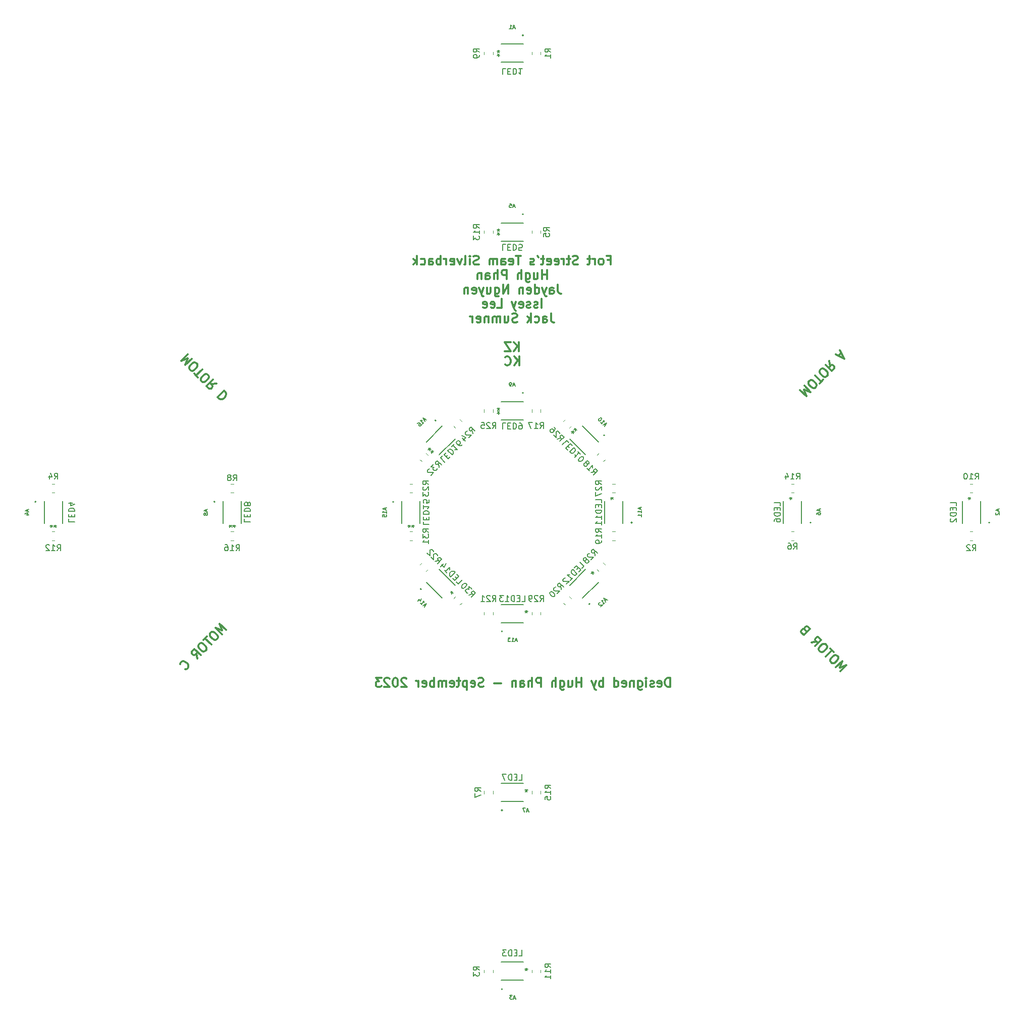
<source format=gbr>
%TF.GenerationSoftware,KiCad,Pcbnew,7.0.6-0*%
%TF.CreationDate,2023-09-14T10:32:23+10:00*%
%TF.ProjectId,Line 3.1,4c696e65-2033-42e3-912e-6b696361645f,rev?*%
%TF.SameCoordinates,Original*%
%TF.FileFunction,Legend,Bot*%
%TF.FilePolarity,Positive*%
%FSLAX46Y46*%
G04 Gerber Fmt 4.6, Leading zero omitted, Abs format (unit mm)*
G04 Created by KiCad (PCBNEW 7.0.6-0) date 2023-09-14 10:32:23*
%MOMM*%
%LPD*%
G01*
G04 APERTURE LIST*
%ADD10C,0.300000*%
%ADD11C,0.150000*%
%ADD12C,0.152400*%
%ADD13C,0.200000*%
%ADD14C,0.120000*%
G04 APERTURE END LIST*
D10*
X165999998Y-107690114D02*
X166499998Y-107690114D01*
X166499998Y-108475828D02*
X166499998Y-106975828D01*
X166499998Y-106975828D02*
X165785712Y-106975828D01*
X164999998Y-108475828D02*
X165142855Y-108404400D01*
X165142855Y-108404400D02*
X165214284Y-108332971D01*
X165214284Y-108332971D02*
X165285712Y-108190114D01*
X165285712Y-108190114D02*
X165285712Y-107761542D01*
X165285712Y-107761542D02*
X165214284Y-107618685D01*
X165214284Y-107618685D02*
X165142855Y-107547257D01*
X165142855Y-107547257D02*
X164999998Y-107475828D01*
X164999998Y-107475828D02*
X164785712Y-107475828D01*
X164785712Y-107475828D02*
X164642855Y-107547257D01*
X164642855Y-107547257D02*
X164571427Y-107618685D01*
X164571427Y-107618685D02*
X164499998Y-107761542D01*
X164499998Y-107761542D02*
X164499998Y-108190114D01*
X164499998Y-108190114D02*
X164571427Y-108332971D01*
X164571427Y-108332971D02*
X164642855Y-108404400D01*
X164642855Y-108404400D02*
X164785712Y-108475828D01*
X164785712Y-108475828D02*
X164999998Y-108475828D01*
X163857141Y-108475828D02*
X163857141Y-107475828D01*
X163857141Y-107761542D02*
X163785712Y-107618685D01*
X163785712Y-107618685D02*
X163714284Y-107547257D01*
X163714284Y-107547257D02*
X163571426Y-107475828D01*
X163571426Y-107475828D02*
X163428569Y-107475828D01*
X163142855Y-107475828D02*
X162571427Y-107475828D01*
X162928570Y-106975828D02*
X162928570Y-108261542D01*
X162928570Y-108261542D02*
X162857141Y-108404400D01*
X162857141Y-108404400D02*
X162714284Y-108475828D01*
X162714284Y-108475828D02*
X162571427Y-108475828D01*
X160999998Y-108404400D02*
X160785713Y-108475828D01*
X160785713Y-108475828D02*
X160428570Y-108475828D01*
X160428570Y-108475828D02*
X160285713Y-108404400D01*
X160285713Y-108404400D02*
X160214284Y-108332971D01*
X160214284Y-108332971D02*
X160142855Y-108190114D01*
X160142855Y-108190114D02*
X160142855Y-108047257D01*
X160142855Y-108047257D02*
X160214284Y-107904400D01*
X160214284Y-107904400D02*
X160285713Y-107832971D01*
X160285713Y-107832971D02*
X160428570Y-107761542D01*
X160428570Y-107761542D02*
X160714284Y-107690114D01*
X160714284Y-107690114D02*
X160857141Y-107618685D01*
X160857141Y-107618685D02*
X160928570Y-107547257D01*
X160928570Y-107547257D02*
X160999998Y-107404400D01*
X160999998Y-107404400D02*
X160999998Y-107261542D01*
X160999998Y-107261542D02*
X160928570Y-107118685D01*
X160928570Y-107118685D02*
X160857141Y-107047257D01*
X160857141Y-107047257D02*
X160714284Y-106975828D01*
X160714284Y-106975828D02*
X160357141Y-106975828D01*
X160357141Y-106975828D02*
X160142855Y-107047257D01*
X159714284Y-107475828D02*
X159142856Y-107475828D01*
X159499999Y-106975828D02*
X159499999Y-108261542D01*
X159499999Y-108261542D02*
X159428570Y-108404400D01*
X159428570Y-108404400D02*
X159285713Y-108475828D01*
X159285713Y-108475828D02*
X159142856Y-108475828D01*
X158642856Y-108475828D02*
X158642856Y-107475828D01*
X158642856Y-107761542D02*
X158571427Y-107618685D01*
X158571427Y-107618685D02*
X158499999Y-107547257D01*
X158499999Y-107547257D02*
X158357141Y-107475828D01*
X158357141Y-107475828D02*
X158214284Y-107475828D01*
X157142856Y-108404400D02*
X157285713Y-108475828D01*
X157285713Y-108475828D02*
X157571428Y-108475828D01*
X157571428Y-108475828D02*
X157714285Y-108404400D01*
X157714285Y-108404400D02*
X157785713Y-108261542D01*
X157785713Y-108261542D02*
X157785713Y-107690114D01*
X157785713Y-107690114D02*
X157714285Y-107547257D01*
X157714285Y-107547257D02*
X157571428Y-107475828D01*
X157571428Y-107475828D02*
X157285713Y-107475828D01*
X157285713Y-107475828D02*
X157142856Y-107547257D01*
X157142856Y-107547257D02*
X157071428Y-107690114D01*
X157071428Y-107690114D02*
X157071428Y-107832971D01*
X157071428Y-107832971D02*
X157785713Y-107975828D01*
X155857142Y-108404400D02*
X155999999Y-108475828D01*
X155999999Y-108475828D02*
X156285714Y-108475828D01*
X156285714Y-108475828D02*
X156428571Y-108404400D01*
X156428571Y-108404400D02*
X156499999Y-108261542D01*
X156499999Y-108261542D02*
X156499999Y-107690114D01*
X156499999Y-107690114D02*
X156428571Y-107547257D01*
X156428571Y-107547257D02*
X156285714Y-107475828D01*
X156285714Y-107475828D02*
X155999999Y-107475828D01*
X155999999Y-107475828D02*
X155857142Y-107547257D01*
X155857142Y-107547257D02*
X155785714Y-107690114D01*
X155785714Y-107690114D02*
X155785714Y-107832971D01*
X155785714Y-107832971D02*
X156499999Y-107975828D01*
X155357142Y-107475828D02*
X154785714Y-107475828D01*
X155142857Y-106975828D02*
X155142857Y-108261542D01*
X155142857Y-108261542D02*
X155071428Y-108404400D01*
X155071428Y-108404400D02*
X154928571Y-108475828D01*
X154928571Y-108475828D02*
X154785714Y-108475828D01*
X154214285Y-106975828D02*
X154357142Y-107261542D01*
X153642856Y-108404400D02*
X153499999Y-108475828D01*
X153499999Y-108475828D02*
X153214285Y-108475828D01*
X153214285Y-108475828D02*
X153071428Y-108404400D01*
X153071428Y-108404400D02*
X152999999Y-108261542D01*
X152999999Y-108261542D02*
X152999999Y-108190114D01*
X152999999Y-108190114D02*
X153071428Y-108047257D01*
X153071428Y-108047257D02*
X153214285Y-107975828D01*
X153214285Y-107975828D02*
X153428571Y-107975828D01*
X153428571Y-107975828D02*
X153571428Y-107904400D01*
X153571428Y-107904400D02*
X153642856Y-107761542D01*
X153642856Y-107761542D02*
X153642856Y-107690114D01*
X153642856Y-107690114D02*
X153571428Y-107547257D01*
X153571428Y-107547257D02*
X153428571Y-107475828D01*
X153428571Y-107475828D02*
X153214285Y-107475828D01*
X153214285Y-107475828D02*
X153071428Y-107547257D01*
X151428570Y-106975828D02*
X150571428Y-106975828D01*
X150999999Y-108475828D02*
X150999999Y-106975828D01*
X149499999Y-108404400D02*
X149642856Y-108475828D01*
X149642856Y-108475828D02*
X149928571Y-108475828D01*
X149928571Y-108475828D02*
X150071428Y-108404400D01*
X150071428Y-108404400D02*
X150142856Y-108261542D01*
X150142856Y-108261542D02*
X150142856Y-107690114D01*
X150142856Y-107690114D02*
X150071428Y-107547257D01*
X150071428Y-107547257D02*
X149928571Y-107475828D01*
X149928571Y-107475828D02*
X149642856Y-107475828D01*
X149642856Y-107475828D02*
X149499999Y-107547257D01*
X149499999Y-107547257D02*
X149428571Y-107690114D01*
X149428571Y-107690114D02*
X149428571Y-107832971D01*
X149428571Y-107832971D02*
X150142856Y-107975828D01*
X148142857Y-108475828D02*
X148142857Y-107690114D01*
X148142857Y-107690114D02*
X148214285Y-107547257D01*
X148214285Y-107547257D02*
X148357142Y-107475828D01*
X148357142Y-107475828D02*
X148642857Y-107475828D01*
X148642857Y-107475828D02*
X148785714Y-107547257D01*
X148142857Y-108404400D02*
X148285714Y-108475828D01*
X148285714Y-108475828D02*
X148642857Y-108475828D01*
X148642857Y-108475828D02*
X148785714Y-108404400D01*
X148785714Y-108404400D02*
X148857142Y-108261542D01*
X148857142Y-108261542D02*
X148857142Y-108118685D01*
X148857142Y-108118685D02*
X148785714Y-107975828D01*
X148785714Y-107975828D02*
X148642857Y-107904400D01*
X148642857Y-107904400D02*
X148285714Y-107904400D01*
X148285714Y-107904400D02*
X148142857Y-107832971D01*
X147428571Y-108475828D02*
X147428571Y-107475828D01*
X147428571Y-107618685D02*
X147357142Y-107547257D01*
X147357142Y-107547257D02*
X147214285Y-107475828D01*
X147214285Y-107475828D02*
X146999999Y-107475828D01*
X146999999Y-107475828D02*
X146857142Y-107547257D01*
X146857142Y-107547257D02*
X146785714Y-107690114D01*
X146785714Y-107690114D02*
X146785714Y-108475828D01*
X146785714Y-107690114D02*
X146714285Y-107547257D01*
X146714285Y-107547257D02*
X146571428Y-107475828D01*
X146571428Y-107475828D02*
X146357142Y-107475828D01*
X146357142Y-107475828D02*
X146214285Y-107547257D01*
X146214285Y-107547257D02*
X146142856Y-107690114D01*
X146142856Y-107690114D02*
X146142856Y-108475828D01*
X144357142Y-108404400D02*
X144142857Y-108475828D01*
X144142857Y-108475828D02*
X143785714Y-108475828D01*
X143785714Y-108475828D02*
X143642857Y-108404400D01*
X143642857Y-108404400D02*
X143571428Y-108332971D01*
X143571428Y-108332971D02*
X143499999Y-108190114D01*
X143499999Y-108190114D02*
X143499999Y-108047257D01*
X143499999Y-108047257D02*
X143571428Y-107904400D01*
X143571428Y-107904400D02*
X143642857Y-107832971D01*
X143642857Y-107832971D02*
X143785714Y-107761542D01*
X143785714Y-107761542D02*
X144071428Y-107690114D01*
X144071428Y-107690114D02*
X144214285Y-107618685D01*
X144214285Y-107618685D02*
X144285714Y-107547257D01*
X144285714Y-107547257D02*
X144357142Y-107404400D01*
X144357142Y-107404400D02*
X144357142Y-107261542D01*
X144357142Y-107261542D02*
X144285714Y-107118685D01*
X144285714Y-107118685D02*
X144214285Y-107047257D01*
X144214285Y-107047257D02*
X144071428Y-106975828D01*
X144071428Y-106975828D02*
X143714285Y-106975828D01*
X143714285Y-106975828D02*
X143499999Y-107047257D01*
X142857143Y-108475828D02*
X142857143Y-107475828D01*
X142857143Y-106975828D02*
X142928571Y-107047257D01*
X142928571Y-107047257D02*
X142857143Y-107118685D01*
X142857143Y-107118685D02*
X142785714Y-107047257D01*
X142785714Y-107047257D02*
X142857143Y-106975828D01*
X142857143Y-106975828D02*
X142857143Y-107118685D01*
X141928571Y-108475828D02*
X142071428Y-108404400D01*
X142071428Y-108404400D02*
X142142857Y-108261542D01*
X142142857Y-108261542D02*
X142142857Y-106975828D01*
X141500000Y-107475828D02*
X141142857Y-108475828D01*
X141142857Y-108475828D02*
X140785714Y-107475828D01*
X139642857Y-108404400D02*
X139785714Y-108475828D01*
X139785714Y-108475828D02*
X140071429Y-108475828D01*
X140071429Y-108475828D02*
X140214286Y-108404400D01*
X140214286Y-108404400D02*
X140285714Y-108261542D01*
X140285714Y-108261542D02*
X140285714Y-107690114D01*
X140285714Y-107690114D02*
X140214286Y-107547257D01*
X140214286Y-107547257D02*
X140071429Y-107475828D01*
X140071429Y-107475828D02*
X139785714Y-107475828D01*
X139785714Y-107475828D02*
X139642857Y-107547257D01*
X139642857Y-107547257D02*
X139571429Y-107690114D01*
X139571429Y-107690114D02*
X139571429Y-107832971D01*
X139571429Y-107832971D02*
X140285714Y-107975828D01*
X138928572Y-108475828D02*
X138928572Y-107475828D01*
X138928572Y-107761542D02*
X138857143Y-107618685D01*
X138857143Y-107618685D02*
X138785715Y-107547257D01*
X138785715Y-107547257D02*
X138642857Y-107475828D01*
X138642857Y-107475828D02*
X138500000Y-107475828D01*
X138000001Y-108475828D02*
X138000001Y-106975828D01*
X138000001Y-107547257D02*
X137857144Y-107475828D01*
X137857144Y-107475828D02*
X137571429Y-107475828D01*
X137571429Y-107475828D02*
X137428572Y-107547257D01*
X137428572Y-107547257D02*
X137357144Y-107618685D01*
X137357144Y-107618685D02*
X137285715Y-107761542D01*
X137285715Y-107761542D02*
X137285715Y-108190114D01*
X137285715Y-108190114D02*
X137357144Y-108332971D01*
X137357144Y-108332971D02*
X137428572Y-108404400D01*
X137428572Y-108404400D02*
X137571429Y-108475828D01*
X137571429Y-108475828D02*
X137857144Y-108475828D01*
X137857144Y-108475828D02*
X138000001Y-108404400D01*
X136000001Y-108475828D02*
X136000001Y-107690114D01*
X136000001Y-107690114D02*
X136071429Y-107547257D01*
X136071429Y-107547257D02*
X136214286Y-107475828D01*
X136214286Y-107475828D02*
X136500001Y-107475828D01*
X136500001Y-107475828D02*
X136642858Y-107547257D01*
X136000001Y-108404400D02*
X136142858Y-108475828D01*
X136142858Y-108475828D02*
X136500001Y-108475828D01*
X136500001Y-108475828D02*
X136642858Y-108404400D01*
X136642858Y-108404400D02*
X136714286Y-108261542D01*
X136714286Y-108261542D02*
X136714286Y-108118685D01*
X136714286Y-108118685D02*
X136642858Y-107975828D01*
X136642858Y-107975828D02*
X136500001Y-107904400D01*
X136500001Y-107904400D02*
X136142858Y-107904400D01*
X136142858Y-107904400D02*
X136000001Y-107832971D01*
X134642858Y-108404400D02*
X134785715Y-108475828D01*
X134785715Y-108475828D02*
X135071429Y-108475828D01*
X135071429Y-108475828D02*
X135214286Y-108404400D01*
X135214286Y-108404400D02*
X135285715Y-108332971D01*
X135285715Y-108332971D02*
X135357143Y-108190114D01*
X135357143Y-108190114D02*
X135357143Y-107761542D01*
X135357143Y-107761542D02*
X135285715Y-107618685D01*
X135285715Y-107618685D02*
X135214286Y-107547257D01*
X135214286Y-107547257D02*
X135071429Y-107475828D01*
X135071429Y-107475828D02*
X134785715Y-107475828D01*
X134785715Y-107475828D02*
X134642858Y-107547257D01*
X134000001Y-108475828D02*
X134000001Y-106975828D01*
X133857144Y-107904400D02*
X133428572Y-108475828D01*
X133428572Y-107475828D02*
X134000001Y-108047257D01*
X155821429Y-110890828D02*
X155821429Y-109390828D01*
X155821429Y-110105114D02*
X154964286Y-110105114D01*
X154964286Y-110890828D02*
X154964286Y-109390828D01*
X153607143Y-109890828D02*
X153607143Y-110890828D01*
X154250000Y-109890828D02*
X154250000Y-110676542D01*
X154250000Y-110676542D02*
X154178571Y-110819400D01*
X154178571Y-110819400D02*
X154035714Y-110890828D01*
X154035714Y-110890828D02*
X153821428Y-110890828D01*
X153821428Y-110890828D02*
X153678571Y-110819400D01*
X153678571Y-110819400D02*
X153607143Y-110747971D01*
X152250000Y-109890828D02*
X152250000Y-111105114D01*
X152250000Y-111105114D02*
X152321428Y-111247971D01*
X152321428Y-111247971D02*
X152392857Y-111319400D01*
X152392857Y-111319400D02*
X152535714Y-111390828D01*
X152535714Y-111390828D02*
X152750000Y-111390828D01*
X152750000Y-111390828D02*
X152892857Y-111319400D01*
X152250000Y-110819400D02*
X152392857Y-110890828D01*
X152392857Y-110890828D02*
X152678571Y-110890828D01*
X152678571Y-110890828D02*
X152821428Y-110819400D01*
X152821428Y-110819400D02*
X152892857Y-110747971D01*
X152892857Y-110747971D02*
X152964285Y-110605114D01*
X152964285Y-110605114D02*
X152964285Y-110176542D01*
X152964285Y-110176542D02*
X152892857Y-110033685D01*
X152892857Y-110033685D02*
X152821428Y-109962257D01*
X152821428Y-109962257D02*
X152678571Y-109890828D01*
X152678571Y-109890828D02*
X152392857Y-109890828D01*
X152392857Y-109890828D02*
X152250000Y-109962257D01*
X151535714Y-110890828D02*
X151535714Y-109390828D01*
X150892857Y-110890828D02*
X150892857Y-110105114D01*
X150892857Y-110105114D02*
X150964285Y-109962257D01*
X150964285Y-109962257D02*
X151107142Y-109890828D01*
X151107142Y-109890828D02*
X151321428Y-109890828D01*
X151321428Y-109890828D02*
X151464285Y-109962257D01*
X151464285Y-109962257D02*
X151535714Y-110033685D01*
X149035714Y-110890828D02*
X149035714Y-109390828D01*
X149035714Y-109390828D02*
X148464285Y-109390828D01*
X148464285Y-109390828D02*
X148321428Y-109462257D01*
X148321428Y-109462257D02*
X148249999Y-109533685D01*
X148249999Y-109533685D02*
X148178571Y-109676542D01*
X148178571Y-109676542D02*
X148178571Y-109890828D01*
X148178571Y-109890828D02*
X148249999Y-110033685D01*
X148249999Y-110033685D02*
X148321428Y-110105114D01*
X148321428Y-110105114D02*
X148464285Y-110176542D01*
X148464285Y-110176542D02*
X149035714Y-110176542D01*
X147535714Y-110890828D02*
X147535714Y-109390828D01*
X146892857Y-110890828D02*
X146892857Y-110105114D01*
X146892857Y-110105114D02*
X146964285Y-109962257D01*
X146964285Y-109962257D02*
X147107142Y-109890828D01*
X147107142Y-109890828D02*
X147321428Y-109890828D01*
X147321428Y-109890828D02*
X147464285Y-109962257D01*
X147464285Y-109962257D02*
X147535714Y-110033685D01*
X145535714Y-110890828D02*
X145535714Y-110105114D01*
X145535714Y-110105114D02*
X145607142Y-109962257D01*
X145607142Y-109962257D02*
X145749999Y-109890828D01*
X145749999Y-109890828D02*
X146035714Y-109890828D01*
X146035714Y-109890828D02*
X146178571Y-109962257D01*
X145535714Y-110819400D02*
X145678571Y-110890828D01*
X145678571Y-110890828D02*
X146035714Y-110890828D01*
X146035714Y-110890828D02*
X146178571Y-110819400D01*
X146178571Y-110819400D02*
X146249999Y-110676542D01*
X146249999Y-110676542D02*
X146249999Y-110533685D01*
X146249999Y-110533685D02*
X146178571Y-110390828D01*
X146178571Y-110390828D02*
X146035714Y-110319400D01*
X146035714Y-110319400D02*
X145678571Y-110319400D01*
X145678571Y-110319400D02*
X145535714Y-110247971D01*
X144821428Y-109890828D02*
X144821428Y-110890828D01*
X144821428Y-110033685D02*
X144749999Y-109962257D01*
X144749999Y-109962257D02*
X144607142Y-109890828D01*
X144607142Y-109890828D02*
X144392856Y-109890828D01*
X144392856Y-109890828D02*
X144249999Y-109962257D01*
X144249999Y-109962257D02*
X144178571Y-110105114D01*
X144178571Y-110105114D02*
X144178571Y-110890828D01*
X157642856Y-111805828D02*
X157642856Y-112877257D01*
X157642856Y-112877257D02*
X157714285Y-113091542D01*
X157714285Y-113091542D02*
X157857142Y-113234400D01*
X157857142Y-113234400D02*
X158071428Y-113305828D01*
X158071428Y-113305828D02*
X158214285Y-113305828D01*
X156285714Y-113305828D02*
X156285714Y-112520114D01*
X156285714Y-112520114D02*
X156357142Y-112377257D01*
X156357142Y-112377257D02*
X156499999Y-112305828D01*
X156499999Y-112305828D02*
X156785714Y-112305828D01*
X156785714Y-112305828D02*
X156928571Y-112377257D01*
X156285714Y-113234400D02*
X156428571Y-113305828D01*
X156428571Y-113305828D02*
X156785714Y-113305828D01*
X156785714Y-113305828D02*
X156928571Y-113234400D01*
X156928571Y-113234400D02*
X156999999Y-113091542D01*
X156999999Y-113091542D02*
X156999999Y-112948685D01*
X156999999Y-112948685D02*
X156928571Y-112805828D01*
X156928571Y-112805828D02*
X156785714Y-112734400D01*
X156785714Y-112734400D02*
X156428571Y-112734400D01*
X156428571Y-112734400D02*
X156285714Y-112662971D01*
X155714285Y-112305828D02*
X155357142Y-113305828D01*
X154999999Y-112305828D02*
X155357142Y-113305828D01*
X155357142Y-113305828D02*
X155499999Y-113662971D01*
X155499999Y-113662971D02*
X155571428Y-113734400D01*
X155571428Y-113734400D02*
X155714285Y-113805828D01*
X153785714Y-113305828D02*
X153785714Y-111805828D01*
X153785714Y-113234400D02*
X153928571Y-113305828D01*
X153928571Y-113305828D02*
X154214285Y-113305828D01*
X154214285Y-113305828D02*
X154357142Y-113234400D01*
X154357142Y-113234400D02*
X154428571Y-113162971D01*
X154428571Y-113162971D02*
X154499999Y-113020114D01*
X154499999Y-113020114D02*
X154499999Y-112591542D01*
X154499999Y-112591542D02*
X154428571Y-112448685D01*
X154428571Y-112448685D02*
X154357142Y-112377257D01*
X154357142Y-112377257D02*
X154214285Y-112305828D01*
X154214285Y-112305828D02*
X153928571Y-112305828D01*
X153928571Y-112305828D02*
X153785714Y-112377257D01*
X152499999Y-113234400D02*
X152642856Y-113305828D01*
X152642856Y-113305828D02*
X152928571Y-113305828D01*
X152928571Y-113305828D02*
X153071428Y-113234400D01*
X153071428Y-113234400D02*
X153142856Y-113091542D01*
X153142856Y-113091542D02*
X153142856Y-112520114D01*
X153142856Y-112520114D02*
X153071428Y-112377257D01*
X153071428Y-112377257D02*
X152928571Y-112305828D01*
X152928571Y-112305828D02*
X152642856Y-112305828D01*
X152642856Y-112305828D02*
X152499999Y-112377257D01*
X152499999Y-112377257D02*
X152428571Y-112520114D01*
X152428571Y-112520114D02*
X152428571Y-112662971D01*
X152428571Y-112662971D02*
X153142856Y-112805828D01*
X151785714Y-112305828D02*
X151785714Y-113305828D01*
X151785714Y-112448685D02*
X151714285Y-112377257D01*
X151714285Y-112377257D02*
X151571428Y-112305828D01*
X151571428Y-112305828D02*
X151357142Y-112305828D01*
X151357142Y-112305828D02*
X151214285Y-112377257D01*
X151214285Y-112377257D02*
X151142857Y-112520114D01*
X151142857Y-112520114D02*
X151142857Y-113305828D01*
X149285714Y-113305828D02*
X149285714Y-111805828D01*
X149285714Y-111805828D02*
X148428571Y-113305828D01*
X148428571Y-113305828D02*
X148428571Y-111805828D01*
X147071428Y-112305828D02*
X147071428Y-113520114D01*
X147071428Y-113520114D02*
X147142856Y-113662971D01*
X147142856Y-113662971D02*
X147214285Y-113734400D01*
X147214285Y-113734400D02*
X147357142Y-113805828D01*
X147357142Y-113805828D02*
X147571428Y-113805828D01*
X147571428Y-113805828D02*
X147714285Y-113734400D01*
X147071428Y-113234400D02*
X147214285Y-113305828D01*
X147214285Y-113305828D02*
X147499999Y-113305828D01*
X147499999Y-113305828D02*
X147642856Y-113234400D01*
X147642856Y-113234400D02*
X147714285Y-113162971D01*
X147714285Y-113162971D02*
X147785713Y-113020114D01*
X147785713Y-113020114D02*
X147785713Y-112591542D01*
X147785713Y-112591542D02*
X147714285Y-112448685D01*
X147714285Y-112448685D02*
X147642856Y-112377257D01*
X147642856Y-112377257D02*
X147499999Y-112305828D01*
X147499999Y-112305828D02*
X147214285Y-112305828D01*
X147214285Y-112305828D02*
X147071428Y-112377257D01*
X145714285Y-112305828D02*
X145714285Y-113305828D01*
X146357142Y-112305828D02*
X146357142Y-113091542D01*
X146357142Y-113091542D02*
X146285713Y-113234400D01*
X146285713Y-113234400D02*
X146142856Y-113305828D01*
X146142856Y-113305828D02*
X145928570Y-113305828D01*
X145928570Y-113305828D02*
X145785713Y-113234400D01*
X145785713Y-113234400D02*
X145714285Y-113162971D01*
X145142856Y-112305828D02*
X144785713Y-113305828D01*
X144428570Y-112305828D02*
X144785713Y-113305828D01*
X144785713Y-113305828D02*
X144928570Y-113662971D01*
X144928570Y-113662971D02*
X144999999Y-113734400D01*
X144999999Y-113734400D02*
X145142856Y-113805828D01*
X143285713Y-113234400D02*
X143428570Y-113305828D01*
X143428570Y-113305828D02*
X143714285Y-113305828D01*
X143714285Y-113305828D02*
X143857142Y-113234400D01*
X143857142Y-113234400D02*
X143928570Y-113091542D01*
X143928570Y-113091542D02*
X143928570Y-112520114D01*
X143928570Y-112520114D02*
X143857142Y-112377257D01*
X143857142Y-112377257D02*
X143714285Y-112305828D01*
X143714285Y-112305828D02*
X143428570Y-112305828D01*
X143428570Y-112305828D02*
X143285713Y-112377257D01*
X143285713Y-112377257D02*
X143214285Y-112520114D01*
X143214285Y-112520114D02*
X143214285Y-112662971D01*
X143214285Y-112662971D02*
X143928570Y-112805828D01*
X142571428Y-112305828D02*
X142571428Y-113305828D01*
X142571428Y-112448685D02*
X142499999Y-112377257D01*
X142499999Y-112377257D02*
X142357142Y-112305828D01*
X142357142Y-112305828D02*
X142142856Y-112305828D01*
X142142856Y-112305828D02*
X141999999Y-112377257D01*
X141999999Y-112377257D02*
X141928571Y-112520114D01*
X141928571Y-112520114D02*
X141928571Y-113305828D01*
X154892857Y-115720828D02*
X154892857Y-114220828D01*
X154249999Y-115649400D02*
X154107142Y-115720828D01*
X154107142Y-115720828D02*
X153821428Y-115720828D01*
X153821428Y-115720828D02*
X153678571Y-115649400D01*
X153678571Y-115649400D02*
X153607142Y-115506542D01*
X153607142Y-115506542D02*
X153607142Y-115435114D01*
X153607142Y-115435114D02*
X153678571Y-115292257D01*
X153678571Y-115292257D02*
X153821428Y-115220828D01*
X153821428Y-115220828D02*
X154035714Y-115220828D01*
X154035714Y-115220828D02*
X154178571Y-115149400D01*
X154178571Y-115149400D02*
X154249999Y-115006542D01*
X154249999Y-115006542D02*
X154249999Y-114935114D01*
X154249999Y-114935114D02*
X154178571Y-114792257D01*
X154178571Y-114792257D02*
X154035714Y-114720828D01*
X154035714Y-114720828D02*
X153821428Y-114720828D01*
X153821428Y-114720828D02*
X153678571Y-114792257D01*
X153035713Y-115649400D02*
X152892856Y-115720828D01*
X152892856Y-115720828D02*
X152607142Y-115720828D01*
X152607142Y-115720828D02*
X152464285Y-115649400D01*
X152464285Y-115649400D02*
X152392856Y-115506542D01*
X152392856Y-115506542D02*
X152392856Y-115435114D01*
X152392856Y-115435114D02*
X152464285Y-115292257D01*
X152464285Y-115292257D02*
X152607142Y-115220828D01*
X152607142Y-115220828D02*
X152821428Y-115220828D01*
X152821428Y-115220828D02*
X152964285Y-115149400D01*
X152964285Y-115149400D02*
X153035713Y-115006542D01*
X153035713Y-115006542D02*
X153035713Y-114935114D01*
X153035713Y-114935114D02*
X152964285Y-114792257D01*
X152964285Y-114792257D02*
X152821428Y-114720828D01*
X152821428Y-114720828D02*
X152607142Y-114720828D01*
X152607142Y-114720828D02*
X152464285Y-114792257D01*
X151178570Y-115649400D02*
X151321427Y-115720828D01*
X151321427Y-115720828D02*
X151607142Y-115720828D01*
X151607142Y-115720828D02*
X151749999Y-115649400D01*
X151749999Y-115649400D02*
X151821427Y-115506542D01*
X151821427Y-115506542D02*
X151821427Y-114935114D01*
X151821427Y-114935114D02*
X151749999Y-114792257D01*
X151749999Y-114792257D02*
X151607142Y-114720828D01*
X151607142Y-114720828D02*
X151321427Y-114720828D01*
X151321427Y-114720828D02*
X151178570Y-114792257D01*
X151178570Y-114792257D02*
X151107142Y-114935114D01*
X151107142Y-114935114D02*
X151107142Y-115077971D01*
X151107142Y-115077971D02*
X151821427Y-115220828D01*
X150607142Y-114720828D02*
X150249999Y-115720828D01*
X149892856Y-114720828D02*
X150249999Y-115720828D01*
X150249999Y-115720828D02*
X150392856Y-116077971D01*
X150392856Y-116077971D02*
X150464285Y-116149400D01*
X150464285Y-116149400D02*
X150607142Y-116220828D01*
X147464285Y-115720828D02*
X148178571Y-115720828D01*
X148178571Y-115720828D02*
X148178571Y-114220828D01*
X146392856Y-115649400D02*
X146535713Y-115720828D01*
X146535713Y-115720828D02*
X146821428Y-115720828D01*
X146821428Y-115720828D02*
X146964285Y-115649400D01*
X146964285Y-115649400D02*
X147035713Y-115506542D01*
X147035713Y-115506542D02*
X147035713Y-114935114D01*
X147035713Y-114935114D02*
X146964285Y-114792257D01*
X146964285Y-114792257D02*
X146821428Y-114720828D01*
X146821428Y-114720828D02*
X146535713Y-114720828D01*
X146535713Y-114720828D02*
X146392856Y-114792257D01*
X146392856Y-114792257D02*
X146321428Y-114935114D01*
X146321428Y-114935114D02*
X146321428Y-115077971D01*
X146321428Y-115077971D02*
X147035713Y-115220828D01*
X145107142Y-115649400D02*
X145249999Y-115720828D01*
X145249999Y-115720828D02*
X145535714Y-115720828D01*
X145535714Y-115720828D02*
X145678571Y-115649400D01*
X145678571Y-115649400D02*
X145749999Y-115506542D01*
X145749999Y-115506542D02*
X145749999Y-114935114D01*
X145749999Y-114935114D02*
X145678571Y-114792257D01*
X145678571Y-114792257D02*
X145535714Y-114720828D01*
X145535714Y-114720828D02*
X145249999Y-114720828D01*
X145249999Y-114720828D02*
X145107142Y-114792257D01*
X145107142Y-114792257D02*
X145035714Y-114935114D01*
X145035714Y-114935114D02*
X145035714Y-115077971D01*
X145035714Y-115077971D02*
X145749999Y-115220828D01*
X156464284Y-116635828D02*
X156464284Y-117707257D01*
X156464284Y-117707257D02*
X156535713Y-117921542D01*
X156535713Y-117921542D02*
X156678570Y-118064400D01*
X156678570Y-118064400D02*
X156892856Y-118135828D01*
X156892856Y-118135828D02*
X157035713Y-118135828D01*
X155107142Y-118135828D02*
X155107142Y-117350114D01*
X155107142Y-117350114D02*
X155178570Y-117207257D01*
X155178570Y-117207257D02*
X155321427Y-117135828D01*
X155321427Y-117135828D02*
X155607142Y-117135828D01*
X155607142Y-117135828D02*
X155749999Y-117207257D01*
X155107142Y-118064400D02*
X155249999Y-118135828D01*
X155249999Y-118135828D02*
X155607142Y-118135828D01*
X155607142Y-118135828D02*
X155749999Y-118064400D01*
X155749999Y-118064400D02*
X155821427Y-117921542D01*
X155821427Y-117921542D02*
X155821427Y-117778685D01*
X155821427Y-117778685D02*
X155749999Y-117635828D01*
X155749999Y-117635828D02*
X155607142Y-117564400D01*
X155607142Y-117564400D02*
X155249999Y-117564400D01*
X155249999Y-117564400D02*
X155107142Y-117492971D01*
X153749999Y-118064400D02*
X153892856Y-118135828D01*
X153892856Y-118135828D02*
X154178570Y-118135828D01*
X154178570Y-118135828D02*
X154321427Y-118064400D01*
X154321427Y-118064400D02*
X154392856Y-117992971D01*
X154392856Y-117992971D02*
X154464284Y-117850114D01*
X154464284Y-117850114D02*
X154464284Y-117421542D01*
X154464284Y-117421542D02*
X154392856Y-117278685D01*
X154392856Y-117278685D02*
X154321427Y-117207257D01*
X154321427Y-117207257D02*
X154178570Y-117135828D01*
X154178570Y-117135828D02*
X153892856Y-117135828D01*
X153892856Y-117135828D02*
X153749999Y-117207257D01*
X153107142Y-118135828D02*
X153107142Y-116635828D01*
X152964285Y-117564400D02*
X152535713Y-118135828D01*
X152535713Y-117135828D02*
X153107142Y-117707257D01*
X150821427Y-118064400D02*
X150607142Y-118135828D01*
X150607142Y-118135828D02*
X150249999Y-118135828D01*
X150249999Y-118135828D02*
X150107142Y-118064400D01*
X150107142Y-118064400D02*
X150035713Y-117992971D01*
X150035713Y-117992971D02*
X149964284Y-117850114D01*
X149964284Y-117850114D02*
X149964284Y-117707257D01*
X149964284Y-117707257D02*
X150035713Y-117564400D01*
X150035713Y-117564400D02*
X150107142Y-117492971D01*
X150107142Y-117492971D02*
X150249999Y-117421542D01*
X150249999Y-117421542D02*
X150535713Y-117350114D01*
X150535713Y-117350114D02*
X150678570Y-117278685D01*
X150678570Y-117278685D02*
X150749999Y-117207257D01*
X150749999Y-117207257D02*
X150821427Y-117064400D01*
X150821427Y-117064400D02*
X150821427Y-116921542D01*
X150821427Y-116921542D02*
X150749999Y-116778685D01*
X150749999Y-116778685D02*
X150678570Y-116707257D01*
X150678570Y-116707257D02*
X150535713Y-116635828D01*
X150535713Y-116635828D02*
X150178570Y-116635828D01*
X150178570Y-116635828D02*
X149964284Y-116707257D01*
X148678571Y-117135828D02*
X148678571Y-118135828D01*
X149321428Y-117135828D02*
X149321428Y-117921542D01*
X149321428Y-117921542D02*
X149249999Y-118064400D01*
X149249999Y-118064400D02*
X149107142Y-118135828D01*
X149107142Y-118135828D02*
X148892856Y-118135828D01*
X148892856Y-118135828D02*
X148749999Y-118064400D01*
X148749999Y-118064400D02*
X148678571Y-117992971D01*
X147964285Y-118135828D02*
X147964285Y-117135828D01*
X147964285Y-117278685D02*
X147892856Y-117207257D01*
X147892856Y-117207257D02*
X147749999Y-117135828D01*
X147749999Y-117135828D02*
X147535713Y-117135828D01*
X147535713Y-117135828D02*
X147392856Y-117207257D01*
X147392856Y-117207257D02*
X147321428Y-117350114D01*
X147321428Y-117350114D02*
X147321428Y-118135828D01*
X147321428Y-117350114D02*
X147249999Y-117207257D01*
X147249999Y-117207257D02*
X147107142Y-117135828D01*
X147107142Y-117135828D02*
X146892856Y-117135828D01*
X146892856Y-117135828D02*
X146749999Y-117207257D01*
X146749999Y-117207257D02*
X146678570Y-117350114D01*
X146678570Y-117350114D02*
X146678570Y-118135828D01*
X145964285Y-117135828D02*
X145964285Y-118135828D01*
X145964285Y-117278685D02*
X145892856Y-117207257D01*
X145892856Y-117207257D02*
X145749999Y-117135828D01*
X145749999Y-117135828D02*
X145535713Y-117135828D01*
X145535713Y-117135828D02*
X145392856Y-117207257D01*
X145392856Y-117207257D02*
X145321428Y-117350114D01*
X145321428Y-117350114D02*
X145321428Y-118135828D01*
X144035713Y-118064400D02*
X144178570Y-118135828D01*
X144178570Y-118135828D02*
X144464285Y-118135828D01*
X144464285Y-118135828D02*
X144607142Y-118064400D01*
X144607142Y-118064400D02*
X144678570Y-117921542D01*
X144678570Y-117921542D02*
X144678570Y-117350114D01*
X144678570Y-117350114D02*
X144607142Y-117207257D01*
X144607142Y-117207257D02*
X144464285Y-117135828D01*
X144464285Y-117135828D02*
X144178570Y-117135828D01*
X144178570Y-117135828D02*
X144035713Y-117207257D01*
X144035713Y-117207257D02*
X143964285Y-117350114D01*
X143964285Y-117350114D02*
X143964285Y-117492971D01*
X143964285Y-117492971D02*
X144678570Y-117635828D01*
X143321428Y-118135828D02*
X143321428Y-117135828D01*
X143321428Y-117421542D02*
X143249999Y-117278685D01*
X143249999Y-117278685D02*
X143178571Y-117207257D01*
X143178571Y-117207257D02*
X143035713Y-117135828D01*
X143035713Y-117135828D02*
X142892856Y-117135828D01*
X151107142Y-122965828D02*
X151107142Y-121465828D01*
X150249999Y-122965828D02*
X150892856Y-122108685D01*
X150249999Y-121465828D02*
X151107142Y-122322971D01*
X149749999Y-121465828D02*
X148749999Y-121465828D01*
X148749999Y-121465828D02*
X149749999Y-122965828D01*
X149749999Y-122965828D02*
X148749999Y-122965828D01*
X151142857Y-125380828D02*
X151142857Y-123880828D01*
X150285714Y-125380828D02*
X150928571Y-124523685D01*
X150285714Y-123880828D02*
X151142857Y-124737971D01*
X148785714Y-125237971D02*
X148857142Y-125309400D01*
X148857142Y-125309400D02*
X149071428Y-125380828D01*
X149071428Y-125380828D02*
X149214285Y-125380828D01*
X149214285Y-125380828D02*
X149428571Y-125309400D01*
X149428571Y-125309400D02*
X149571428Y-125166542D01*
X149571428Y-125166542D02*
X149642857Y-125023685D01*
X149642857Y-125023685D02*
X149714285Y-124737971D01*
X149714285Y-124737971D02*
X149714285Y-124523685D01*
X149714285Y-124523685D02*
X149642857Y-124237971D01*
X149642857Y-124237971D02*
X149571428Y-124095114D01*
X149571428Y-124095114D02*
X149428571Y-123952257D01*
X149428571Y-123952257D02*
X149214285Y-123880828D01*
X149214285Y-123880828D02*
X149071428Y-123880828D01*
X149071428Y-123880828D02*
X148857142Y-123952257D01*
X148857142Y-123952257D02*
X148785714Y-124023685D01*
X176445489Y-179300828D02*
X176445489Y-177800828D01*
X176445489Y-177800828D02*
X176088346Y-177800828D01*
X176088346Y-177800828D02*
X175874060Y-177872257D01*
X175874060Y-177872257D02*
X175731203Y-178015114D01*
X175731203Y-178015114D02*
X175659774Y-178157971D01*
X175659774Y-178157971D02*
X175588346Y-178443685D01*
X175588346Y-178443685D02*
X175588346Y-178657971D01*
X175588346Y-178657971D02*
X175659774Y-178943685D01*
X175659774Y-178943685D02*
X175731203Y-179086542D01*
X175731203Y-179086542D02*
X175874060Y-179229400D01*
X175874060Y-179229400D02*
X176088346Y-179300828D01*
X176088346Y-179300828D02*
X176445489Y-179300828D01*
X174374060Y-179229400D02*
X174516917Y-179300828D01*
X174516917Y-179300828D02*
X174802632Y-179300828D01*
X174802632Y-179300828D02*
X174945489Y-179229400D01*
X174945489Y-179229400D02*
X175016917Y-179086542D01*
X175016917Y-179086542D02*
X175016917Y-178515114D01*
X175016917Y-178515114D02*
X174945489Y-178372257D01*
X174945489Y-178372257D02*
X174802632Y-178300828D01*
X174802632Y-178300828D02*
X174516917Y-178300828D01*
X174516917Y-178300828D02*
X174374060Y-178372257D01*
X174374060Y-178372257D02*
X174302632Y-178515114D01*
X174302632Y-178515114D02*
X174302632Y-178657971D01*
X174302632Y-178657971D02*
X175016917Y-178800828D01*
X173731203Y-179229400D02*
X173588346Y-179300828D01*
X173588346Y-179300828D02*
X173302632Y-179300828D01*
X173302632Y-179300828D02*
X173159775Y-179229400D01*
X173159775Y-179229400D02*
X173088346Y-179086542D01*
X173088346Y-179086542D02*
X173088346Y-179015114D01*
X173088346Y-179015114D02*
X173159775Y-178872257D01*
X173159775Y-178872257D02*
X173302632Y-178800828D01*
X173302632Y-178800828D02*
X173516918Y-178800828D01*
X173516918Y-178800828D02*
X173659775Y-178729400D01*
X173659775Y-178729400D02*
X173731203Y-178586542D01*
X173731203Y-178586542D02*
X173731203Y-178515114D01*
X173731203Y-178515114D02*
X173659775Y-178372257D01*
X173659775Y-178372257D02*
X173516918Y-178300828D01*
X173516918Y-178300828D02*
X173302632Y-178300828D01*
X173302632Y-178300828D02*
X173159775Y-178372257D01*
X172445489Y-179300828D02*
X172445489Y-178300828D01*
X172445489Y-177800828D02*
X172516917Y-177872257D01*
X172516917Y-177872257D02*
X172445489Y-177943685D01*
X172445489Y-177943685D02*
X172374060Y-177872257D01*
X172374060Y-177872257D02*
X172445489Y-177800828D01*
X172445489Y-177800828D02*
X172445489Y-177943685D01*
X171088346Y-178300828D02*
X171088346Y-179515114D01*
X171088346Y-179515114D02*
X171159774Y-179657971D01*
X171159774Y-179657971D02*
X171231203Y-179729400D01*
X171231203Y-179729400D02*
X171374060Y-179800828D01*
X171374060Y-179800828D02*
X171588346Y-179800828D01*
X171588346Y-179800828D02*
X171731203Y-179729400D01*
X171088346Y-179229400D02*
X171231203Y-179300828D01*
X171231203Y-179300828D02*
X171516917Y-179300828D01*
X171516917Y-179300828D02*
X171659774Y-179229400D01*
X171659774Y-179229400D02*
X171731203Y-179157971D01*
X171731203Y-179157971D02*
X171802631Y-179015114D01*
X171802631Y-179015114D02*
X171802631Y-178586542D01*
X171802631Y-178586542D02*
X171731203Y-178443685D01*
X171731203Y-178443685D02*
X171659774Y-178372257D01*
X171659774Y-178372257D02*
X171516917Y-178300828D01*
X171516917Y-178300828D02*
X171231203Y-178300828D01*
X171231203Y-178300828D02*
X171088346Y-178372257D01*
X170374060Y-178300828D02*
X170374060Y-179300828D01*
X170374060Y-178443685D02*
X170302631Y-178372257D01*
X170302631Y-178372257D02*
X170159774Y-178300828D01*
X170159774Y-178300828D02*
X169945488Y-178300828D01*
X169945488Y-178300828D02*
X169802631Y-178372257D01*
X169802631Y-178372257D02*
X169731203Y-178515114D01*
X169731203Y-178515114D02*
X169731203Y-179300828D01*
X168445488Y-179229400D02*
X168588345Y-179300828D01*
X168588345Y-179300828D02*
X168874060Y-179300828D01*
X168874060Y-179300828D02*
X169016917Y-179229400D01*
X169016917Y-179229400D02*
X169088345Y-179086542D01*
X169088345Y-179086542D02*
X169088345Y-178515114D01*
X169088345Y-178515114D02*
X169016917Y-178372257D01*
X169016917Y-178372257D02*
X168874060Y-178300828D01*
X168874060Y-178300828D02*
X168588345Y-178300828D01*
X168588345Y-178300828D02*
X168445488Y-178372257D01*
X168445488Y-178372257D02*
X168374060Y-178515114D01*
X168374060Y-178515114D02*
X168374060Y-178657971D01*
X168374060Y-178657971D02*
X169088345Y-178800828D01*
X167088346Y-179300828D02*
X167088346Y-177800828D01*
X167088346Y-179229400D02*
X167231203Y-179300828D01*
X167231203Y-179300828D02*
X167516917Y-179300828D01*
X167516917Y-179300828D02*
X167659774Y-179229400D01*
X167659774Y-179229400D02*
X167731203Y-179157971D01*
X167731203Y-179157971D02*
X167802631Y-179015114D01*
X167802631Y-179015114D02*
X167802631Y-178586542D01*
X167802631Y-178586542D02*
X167731203Y-178443685D01*
X167731203Y-178443685D02*
X167659774Y-178372257D01*
X167659774Y-178372257D02*
X167516917Y-178300828D01*
X167516917Y-178300828D02*
X167231203Y-178300828D01*
X167231203Y-178300828D02*
X167088346Y-178372257D01*
X165231203Y-179300828D02*
X165231203Y-177800828D01*
X165231203Y-178372257D02*
X165088346Y-178300828D01*
X165088346Y-178300828D02*
X164802631Y-178300828D01*
X164802631Y-178300828D02*
X164659774Y-178372257D01*
X164659774Y-178372257D02*
X164588346Y-178443685D01*
X164588346Y-178443685D02*
X164516917Y-178586542D01*
X164516917Y-178586542D02*
X164516917Y-179015114D01*
X164516917Y-179015114D02*
X164588346Y-179157971D01*
X164588346Y-179157971D02*
X164659774Y-179229400D01*
X164659774Y-179229400D02*
X164802631Y-179300828D01*
X164802631Y-179300828D02*
X165088346Y-179300828D01*
X165088346Y-179300828D02*
X165231203Y-179229400D01*
X164016917Y-178300828D02*
X163659774Y-179300828D01*
X163302631Y-178300828D02*
X163659774Y-179300828D01*
X163659774Y-179300828D02*
X163802631Y-179657971D01*
X163802631Y-179657971D02*
X163874060Y-179729400D01*
X163874060Y-179729400D02*
X164016917Y-179800828D01*
X161588346Y-179300828D02*
X161588346Y-177800828D01*
X161588346Y-178515114D02*
X160731203Y-178515114D01*
X160731203Y-179300828D02*
X160731203Y-177800828D01*
X159374060Y-178300828D02*
X159374060Y-179300828D01*
X160016917Y-178300828D02*
X160016917Y-179086542D01*
X160016917Y-179086542D02*
X159945488Y-179229400D01*
X159945488Y-179229400D02*
X159802631Y-179300828D01*
X159802631Y-179300828D02*
X159588345Y-179300828D01*
X159588345Y-179300828D02*
X159445488Y-179229400D01*
X159445488Y-179229400D02*
X159374060Y-179157971D01*
X158016917Y-178300828D02*
X158016917Y-179515114D01*
X158016917Y-179515114D02*
X158088345Y-179657971D01*
X158088345Y-179657971D02*
X158159774Y-179729400D01*
X158159774Y-179729400D02*
X158302631Y-179800828D01*
X158302631Y-179800828D02*
X158516917Y-179800828D01*
X158516917Y-179800828D02*
X158659774Y-179729400D01*
X158016917Y-179229400D02*
X158159774Y-179300828D01*
X158159774Y-179300828D02*
X158445488Y-179300828D01*
X158445488Y-179300828D02*
X158588345Y-179229400D01*
X158588345Y-179229400D02*
X158659774Y-179157971D01*
X158659774Y-179157971D02*
X158731202Y-179015114D01*
X158731202Y-179015114D02*
X158731202Y-178586542D01*
X158731202Y-178586542D02*
X158659774Y-178443685D01*
X158659774Y-178443685D02*
X158588345Y-178372257D01*
X158588345Y-178372257D02*
X158445488Y-178300828D01*
X158445488Y-178300828D02*
X158159774Y-178300828D01*
X158159774Y-178300828D02*
X158016917Y-178372257D01*
X157302631Y-179300828D02*
X157302631Y-177800828D01*
X156659774Y-179300828D02*
X156659774Y-178515114D01*
X156659774Y-178515114D02*
X156731202Y-178372257D01*
X156731202Y-178372257D02*
X156874059Y-178300828D01*
X156874059Y-178300828D02*
X157088345Y-178300828D01*
X157088345Y-178300828D02*
X157231202Y-178372257D01*
X157231202Y-178372257D02*
X157302631Y-178443685D01*
X154802631Y-179300828D02*
X154802631Y-177800828D01*
X154802631Y-177800828D02*
X154231202Y-177800828D01*
X154231202Y-177800828D02*
X154088345Y-177872257D01*
X154088345Y-177872257D02*
X154016916Y-177943685D01*
X154016916Y-177943685D02*
X153945488Y-178086542D01*
X153945488Y-178086542D02*
X153945488Y-178300828D01*
X153945488Y-178300828D02*
X154016916Y-178443685D01*
X154016916Y-178443685D02*
X154088345Y-178515114D01*
X154088345Y-178515114D02*
X154231202Y-178586542D01*
X154231202Y-178586542D02*
X154802631Y-178586542D01*
X153302631Y-179300828D02*
X153302631Y-177800828D01*
X152659774Y-179300828D02*
X152659774Y-178515114D01*
X152659774Y-178515114D02*
X152731202Y-178372257D01*
X152731202Y-178372257D02*
X152874059Y-178300828D01*
X152874059Y-178300828D02*
X153088345Y-178300828D01*
X153088345Y-178300828D02*
X153231202Y-178372257D01*
X153231202Y-178372257D02*
X153302631Y-178443685D01*
X151302631Y-179300828D02*
X151302631Y-178515114D01*
X151302631Y-178515114D02*
X151374059Y-178372257D01*
X151374059Y-178372257D02*
X151516916Y-178300828D01*
X151516916Y-178300828D02*
X151802631Y-178300828D01*
X151802631Y-178300828D02*
X151945488Y-178372257D01*
X151302631Y-179229400D02*
X151445488Y-179300828D01*
X151445488Y-179300828D02*
X151802631Y-179300828D01*
X151802631Y-179300828D02*
X151945488Y-179229400D01*
X151945488Y-179229400D02*
X152016916Y-179086542D01*
X152016916Y-179086542D02*
X152016916Y-178943685D01*
X152016916Y-178943685D02*
X151945488Y-178800828D01*
X151945488Y-178800828D02*
X151802631Y-178729400D01*
X151802631Y-178729400D02*
X151445488Y-178729400D01*
X151445488Y-178729400D02*
X151302631Y-178657971D01*
X150588345Y-178300828D02*
X150588345Y-179300828D01*
X150588345Y-178443685D02*
X150516916Y-178372257D01*
X150516916Y-178372257D02*
X150374059Y-178300828D01*
X150374059Y-178300828D02*
X150159773Y-178300828D01*
X150159773Y-178300828D02*
X150016916Y-178372257D01*
X150016916Y-178372257D02*
X149945488Y-178515114D01*
X149945488Y-178515114D02*
X149945488Y-179300828D01*
X148088345Y-178729400D02*
X146945488Y-178729400D01*
X145159773Y-179229400D02*
X144945488Y-179300828D01*
X144945488Y-179300828D02*
X144588345Y-179300828D01*
X144588345Y-179300828D02*
X144445488Y-179229400D01*
X144445488Y-179229400D02*
X144374059Y-179157971D01*
X144374059Y-179157971D02*
X144302630Y-179015114D01*
X144302630Y-179015114D02*
X144302630Y-178872257D01*
X144302630Y-178872257D02*
X144374059Y-178729400D01*
X144374059Y-178729400D02*
X144445488Y-178657971D01*
X144445488Y-178657971D02*
X144588345Y-178586542D01*
X144588345Y-178586542D02*
X144874059Y-178515114D01*
X144874059Y-178515114D02*
X145016916Y-178443685D01*
X145016916Y-178443685D02*
X145088345Y-178372257D01*
X145088345Y-178372257D02*
X145159773Y-178229400D01*
X145159773Y-178229400D02*
X145159773Y-178086542D01*
X145159773Y-178086542D02*
X145088345Y-177943685D01*
X145088345Y-177943685D02*
X145016916Y-177872257D01*
X145016916Y-177872257D02*
X144874059Y-177800828D01*
X144874059Y-177800828D02*
X144516916Y-177800828D01*
X144516916Y-177800828D02*
X144302630Y-177872257D01*
X143088345Y-179229400D02*
X143231202Y-179300828D01*
X143231202Y-179300828D02*
X143516917Y-179300828D01*
X143516917Y-179300828D02*
X143659774Y-179229400D01*
X143659774Y-179229400D02*
X143731202Y-179086542D01*
X143731202Y-179086542D02*
X143731202Y-178515114D01*
X143731202Y-178515114D02*
X143659774Y-178372257D01*
X143659774Y-178372257D02*
X143516917Y-178300828D01*
X143516917Y-178300828D02*
X143231202Y-178300828D01*
X143231202Y-178300828D02*
X143088345Y-178372257D01*
X143088345Y-178372257D02*
X143016917Y-178515114D01*
X143016917Y-178515114D02*
X143016917Y-178657971D01*
X143016917Y-178657971D02*
X143731202Y-178800828D01*
X142374060Y-178300828D02*
X142374060Y-179800828D01*
X142374060Y-178372257D02*
X142231203Y-178300828D01*
X142231203Y-178300828D02*
X141945488Y-178300828D01*
X141945488Y-178300828D02*
X141802631Y-178372257D01*
X141802631Y-178372257D02*
X141731203Y-178443685D01*
X141731203Y-178443685D02*
X141659774Y-178586542D01*
X141659774Y-178586542D02*
X141659774Y-179015114D01*
X141659774Y-179015114D02*
X141731203Y-179157971D01*
X141731203Y-179157971D02*
X141802631Y-179229400D01*
X141802631Y-179229400D02*
X141945488Y-179300828D01*
X141945488Y-179300828D02*
X142231203Y-179300828D01*
X142231203Y-179300828D02*
X142374060Y-179229400D01*
X141231202Y-178300828D02*
X140659774Y-178300828D01*
X141016917Y-177800828D02*
X141016917Y-179086542D01*
X141016917Y-179086542D02*
X140945488Y-179229400D01*
X140945488Y-179229400D02*
X140802631Y-179300828D01*
X140802631Y-179300828D02*
X140659774Y-179300828D01*
X139588345Y-179229400D02*
X139731202Y-179300828D01*
X139731202Y-179300828D02*
X140016917Y-179300828D01*
X140016917Y-179300828D02*
X140159774Y-179229400D01*
X140159774Y-179229400D02*
X140231202Y-179086542D01*
X140231202Y-179086542D02*
X140231202Y-178515114D01*
X140231202Y-178515114D02*
X140159774Y-178372257D01*
X140159774Y-178372257D02*
X140016917Y-178300828D01*
X140016917Y-178300828D02*
X139731202Y-178300828D01*
X139731202Y-178300828D02*
X139588345Y-178372257D01*
X139588345Y-178372257D02*
X139516917Y-178515114D01*
X139516917Y-178515114D02*
X139516917Y-178657971D01*
X139516917Y-178657971D02*
X140231202Y-178800828D01*
X138874060Y-179300828D02*
X138874060Y-178300828D01*
X138874060Y-178443685D02*
X138802631Y-178372257D01*
X138802631Y-178372257D02*
X138659774Y-178300828D01*
X138659774Y-178300828D02*
X138445488Y-178300828D01*
X138445488Y-178300828D02*
X138302631Y-178372257D01*
X138302631Y-178372257D02*
X138231203Y-178515114D01*
X138231203Y-178515114D02*
X138231203Y-179300828D01*
X138231203Y-178515114D02*
X138159774Y-178372257D01*
X138159774Y-178372257D02*
X138016917Y-178300828D01*
X138016917Y-178300828D02*
X137802631Y-178300828D01*
X137802631Y-178300828D02*
X137659774Y-178372257D01*
X137659774Y-178372257D02*
X137588345Y-178515114D01*
X137588345Y-178515114D02*
X137588345Y-179300828D01*
X136874060Y-179300828D02*
X136874060Y-177800828D01*
X136874060Y-178372257D02*
X136731203Y-178300828D01*
X136731203Y-178300828D02*
X136445488Y-178300828D01*
X136445488Y-178300828D02*
X136302631Y-178372257D01*
X136302631Y-178372257D02*
X136231203Y-178443685D01*
X136231203Y-178443685D02*
X136159774Y-178586542D01*
X136159774Y-178586542D02*
X136159774Y-179015114D01*
X136159774Y-179015114D02*
X136231203Y-179157971D01*
X136231203Y-179157971D02*
X136302631Y-179229400D01*
X136302631Y-179229400D02*
X136445488Y-179300828D01*
X136445488Y-179300828D02*
X136731203Y-179300828D01*
X136731203Y-179300828D02*
X136874060Y-179229400D01*
X134945488Y-179229400D02*
X135088345Y-179300828D01*
X135088345Y-179300828D02*
X135374060Y-179300828D01*
X135374060Y-179300828D02*
X135516917Y-179229400D01*
X135516917Y-179229400D02*
X135588345Y-179086542D01*
X135588345Y-179086542D02*
X135588345Y-178515114D01*
X135588345Y-178515114D02*
X135516917Y-178372257D01*
X135516917Y-178372257D02*
X135374060Y-178300828D01*
X135374060Y-178300828D02*
X135088345Y-178300828D01*
X135088345Y-178300828D02*
X134945488Y-178372257D01*
X134945488Y-178372257D02*
X134874060Y-178515114D01*
X134874060Y-178515114D02*
X134874060Y-178657971D01*
X134874060Y-178657971D02*
X135588345Y-178800828D01*
X134231203Y-179300828D02*
X134231203Y-178300828D01*
X134231203Y-178586542D02*
X134159774Y-178443685D01*
X134159774Y-178443685D02*
X134088346Y-178372257D01*
X134088346Y-178372257D02*
X133945488Y-178300828D01*
X133945488Y-178300828D02*
X133802631Y-178300828D01*
X132231203Y-177943685D02*
X132159775Y-177872257D01*
X132159775Y-177872257D02*
X132016918Y-177800828D01*
X132016918Y-177800828D02*
X131659775Y-177800828D01*
X131659775Y-177800828D02*
X131516918Y-177872257D01*
X131516918Y-177872257D02*
X131445489Y-177943685D01*
X131445489Y-177943685D02*
X131374060Y-178086542D01*
X131374060Y-178086542D02*
X131374060Y-178229400D01*
X131374060Y-178229400D02*
X131445489Y-178443685D01*
X131445489Y-178443685D02*
X132302632Y-179300828D01*
X132302632Y-179300828D02*
X131374060Y-179300828D01*
X130445489Y-177800828D02*
X130302632Y-177800828D01*
X130302632Y-177800828D02*
X130159775Y-177872257D01*
X130159775Y-177872257D02*
X130088347Y-177943685D01*
X130088347Y-177943685D02*
X130016918Y-178086542D01*
X130016918Y-178086542D02*
X129945489Y-178372257D01*
X129945489Y-178372257D02*
X129945489Y-178729400D01*
X129945489Y-178729400D02*
X130016918Y-179015114D01*
X130016918Y-179015114D02*
X130088347Y-179157971D01*
X130088347Y-179157971D02*
X130159775Y-179229400D01*
X130159775Y-179229400D02*
X130302632Y-179300828D01*
X130302632Y-179300828D02*
X130445489Y-179300828D01*
X130445489Y-179300828D02*
X130588347Y-179229400D01*
X130588347Y-179229400D02*
X130659775Y-179157971D01*
X130659775Y-179157971D02*
X130731204Y-179015114D01*
X130731204Y-179015114D02*
X130802632Y-178729400D01*
X130802632Y-178729400D02*
X130802632Y-178372257D01*
X130802632Y-178372257D02*
X130731204Y-178086542D01*
X130731204Y-178086542D02*
X130659775Y-177943685D01*
X130659775Y-177943685D02*
X130588347Y-177872257D01*
X130588347Y-177872257D02*
X130445489Y-177800828D01*
X129374061Y-177943685D02*
X129302633Y-177872257D01*
X129302633Y-177872257D02*
X129159776Y-177800828D01*
X129159776Y-177800828D02*
X128802633Y-177800828D01*
X128802633Y-177800828D02*
X128659776Y-177872257D01*
X128659776Y-177872257D02*
X128588347Y-177943685D01*
X128588347Y-177943685D02*
X128516918Y-178086542D01*
X128516918Y-178086542D02*
X128516918Y-178229400D01*
X128516918Y-178229400D02*
X128588347Y-178443685D01*
X128588347Y-178443685D02*
X129445490Y-179300828D01*
X129445490Y-179300828D02*
X128516918Y-179300828D01*
X128016919Y-177800828D02*
X127088347Y-177800828D01*
X127088347Y-177800828D02*
X127588347Y-178372257D01*
X127588347Y-178372257D02*
X127374062Y-178372257D01*
X127374062Y-178372257D02*
X127231205Y-178443685D01*
X127231205Y-178443685D02*
X127159776Y-178515114D01*
X127159776Y-178515114D02*
X127088347Y-178657971D01*
X127088347Y-178657971D02*
X127088347Y-179015114D01*
X127088347Y-179015114D02*
X127159776Y-179157971D01*
X127159776Y-179157971D02*
X127231205Y-179229400D01*
X127231205Y-179229400D02*
X127374062Y-179300828D01*
X127374062Y-179300828D02*
X127802633Y-179300828D01*
X127802633Y-179300828D02*
X127945490Y-179229400D01*
X127945490Y-179229400D02*
X128016919Y-179157971D01*
X204998737Y-176717066D02*
X206059397Y-175656405D01*
X206059397Y-175656405D02*
X204948229Y-176060466D01*
X204948229Y-176060466D02*
X205352290Y-174949299D01*
X205352290Y-174949299D02*
X204291630Y-176009959D01*
X204645183Y-174242192D02*
X204443152Y-174040161D01*
X204443152Y-174040161D02*
X204291630Y-173989654D01*
X204291630Y-173989654D02*
X204089599Y-173989654D01*
X204089599Y-173989654D02*
X203837061Y-174141176D01*
X203837061Y-174141176D02*
X203483508Y-174494730D01*
X203483508Y-174494730D02*
X203331985Y-174747268D01*
X203331985Y-174747268D02*
X203331985Y-174949298D01*
X203331985Y-174949298D02*
X203382492Y-175100821D01*
X203382492Y-175100821D02*
X203584523Y-175302852D01*
X203584523Y-175302852D02*
X203736046Y-175353360D01*
X203736046Y-175353360D02*
X203938076Y-175353360D01*
X203938076Y-175353360D02*
X204190614Y-175201837D01*
X204190614Y-175201837D02*
X204544168Y-174848283D01*
X204544168Y-174848283D02*
X204695691Y-174595745D01*
X204695691Y-174595745D02*
X204695691Y-174393715D01*
X204695691Y-174393715D02*
X204645183Y-174242192D01*
X203887568Y-173484577D02*
X203281477Y-172878485D01*
X202523862Y-174242191D02*
X203584523Y-173181531D01*
X202725893Y-172322902D02*
X202523862Y-172120871D01*
X202523862Y-172120871D02*
X202372340Y-172070364D01*
X202372340Y-172070364D02*
X202170309Y-172070364D01*
X202170309Y-172070364D02*
X201917771Y-172221886D01*
X201917771Y-172221886D02*
X201564218Y-172575440D01*
X201564218Y-172575440D02*
X201412695Y-172827978D01*
X201412695Y-172827978D02*
X201412695Y-173030008D01*
X201412695Y-173030008D02*
X201463202Y-173181531D01*
X201463202Y-173181531D02*
X201665233Y-173383562D01*
X201665233Y-173383562D02*
X201816756Y-173434069D01*
X201816756Y-173434069D02*
X202018786Y-173434069D01*
X202018786Y-173434069D02*
X202271324Y-173282547D01*
X202271324Y-173282547D02*
X202624878Y-172928993D01*
X202624878Y-172928993D02*
X202776401Y-172676455D01*
X202776401Y-172676455D02*
X202776401Y-172474425D01*
X202776401Y-172474425D02*
X202725893Y-172322902D01*
X200150004Y-171868333D02*
X201008633Y-171716810D01*
X200756095Y-172474424D02*
X201816755Y-171413764D01*
X201816755Y-171413764D02*
X201412694Y-171009703D01*
X201412694Y-171009703D02*
X201261171Y-170959195D01*
X201261171Y-170959195D02*
X201160156Y-170959195D01*
X201160156Y-170959195D02*
X201008633Y-171009703D01*
X201008633Y-171009703D02*
X200857110Y-171161226D01*
X200857110Y-171161226D02*
X200806603Y-171312749D01*
X200806603Y-171312749D02*
X200806603Y-171413764D01*
X200806603Y-171413764D02*
X200857110Y-171565287D01*
X200857110Y-171565287D02*
X201261171Y-171969348D01*
X199089344Y-169696505D02*
X198887313Y-169595490D01*
X198887313Y-169595490D02*
X198786298Y-169595490D01*
X198786298Y-169595490D02*
X198634775Y-169645997D01*
X198634775Y-169645997D02*
X198483252Y-169797520D01*
X198483252Y-169797520D02*
X198432744Y-169949043D01*
X198432744Y-169949043D02*
X198432744Y-170050058D01*
X198432744Y-170050058D02*
X198483252Y-170201581D01*
X198483252Y-170201581D02*
X198887313Y-170605642D01*
X198887313Y-170605642D02*
X199947973Y-169544982D01*
X199947973Y-169544982D02*
X199594420Y-169191429D01*
X199594420Y-169191429D02*
X199442897Y-169140921D01*
X199442897Y-169140921D02*
X199341882Y-169140921D01*
X199341882Y-169140921D02*
X199190359Y-169191429D01*
X199190359Y-169191429D02*
X199089344Y-169292444D01*
X199089344Y-169292444D02*
X199038836Y-169443967D01*
X199038836Y-169443967D02*
X199038836Y-169544982D01*
X199038836Y-169544982D02*
X199089344Y-169696505D01*
X199089344Y-169696505D02*
X199442897Y-170050058D01*
X101967066Y-169751262D02*
X100906405Y-168690602D01*
X100906405Y-168690602D02*
X101310466Y-169801770D01*
X101310466Y-169801770D02*
X100199299Y-169397709D01*
X100199299Y-169397709D02*
X101259959Y-170458369D01*
X99492192Y-170104816D02*
X99290161Y-170306847D01*
X99290161Y-170306847D02*
X99239654Y-170458369D01*
X99239654Y-170458369D02*
X99239654Y-170660400D01*
X99239654Y-170660400D02*
X99391176Y-170912938D01*
X99391176Y-170912938D02*
X99744730Y-171266491D01*
X99744730Y-171266491D02*
X99997268Y-171418014D01*
X99997268Y-171418014D02*
X100199298Y-171418014D01*
X100199298Y-171418014D02*
X100350821Y-171367507D01*
X100350821Y-171367507D02*
X100552852Y-171165476D01*
X100552852Y-171165476D02*
X100603360Y-171013953D01*
X100603360Y-171013953D02*
X100603360Y-170811923D01*
X100603360Y-170811923D02*
X100451837Y-170559385D01*
X100451837Y-170559385D02*
X100098283Y-170205831D01*
X100098283Y-170205831D02*
X99845745Y-170054308D01*
X99845745Y-170054308D02*
X99643715Y-170054308D01*
X99643715Y-170054308D02*
X99492192Y-170104816D01*
X98734577Y-170862431D02*
X98128485Y-171468522D01*
X99492191Y-172226137D02*
X98431531Y-171165476D01*
X97572902Y-172024106D02*
X97370871Y-172226137D01*
X97370871Y-172226137D02*
X97320364Y-172377659D01*
X97320364Y-172377659D02*
X97320364Y-172579690D01*
X97320364Y-172579690D02*
X97471886Y-172832228D01*
X97471886Y-172832228D02*
X97825440Y-173185781D01*
X97825440Y-173185781D02*
X98077978Y-173337304D01*
X98077978Y-173337304D02*
X98280008Y-173337304D01*
X98280008Y-173337304D02*
X98431531Y-173286797D01*
X98431531Y-173286797D02*
X98633562Y-173084766D01*
X98633562Y-173084766D02*
X98684069Y-172933243D01*
X98684069Y-172933243D02*
X98684069Y-172731213D01*
X98684069Y-172731213D02*
X98532547Y-172478675D01*
X98532547Y-172478675D02*
X98178993Y-172125121D01*
X98178993Y-172125121D02*
X97926455Y-171973598D01*
X97926455Y-171973598D02*
X97724425Y-171973598D01*
X97724425Y-171973598D02*
X97572902Y-172024106D01*
X97118333Y-174599995D02*
X96966810Y-173741366D01*
X97724424Y-173993904D02*
X96663764Y-172933244D01*
X96663764Y-172933244D02*
X96259703Y-173337305D01*
X96259703Y-173337305D02*
X96209195Y-173488828D01*
X96209195Y-173488828D02*
X96209195Y-173589843D01*
X96209195Y-173589843D02*
X96259703Y-173741366D01*
X96259703Y-173741366D02*
X96411226Y-173892889D01*
X96411226Y-173892889D02*
X96562749Y-173943396D01*
X96562749Y-173943396D02*
X96663764Y-173943396D01*
X96663764Y-173943396D02*
X96815287Y-173892889D01*
X96815287Y-173892889D02*
X97219348Y-173488828D01*
X95148535Y-176367762D02*
X95249551Y-176367762D01*
X95249551Y-176367762D02*
X95451581Y-176266747D01*
X95451581Y-176266747D02*
X95552596Y-176165732D01*
X95552596Y-176165732D02*
X95653612Y-175963701D01*
X95653612Y-175963701D02*
X95653612Y-175761671D01*
X95653612Y-175761671D02*
X95603104Y-175610148D01*
X95603104Y-175610148D02*
X95451581Y-175357610D01*
X95451581Y-175357610D02*
X95300058Y-175206087D01*
X95300058Y-175206087D02*
X95047520Y-175054564D01*
X95047520Y-175054564D02*
X94895997Y-175004056D01*
X94895997Y-175004056D02*
X94693967Y-175004056D01*
X94693967Y-175004056D02*
X94491936Y-175105072D01*
X94491936Y-175105072D02*
X94390921Y-175206087D01*
X94390921Y-175206087D02*
X94289906Y-175408117D01*
X94289906Y-175408117D02*
X94289906Y-175509133D01*
X95501262Y-123532933D02*
X94440602Y-124593594D01*
X94440602Y-124593594D02*
X95551770Y-124189533D01*
X95551770Y-124189533D02*
X95147709Y-125300700D01*
X95147709Y-125300700D02*
X96208369Y-124240040D01*
X95854816Y-126007807D02*
X96056847Y-126209838D01*
X96056847Y-126209838D02*
X96208369Y-126260345D01*
X96208369Y-126260345D02*
X96410400Y-126260345D01*
X96410400Y-126260345D02*
X96662938Y-126108823D01*
X96662938Y-126108823D02*
X97016491Y-125755269D01*
X97016491Y-125755269D02*
X97168014Y-125502731D01*
X97168014Y-125502731D02*
X97168014Y-125300701D01*
X97168014Y-125300701D02*
X97117507Y-125149178D01*
X97117507Y-125149178D02*
X96915476Y-124947147D01*
X96915476Y-124947147D02*
X96763953Y-124896639D01*
X96763953Y-124896639D02*
X96561923Y-124896639D01*
X96561923Y-124896639D02*
X96309385Y-125048162D01*
X96309385Y-125048162D02*
X95955831Y-125401716D01*
X95955831Y-125401716D02*
X95804308Y-125654254D01*
X95804308Y-125654254D02*
X95804308Y-125856284D01*
X95804308Y-125856284D02*
X95854816Y-126007807D01*
X96612431Y-126765422D02*
X97218522Y-127371514D01*
X97976137Y-126007808D02*
X96915476Y-127068468D01*
X97774106Y-127927097D02*
X97976137Y-128129128D01*
X97976137Y-128129128D02*
X98127659Y-128179635D01*
X98127659Y-128179635D02*
X98329690Y-128179635D01*
X98329690Y-128179635D02*
X98582228Y-128028113D01*
X98582228Y-128028113D02*
X98935781Y-127674559D01*
X98935781Y-127674559D02*
X99087304Y-127422021D01*
X99087304Y-127422021D02*
X99087304Y-127219991D01*
X99087304Y-127219991D02*
X99036797Y-127068468D01*
X99036797Y-127068468D02*
X98834766Y-126866437D01*
X98834766Y-126866437D02*
X98683243Y-126815930D01*
X98683243Y-126815930D02*
X98481213Y-126815930D01*
X98481213Y-126815930D02*
X98228675Y-126967452D01*
X98228675Y-126967452D02*
X97875121Y-127321006D01*
X97875121Y-127321006D02*
X97723598Y-127573544D01*
X97723598Y-127573544D02*
X97723598Y-127775574D01*
X97723598Y-127775574D02*
X97774106Y-127927097D01*
X100349995Y-128381666D02*
X99491366Y-128533189D01*
X99743904Y-127775575D02*
X98683244Y-128836235D01*
X98683244Y-128836235D02*
X99087305Y-129240296D01*
X99087305Y-129240296D02*
X99238828Y-129290804D01*
X99238828Y-129290804D02*
X99339843Y-129290804D01*
X99339843Y-129290804D02*
X99491366Y-129240296D01*
X99491366Y-129240296D02*
X99642889Y-129088773D01*
X99642889Y-129088773D02*
X99693396Y-128937250D01*
X99693396Y-128937250D02*
X99693396Y-128836235D01*
X99693396Y-128836235D02*
X99642889Y-128684712D01*
X99642889Y-128684712D02*
X99238828Y-128280651D01*
X101612686Y-129644357D02*
X100552026Y-130705017D01*
X100552026Y-130705017D02*
X100804564Y-130957555D01*
X100804564Y-130957555D02*
X101006594Y-131058570D01*
X101006594Y-131058570D02*
X101208625Y-131058570D01*
X101208625Y-131058570D02*
X101360148Y-131008063D01*
X101360148Y-131008063D02*
X101612686Y-130856540D01*
X101612686Y-130856540D02*
X101764209Y-130705017D01*
X101764209Y-130705017D02*
X101915732Y-130452479D01*
X101915732Y-130452479D02*
X101966239Y-130300956D01*
X101966239Y-130300956D02*
X101966239Y-130098926D01*
X101966239Y-130098926D02*
X101865224Y-129896895D01*
X101865224Y-129896895D02*
X101612686Y-129644357D01*
X198282933Y-129498737D02*
X199343594Y-130559397D01*
X199343594Y-130559397D02*
X198939533Y-129448229D01*
X198939533Y-129448229D02*
X200050700Y-129852290D01*
X200050700Y-129852290D02*
X198990040Y-128791630D01*
X200757807Y-129145183D02*
X200959838Y-128943152D01*
X200959838Y-128943152D02*
X201010345Y-128791630D01*
X201010345Y-128791630D02*
X201010345Y-128589599D01*
X201010345Y-128589599D02*
X200858823Y-128337061D01*
X200858823Y-128337061D02*
X200505269Y-127983508D01*
X200505269Y-127983508D02*
X200252731Y-127831985D01*
X200252731Y-127831985D02*
X200050701Y-127831985D01*
X200050701Y-127831985D02*
X199899178Y-127882492D01*
X199899178Y-127882492D02*
X199697147Y-128084523D01*
X199697147Y-128084523D02*
X199646639Y-128236046D01*
X199646639Y-128236046D02*
X199646639Y-128438076D01*
X199646639Y-128438076D02*
X199798162Y-128690614D01*
X199798162Y-128690614D02*
X200151716Y-129044168D01*
X200151716Y-129044168D02*
X200404254Y-129195691D01*
X200404254Y-129195691D02*
X200606284Y-129195691D01*
X200606284Y-129195691D02*
X200757807Y-129145183D01*
X201515422Y-128387568D02*
X202121514Y-127781477D01*
X200757808Y-127023862D02*
X201818468Y-128084523D01*
X202677097Y-127225893D02*
X202879128Y-127023862D01*
X202879128Y-127023862D02*
X202929635Y-126872340D01*
X202929635Y-126872340D02*
X202929635Y-126670309D01*
X202929635Y-126670309D02*
X202778113Y-126417771D01*
X202778113Y-126417771D02*
X202424559Y-126064218D01*
X202424559Y-126064218D02*
X202172021Y-125912695D01*
X202172021Y-125912695D02*
X201969991Y-125912695D01*
X201969991Y-125912695D02*
X201818468Y-125963202D01*
X201818468Y-125963202D02*
X201616437Y-126165233D01*
X201616437Y-126165233D02*
X201565930Y-126316756D01*
X201565930Y-126316756D02*
X201565930Y-126518786D01*
X201565930Y-126518786D02*
X201717452Y-126771324D01*
X201717452Y-126771324D02*
X202071006Y-127124878D01*
X202071006Y-127124878D02*
X202323544Y-127276401D01*
X202323544Y-127276401D02*
X202525574Y-127276401D01*
X202525574Y-127276401D02*
X202677097Y-127225893D01*
X203131666Y-124650004D02*
X203283189Y-125508633D01*
X202525575Y-125256095D02*
X203586235Y-126316755D01*
X203586235Y-126316755D02*
X203990296Y-125912694D01*
X203990296Y-125912694D02*
X204040804Y-125761171D01*
X204040804Y-125761171D02*
X204040804Y-125660156D01*
X204040804Y-125660156D02*
X203990296Y-125508633D01*
X203990296Y-125508633D02*
X203838773Y-125357110D01*
X203838773Y-125357110D02*
X203687250Y-125306603D01*
X203687250Y-125306603D02*
X203586235Y-125306603D01*
X203586235Y-125306603D02*
X203434712Y-125357110D01*
X203434712Y-125357110D02*
X203030651Y-125761171D01*
X204646895Y-123740866D02*
X205151971Y-123235790D01*
X204242834Y-123538836D02*
X205657048Y-124245943D01*
X205657048Y-124245943D02*
X204949941Y-122831729D01*
D11*
X148880952Y-105045180D02*
X148404762Y-105045180D01*
X148404762Y-105045180D02*
X148404762Y-106045180D01*
X149214286Y-105568990D02*
X149547619Y-105568990D01*
X149690476Y-105045180D02*
X149214286Y-105045180D01*
X149214286Y-105045180D02*
X149214286Y-106045180D01*
X149214286Y-106045180D02*
X149690476Y-106045180D01*
X150119048Y-105045180D02*
X150119048Y-106045180D01*
X150119048Y-106045180D02*
X150357143Y-106045180D01*
X150357143Y-106045180D02*
X150500000Y-105997561D01*
X150500000Y-105997561D02*
X150595238Y-105902323D01*
X150595238Y-105902323D02*
X150642857Y-105807085D01*
X150642857Y-105807085D02*
X150690476Y-105616609D01*
X150690476Y-105616609D02*
X150690476Y-105473752D01*
X150690476Y-105473752D02*
X150642857Y-105283276D01*
X150642857Y-105283276D02*
X150595238Y-105188038D01*
X150595238Y-105188038D02*
X150500000Y-105092800D01*
X150500000Y-105092800D02*
X150357143Y-105045180D01*
X150357143Y-105045180D02*
X150119048Y-105045180D01*
X151595238Y-106045180D02*
X151119048Y-106045180D01*
X151119048Y-106045180D02*
X151071429Y-105568990D01*
X151071429Y-105568990D02*
X151119048Y-105616609D01*
X151119048Y-105616609D02*
X151214286Y-105664228D01*
X151214286Y-105664228D02*
X151452381Y-105664228D01*
X151452381Y-105664228D02*
X151547619Y-105616609D01*
X151547619Y-105616609D02*
X151595238Y-105568990D01*
X151595238Y-105568990D02*
X151642857Y-105473752D01*
X151642857Y-105473752D02*
X151642857Y-105235657D01*
X151642857Y-105235657D02*
X151595238Y-105140419D01*
X151595238Y-105140419D02*
X151547619Y-105092800D01*
X151547619Y-105092800D02*
X151452381Y-105045180D01*
X151452381Y-105045180D02*
X151214286Y-105045180D01*
X151214286Y-105045180D02*
X151119048Y-105092800D01*
X151119048Y-105092800D02*
X151071429Y-105140419D01*
X147666399Y-102454819D02*
X147666399Y-102692914D01*
X147904494Y-102597676D02*
X147666399Y-102692914D01*
X147666399Y-102692914D02*
X147428304Y-102597676D01*
X147809256Y-102883390D02*
X147666399Y-102692914D01*
X147666399Y-102692914D02*
X147523542Y-102883390D01*
X147666400Y-103545180D02*
X147666400Y-103307085D01*
X147428305Y-103402323D02*
X147666400Y-103307085D01*
X147666400Y-103307085D02*
X147904495Y-103402323D01*
X147523543Y-103116609D02*
X147666400Y-103307085D01*
X147666400Y-103307085D02*
X147809257Y-103116609D01*
X165772528Y-164649778D02*
X165557028Y-164865278D01*
X165944927Y-164735978D02*
X165341529Y-164434279D01*
X165341529Y-164434279D02*
X165643228Y-165037677D01*
X165255330Y-165425575D02*
X165513929Y-165166976D01*
X165384629Y-165296276D02*
X164932081Y-164843727D01*
X164932081Y-164843727D02*
X165039831Y-164865277D01*
X165039831Y-164865277D02*
X165126030Y-164865277D01*
X165126030Y-164865277D02*
X165190680Y-164843727D01*
X164673482Y-165188526D02*
X164630382Y-165188526D01*
X164630382Y-165188526D02*
X164565732Y-165210076D01*
X164565732Y-165210076D02*
X164457983Y-165317826D01*
X164457983Y-165317826D02*
X164436433Y-165382476D01*
X164436433Y-165382476D02*
X164436433Y-165425575D01*
X164436433Y-165425575D02*
X164457983Y-165490225D01*
X164457983Y-165490225D02*
X164501083Y-165533325D01*
X164501083Y-165533325D02*
X164587282Y-165576425D01*
X164587282Y-165576425D02*
X165104480Y-165576425D01*
X165104480Y-165576425D02*
X164824331Y-165856574D01*
X197642857Y-144454819D02*
X197976190Y-143978628D01*
X198214285Y-144454819D02*
X198214285Y-143454819D01*
X198214285Y-143454819D02*
X197833333Y-143454819D01*
X197833333Y-143454819D02*
X197738095Y-143502438D01*
X197738095Y-143502438D02*
X197690476Y-143550057D01*
X197690476Y-143550057D02*
X197642857Y-143645295D01*
X197642857Y-143645295D02*
X197642857Y-143788152D01*
X197642857Y-143788152D02*
X197690476Y-143883390D01*
X197690476Y-143883390D02*
X197738095Y-143931009D01*
X197738095Y-143931009D02*
X197833333Y-143978628D01*
X197833333Y-143978628D02*
X198214285Y-143978628D01*
X196690476Y-144454819D02*
X197261904Y-144454819D01*
X196976190Y-144454819D02*
X196976190Y-143454819D01*
X196976190Y-143454819D02*
X197071428Y-143597676D01*
X197071428Y-143597676D02*
X197166666Y-143692914D01*
X197166666Y-143692914D02*
X197261904Y-143740533D01*
X195833333Y-143788152D02*
X195833333Y-144454819D01*
X196071428Y-143407200D02*
X196309523Y-144121485D01*
X196309523Y-144121485D02*
X195690476Y-144121485D01*
X73166666Y-144454819D02*
X73499999Y-143978628D01*
X73738094Y-144454819D02*
X73738094Y-143454819D01*
X73738094Y-143454819D02*
X73357142Y-143454819D01*
X73357142Y-143454819D02*
X73261904Y-143502438D01*
X73261904Y-143502438D02*
X73214285Y-143550057D01*
X73214285Y-143550057D02*
X73166666Y-143645295D01*
X73166666Y-143645295D02*
X73166666Y-143788152D01*
X73166666Y-143788152D02*
X73214285Y-143883390D01*
X73214285Y-143883390D02*
X73261904Y-143931009D01*
X73261904Y-143931009D02*
X73357142Y-143978628D01*
X73357142Y-143978628D02*
X73738094Y-143978628D01*
X72309523Y-143788152D02*
X72309523Y-144454819D01*
X72547618Y-143407200D02*
X72785713Y-144121485D01*
X72785713Y-144121485D02*
X72166666Y-144121485D01*
X144454819Y-102357142D02*
X143978628Y-102023809D01*
X144454819Y-101785714D02*
X143454819Y-101785714D01*
X143454819Y-101785714D02*
X143454819Y-102166666D01*
X143454819Y-102166666D02*
X143502438Y-102261904D01*
X143502438Y-102261904D02*
X143550057Y-102309523D01*
X143550057Y-102309523D02*
X143645295Y-102357142D01*
X143645295Y-102357142D02*
X143788152Y-102357142D01*
X143788152Y-102357142D02*
X143883390Y-102309523D01*
X143883390Y-102309523D02*
X143931009Y-102261904D01*
X143931009Y-102261904D02*
X143978628Y-102166666D01*
X143978628Y-102166666D02*
X143978628Y-101785714D01*
X144454819Y-103309523D02*
X144454819Y-102738095D01*
X144454819Y-103023809D02*
X143454819Y-103023809D01*
X143454819Y-103023809D02*
X143597676Y-102928571D01*
X143597676Y-102928571D02*
X143692914Y-102833333D01*
X143692914Y-102833333D02*
X143740533Y-102738095D01*
X143454819Y-103642857D02*
X143454819Y-104261904D01*
X143454819Y-104261904D02*
X143835771Y-103928571D01*
X143835771Y-103928571D02*
X143835771Y-104071428D01*
X143835771Y-104071428D02*
X143883390Y-104166666D01*
X143883390Y-104166666D02*
X143931009Y-104214285D01*
X143931009Y-104214285D02*
X144026247Y-104261904D01*
X144026247Y-104261904D02*
X144264342Y-104261904D01*
X144264342Y-104261904D02*
X144359580Y-104214285D01*
X144359580Y-104214285D02*
X144407200Y-104166666D01*
X144407200Y-104166666D02*
X144454819Y-104071428D01*
X144454819Y-104071428D02*
X144454819Y-103785714D01*
X144454819Y-103785714D02*
X144407200Y-103690476D01*
X144407200Y-103690476D02*
X144359580Y-103642857D01*
X164954819Y-153357142D02*
X164478628Y-153023809D01*
X164954819Y-152785714D02*
X163954819Y-152785714D01*
X163954819Y-152785714D02*
X163954819Y-153166666D01*
X163954819Y-153166666D02*
X164002438Y-153261904D01*
X164002438Y-153261904D02*
X164050057Y-153309523D01*
X164050057Y-153309523D02*
X164145295Y-153357142D01*
X164145295Y-153357142D02*
X164288152Y-153357142D01*
X164288152Y-153357142D02*
X164383390Y-153309523D01*
X164383390Y-153309523D02*
X164431009Y-153261904D01*
X164431009Y-153261904D02*
X164478628Y-153166666D01*
X164478628Y-153166666D02*
X164478628Y-152785714D01*
X164954819Y-154309523D02*
X164954819Y-153738095D01*
X164954819Y-154023809D02*
X163954819Y-154023809D01*
X163954819Y-154023809D02*
X164097676Y-153928571D01*
X164097676Y-153928571D02*
X164192914Y-153833333D01*
X164192914Y-153833333D02*
X164240533Y-153738095D01*
X164954819Y-154785714D02*
X164954819Y-154976190D01*
X164954819Y-154976190D02*
X164907200Y-155071428D01*
X164907200Y-155071428D02*
X164859580Y-155119047D01*
X164859580Y-155119047D02*
X164716723Y-155214285D01*
X164716723Y-155214285D02*
X164526247Y-155261904D01*
X164526247Y-155261904D02*
X164145295Y-155261904D01*
X164145295Y-155261904D02*
X164050057Y-155214285D01*
X164050057Y-155214285D02*
X164002438Y-155166666D01*
X164002438Y-155166666D02*
X163954819Y-155071428D01*
X163954819Y-155071428D02*
X163954819Y-154880952D01*
X163954819Y-154880952D02*
X164002438Y-154785714D01*
X164002438Y-154785714D02*
X164050057Y-154738095D01*
X164050057Y-154738095D02*
X164145295Y-154690476D01*
X164145295Y-154690476D02*
X164383390Y-154690476D01*
X164383390Y-154690476D02*
X164478628Y-154738095D01*
X164478628Y-154738095D02*
X164526247Y-154785714D01*
X164526247Y-154785714D02*
X164573866Y-154880952D01*
X164573866Y-154880952D02*
X164573866Y-155071428D01*
X164573866Y-155071428D02*
X164526247Y-155166666D01*
X164526247Y-155166666D02*
X164478628Y-155214285D01*
X164478628Y-155214285D02*
X164383390Y-155261904D01*
X224454819Y-148880952D02*
X224454819Y-148404762D01*
X224454819Y-148404762D02*
X223454819Y-148404762D01*
X223931009Y-149214286D02*
X223931009Y-149547619D01*
X224454819Y-149690476D02*
X224454819Y-149214286D01*
X224454819Y-149214286D02*
X223454819Y-149214286D01*
X223454819Y-149214286D02*
X223454819Y-149690476D01*
X224454819Y-150119048D02*
X223454819Y-150119048D01*
X223454819Y-150119048D02*
X223454819Y-150357143D01*
X223454819Y-150357143D02*
X223502438Y-150500000D01*
X223502438Y-150500000D02*
X223597676Y-150595238D01*
X223597676Y-150595238D02*
X223692914Y-150642857D01*
X223692914Y-150642857D02*
X223883390Y-150690476D01*
X223883390Y-150690476D02*
X224026247Y-150690476D01*
X224026247Y-150690476D02*
X224216723Y-150642857D01*
X224216723Y-150642857D02*
X224311961Y-150595238D01*
X224311961Y-150595238D02*
X224407200Y-150500000D01*
X224407200Y-150500000D02*
X224454819Y-150357143D01*
X224454819Y-150357143D02*
X224454819Y-150119048D01*
X223550057Y-151071429D02*
X223502438Y-151119048D01*
X223502438Y-151119048D02*
X223454819Y-151214286D01*
X223454819Y-151214286D02*
X223454819Y-151452381D01*
X223454819Y-151452381D02*
X223502438Y-151547619D01*
X223502438Y-151547619D02*
X223550057Y-151595238D01*
X223550057Y-151595238D02*
X223645295Y-151642857D01*
X223645295Y-151642857D02*
X223740533Y-151642857D01*
X223740533Y-151642857D02*
X223883390Y-151595238D01*
X223883390Y-151595238D02*
X224454819Y-151023810D01*
X224454819Y-151023810D02*
X224454819Y-151642857D01*
X226454819Y-147666400D02*
X226692914Y-147666400D01*
X226597676Y-147428305D02*
X226692914Y-147666400D01*
X226692914Y-147666400D02*
X226597676Y-147904495D01*
X226883390Y-147523543D02*
X226692914Y-147666400D01*
X226692914Y-147666400D02*
X226883390Y-147809257D01*
X226454819Y-147666400D02*
X226692914Y-147666400D01*
X226597676Y-147428305D02*
X226692914Y-147666400D01*
X226692914Y-147666400D02*
X226597676Y-147904495D01*
X226883390Y-147523543D02*
X226692914Y-147666400D01*
X226692914Y-147666400D02*
X226883390Y-147809257D01*
X138297342Y-140553350D02*
X137960625Y-140890067D01*
X137960625Y-140890067D02*
X138667731Y-141597174D01*
X138903434Y-140688037D02*
X139139136Y-140452334D01*
X138869762Y-139980930D02*
X138533044Y-140317647D01*
X138533044Y-140317647D02*
X139240151Y-141024754D01*
X139240151Y-141024754D02*
X139576869Y-140688037D01*
X139172808Y-139677884D02*
X139879915Y-140384991D01*
X139879915Y-140384991D02*
X140048273Y-140216632D01*
X140048273Y-140216632D02*
X140115617Y-140081945D01*
X140115617Y-140081945D02*
X140115617Y-139947258D01*
X140115617Y-139947258D02*
X140081945Y-139846243D01*
X140081945Y-139846243D02*
X139980930Y-139677884D01*
X139980930Y-139677884D02*
X139879915Y-139576869D01*
X139879915Y-139576869D02*
X139711556Y-139475853D01*
X139711556Y-139475853D02*
X139610541Y-139442182D01*
X139610541Y-139442182D02*
X139475854Y-139442182D01*
X139475854Y-139442182D02*
X139341167Y-139509525D01*
X139341167Y-139509525D02*
X139172808Y-139677884D01*
X140250304Y-138600388D02*
X139846243Y-139004449D01*
X140048273Y-138802418D02*
X140755380Y-139509525D01*
X140755380Y-139509525D02*
X140587021Y-139475853D01*
X140587021Y-139475853D02*
X140452334Y-139475853D01*
X140452334Y-139475853D02*
X140351319Y-139509525D01*
X141563502Y-138701403D02*
X141428815Y-138836090D01*
X141428815Y-138836090D02*
X141327800Y-138869762D01*
X141327800Y-138869762D02*
X141260456Y-138869762D01*
X141260456Y-138869762D02*
X141092098Y-138836090D01*
X141092098Y-138836090D02*
X140923739Y-138735075D01*
X140923739Y-138735075D02*
X140654365Y-138465701D01*
X140654365Y-138465701D02*
X140620693Y-138364686D01*
X140620693Y-138364686D02*
X140620693Y-138297342D01*
X140620693Y-138297342D02*
X140654365Y-138196327D01*
X140654365Y-138196327D02*
X140789052Y-138061640D01*
X140789052Y-138061640D02*
X140890067Y-138027968D01*
X140890067Y-138027968D02*
X140957411Y-138027968D01*
X140957411Y-138027968D02*
X141058426Y-138061640D01*
X141058426Y-138061640D02*
X141226785Y-138229999D01*
X141226785Y-138229999D02*
X141260456Y-138331014D01*
X141260456Y-138331014D02*
X141260456Y-138398357D01*
X141260456Y-138398357D02*
X141226785Y-138499373D01*
X141226785Y-138499373D02*
X141092098Y-138634060D01*
X141092098Y-138634060D02*
X140991082Y-138667731D01*
X140991082Y-138667731D02*
X140923739Y-138667731D01*
X140923739Y-138667731D02*
X140822724Y-138634060D01*
X136714582Y-140014789D02*
X136546223Y-139846431D01*
X136445208Y-140082133D02*
X136546223Y-139846431D01*
X136546223Y-139846431D02*
X136781925Y-139745415D01*
X136310521Y-139812759D02*
X136546223Y-139846431D01*
X136546223Y-139846431D02*
X136512551Y-139610728D01*
X135943579Y-139243788D02*
X136111938Y-139412146D01*
X136212953Y-139176444D02*
X136111938Y-139412146D01*
X136111938Y-139412146D02*
X135876236Y-139513162D01*
X136347640Y-139445818D02*
X136111938Y-139412146D01*
X136111938Y-139412146D02*
X136145610Y-139647849D01*
X135954819Y-145357142D02*
X135478628Y-145023809D01*
X135954819Y-144785714D02*
X134954819Y-144785714D01*
X134954819Y-144785714D02*
X134954819Y-145166666D01*
X134954819Y-145166666D02*
X135002438Y-145261904D01*
X135002438Y-145261904D02*
X135050057Y-145309523D01*
X135050057Y-145309523D02*
X135145295Y-145357142D01*
X135145295Y-145357142D02*
X135288152Y-145357142D01*
X135288152Y-145357142D02*
X135383390Y-145309523D01*
X135383390Y-145309523D02*
X135431009Y-145261904D01*
X135431009Y-145261904D02*
X135478628Y-145166666D01*
X135478628Y-145166666D02*
X135478628Y-144785714D01*
X135050057Y-145738095D02*
X135002438Y-145785714D01*
X135002438Y-145785714D02*
X134954819Y-145880952D01*
X134954819Y-145880952D02*
X134954819Y-146119047D01*
X134954819Y-146119047D02*
X135002438Y-146214285D01*
X135002438Y-146214285D02*
X135050057Y-146261904D01*
X135050057Y-146261904D02*
X135145295Y-146309523D01*
X135145295Y-146309523D02*
X135240533Y-146309523D01*
X135240533Y-146309523D02*
X135383390Y-146261904D01*
X135383390Y-146261904D02*
X135954819Y-145690476D01*
X135954819Y-145690476D02*
X135954819Y-146309523D01*
X134954819Y-146642857D02*
X134954819Y-147261904D01*
X134954819Y-147261904D02*
X135335771Y-146928571D01*
X135335771Y-146928571D02*
X135335771Y-147071428D01*
X135335771Y-147071428D02*
X135383390Y-147166666D01*
X135383390Y-147166666D02*
X135431009Y-147214285D01*
X135431009Y-147214285D02*
X135526247Y-147261904D01*
X135526247Y-147261904D02*
X135764342Y-147261904D01*
X135764342Y-147261904D02*
X135859580Y-147214285D01*
X135859580Y-147214285D02*
X135907200Y-147166666D01*
X135907200Y-147166666D02*
X135954819Y-147071428D01*
X135954819Y-147071428D02*
X135954819Y-146785714D01*
X135954819Y-146785714D02*
X135907200Y-146690476D01*
X135907200Y-146690476D02*
X135859580Y-146642857D01*
X150489142Y-231511819D02*
X150184380Y-231511819D01*
X150550094Y-231694676D02*
X150336761Y-231054676D01*
X150336761Y-231054676D02*
X150123427Y-231694676D01*
X149971047Y-231054676D02*
X149574856Y-231054676D01*
X149574856Y-231054676D02*
X149788190Y-231298485D01*
X149788190Y-231298485D02*
X149696761Y-231298485D01*
X149696761Y-231298485D02*
X149635809Y-231328961D01*
X149635809Y-231328961D02*
X149605333Y-231359438D01*
X149605333Y-231359438D02*
X149574856Y-231420390D01*
X149574856Y-231420390D02*
X149574856Y-231572771D01*
X149574856Y-231572771D02*
X149605333Y-231633723D01*
X149605333Y-231633723D02*
X149635809Y-231664200D01*
X149635809Y-231664200D02*
X149696761Y-231694676D01*
X149696761Y-231694676D02*
X149879618Y-231694676D01*
X149879618Y-231694676D02*
X149940571Y-231664200D01*
X149940571Y-231664200D02*
X149971047Y-231633723D01*
X103642857Y-156454819D02*
X103976190Y-155978628D01*
X104214285Y-156454819D02*
X104214285Y-155454819D01*
X104214285Y-155454819D02*
X103833333Y-155454819D01*
X103833333Y-155454819D02*
X103738095Y-155502438D01*
X103738095Y-155502438D02*
X103690476Y-155550057D01*
X103690476Y-155550057D02*
X103642857Y-155645295D01*
X103642857Y-155645295D02*
X103642857Y-155788152D01*
X103642857Y-155788152D02*
X103690476Y-155883390D01*
X103690476Y-155883390D02*
X103738095Y-155931009D01*
X103738095Y-155931009D02*
X103833333Y-155978628D01*
X103833333Y-155978628D02*
X104214285Y-155978628D01*
X102690476Y-156454819D02*
X103261904Y-156454819D01*
X102976190Y-156454819D02*
X102976190Y-155454819D01*
X102976190Y-155454819D02*
X103071428Y-155597676D01*
X103071428Y-155597676D02*
X103166666Y-155692914D01*
X103166666Y-155692914D02*
X103261904Y-155740533D01*
X101833333Y-155454819D02*
X102023809Y-155454819D01*
X102023809Y-155454819D02*
X102119047Y-155502438D01*
X102119047Y-155502438D02*
X102166666Y-155550057D01*
X102166666Y-155550057D02*
X102261904Y-155692914D01*
X102261904Y-155692914D02*
X102309523Y-155883390D01*
X102309523Y-155883390D02*
X102309523Y-156264342D01*
X102309523Y-156264342D02*
X102261904Y-156359580D01*
X102261904Y-156359580D02*
X102214285Y-156407200D01*
X102214285Y-156407200D02*
X102119047Y-156454819D01*
X102119047Y-156454819D02*
X101928571Y-156454819D01*
X101928571Y-156454819D02*
X101833333Y-156407200D01*
X101833333Y-156407200D02*
X101785714Y-156359580D01*
X101785714Y-156359580D02*
X101738095Y-156264342D01*
X101738095Y-156264342D02*
X101738095Y-156026247D01*
X101738095Y-156026247D02*
X101785714Y-155931009D01*
X101785714Y-155931009D02*
X101833333Y-155883390D01*
X101833333Y-155883390D02*
X101928571Y-155835771D01*
X101928571Y-155835771D02*
X102119047Y-155835771D01*
X102119047Y-155835771D02*
X102214285Y-155883390D01*
X102214285Y-155883390D02*
X102261904Y-155931009D01*
X102261904Y-155931009D02*
X102309523Y-156026247D01*
X231511819Y-149510857D02*
X231511819Y-149815619D01*
X231694676Y-149449905D02*
X231054676Y-149663238D01*
X231054676Y-149663238D02*
X231694676Y-149876572D01*
X231115628Y-150059428D02*
X231085152Y-150089904D01*
X231085152Y-150089904D02*
X231054676Y-150150857D01*
X231054676Y-150150857D02*
X231054676Y-150303238D01*
X231054676Y-150303238D02*
X231085152Y-150364190D01*
X231085152Y-150364190D02*
X231115628Y-150394666D01*
X231115628Y-150394666D02*
X231176580Y-150425143D01*
X231176580Y-150425143D02*
X231237533Y-150425143D01*
X231237533Y-150425143D02*
X231328961Y-150394666D01*
X231328961Y-150394666D02*
X231694676Y-150028952D01*
X231694676Y-150028952D02*
X231694676Y-150425143D01*
X151119047Y-224454819D02*
X151595237Y-224454819D01*
X151595237Y-224454819D02*
X151595237Y-223454819D01*
X150785713Y-223931009D02*
X150452380Y-223931009D01*
X150309523Y-224454819D02*
X150785713Y-224454819D01*
X150785713Y-224454819D02*
X150785713Y-223454819D01*
X150785713Y-223454819D02*
X150309523Y-223454819D01*
X149880951Y-224454819D02*
X149880951Y-223454819D01*
X149880951Y-223454819D02*
X149642856Y-223454819D01*
X149642856Y-223454819D02*
X149499999Y-223502438D01*
X149499999Y-223502438D02*
X149404761Y-223597676D01*
X149404761Y-223597676D02*
X149357142Y-223692914D01*
X149357142Y-223692914D02*
X149309523Y-223883390D01*
X149309523Y-223883390D02*
X149309523Y-224026247D01*
X149309523Y-224026247D02*
X149357142Y-224216723D01*
X149357142Y-224216723D02*
X149404761Y-224311961D01*
X149404761Y-224311961D02*
X149499999Y-224407200D01*
X149499999Y-224407200D02*
X149642856Y-224454819D01*
X149642856Y-224454819D02*
X149880951Y-224454819D01*
X148976189Y-223454819D02*
X148357142Y-223454819D01*
X148357142Y-223454819D02*
X148690475Y-223835771D01*
X148690475Y-223835771D02*
X148547618Y-223835771D01*
X148547618Y-223835771D02*
X148452380Y-223883390D01*
X148452380Y-223883390D02*
X148404761Y-223931009D01*
X148404761Y-223931009D02*
X148357142Y-224026247D01*
X148357142Y-224026247D02*
X148357142Y-224264342D01*
X148357142Y-224264342D02*
X148404761Y-224359580D01*
X148404761Y-224359580D02*
X148452380Y-224407200D01*
X148452380Y-224407200D02*
X148547618Y-224454819D01*
X148547618Y-224454819D02*
X148833332Y-224454819D01*
X148833332Y-224454819D02*
X148928570Y-224407200D01*
X148928570Y-224407200D02*
X148976189Y-224359580D01*
X152333599Y-226454819D02*
X152333599Y-226692914D01*
X152571694Y-226597676D02*
X152333599Y-226692914D01*
X152333599Y-226692914D02*
X152095504Y-226597676D01*
X152476456Y-226883390D02*
X152333599Y-226692914D01*
X152333599Y-226692914D02*
X152190742Y-226883390D01*
X152333599Y-226454819D02*
X152333599Y-226692914D01*
X152571694Y-226597676D02*
X152333599Y-226692914D01*
X152333599Y-226692914D02*
X152095504Y-226597676D01*
X152476456Y-226883390D02*
X152333599Y-226692914D01*
X152333599Y-226692914D02*
X152190742Y-226883390D01*
X156454819Y-226357142D02*
X155978628Y-226023809D01*
X156454819Y-225785714D02*
X155454819Y-225785714D01*
X155454819Y-225785714D02*
X155454819Y-226166666D01*
X155454819Y-226166666D02*
X155502438Y-226261904D01*
X155502438Y-226261904D02*
X155550057Y-226309523D01*
X155550057Y-226309523D02*
X155645295Y-226357142D01*
X155645295Y-226357142D02*
X155788152Y-226357142D01*
X155788152Y-226357142D02*
X155883390Y-226309523D01*
X155883390Y-226309523D02*
X155931009Y-226261904D01*
X155931009Y-226261904D02*
X155978628Y-226166666D01*
X155978628Y-226166666D02*
X155978628Y-225785714D01*
X156454819Y-227309523D02*
X156454819Y-226738095D01*
X156454819Y-227023809D02*
X155454819Y-227023809D01*
X155454819Y-227023809D02*
X155597676Y-226928571D01*
X155597676Y-226928571D02*
X155692914Y-226833333D01*
X155692914Y-226833333D02*
X155740533Y-226738095D01*
X156454819Y-228261904D02*
X156454819Y-227690476D01*
X156454819Y-227976190D02*
X155454819Y-227976190D01*
X155454819Y-227976190D02*
X155597676Y-227880952D01*
X155597676Y-227880952D02*
X155692914Y-227785714D01*
X155692914Y-227785714D02*
X155740533Y-227690476D01*
X163214438Y-143351553D02*
X163786857Y-143250538D01*
X163618499Y-143755614D02*
X164325605Y-143048507D01*
X164325605Y-143048507D02*
X164056231Y-142779133D01*
X164056231Y-142779133D02*
X163955216Y-142745461D01*
X163955216Y-142745461D02*
X163887873Y-142745461D01*
X163887873Y-142745461D02*
X163786857Y-142779133D01*
X163786857Y-142779133D02*
X163685842Y-142880148D01*
X163685842Y-142880148D02*
X163652170Y-142981164D01*
X163652170Y-142981164D02*
X163652170Y-143048507D01*
X163652170Y-143048507D02*
X163685842Y-143149522D01*
X163685842Y-143149522D02*
X163955216Y-143418896D01*
X162541003Y-142678118D02*
X162945064Y-143082179D01*
X162743033Y-142880148D02*
X163450140Y-142173042D01*
X163450140Y-142173042D02*
X163416468Y-142341400D01*
X163416468Y-142341400D02*
X163416468Y-142476087D01*
X163416468Y-142476087D02*
X163450140Y-142577103D01*
X162541002Y-141869996D02*
X162642018Y-141903667D01*
X162642018Y-141903667D02*
X162709361Y-141903667D01*
X162709361Y-141903667D02*
X162810376Y-141869996D01*
X162810376Y-141869996D02*
X162844048Y-141836324D01*
X162844048Y-141836324D02*
X162877720Y-141735309D01*
X162877720Y-141735309D02*
X162877720Y-141667965D01*
X162877720Y-141667965D02*
X162844048Y-141566950D01*
X162844048Y-141566950D02*
X162709361Y-141432263D01*
X162709361Y-141432263D02*
X162608346Y-141398591D01*
X162608346Y-141398591D02*
X162541002Y-141398591D01*
X162541002Y-141398591D02*
X162439987Y-141432263D01*
X162439987Y-141432263D02*
X162406315Y-141465935D01*
X162406315Y-141465935D02*
X162372644Y-141566950D01*
X162372644Y-141566950D02*
X162372644Y-141634293D01*
X162372644Y-141634293D02*
X162406315Y-141735309D01*
X162406315Y-141735309D02*
X162541002Y-141869996D01*
X162541002Y-141869996D02*
X162574674Y-141971011D01*
X162574674Y-141971011D02*
X162574674Y-142038354D01*
X162574674Y-142038354D02*
X162541002Y-142139370D01*
X162541002Y-142139370D02*
X162406315Y-142274057D01*
X162406315Y-142274057D02*
X162305300Y-142307728D01*
X162305300Y-142307728D02*
X162237957Y-142307728D01*
X162237957Y-142307728D02*
X162136941Y-142274057D01*
X162136941Y-142274057D02*
X162002254Y-142139370D01*
X162002254Y-142139370D02*
X161968583Y-142038354D01*
X161968583Y-142038354D02*
X161968583Y-141971011D01*
X161968583Y-141971011D02*
X162002254Y-141869996D01*
X162002254Y-141869996D02*
X162136941Y-141735309D01*
X162136941Y-141735309D02*
X162237957Y-141701637D01*
X162237957Y-141701637D02*
X162305300Y-141701637D01*
X162305300Y-141701637D02*
X162406315Y-141735309D01*
X144704819Y-196833333D02*
X144228628Y-196500000D01*
X144704819Y-196261905D02*
X143704819Y-196261905D01*
X143704819Y-196261905D02*
X143704819Y-196642857D01*
X143704819Y-196642857D02*
X143752438Y-196738095D01*
X143752438Y-196738095D02*
X143800057Y-196785714D01*
X143800057Y-196785714D02*
X143895295Y-196833333D01*
X143895295Y-196833333D02*
X144038152Y-196833333D01*
X144038152Y-196833333D02*
X144133390Y-196785714D01*
X144133390Y-196785714D02*
X144181009Y-196738095D01*
X144181009Y-196738095D02*
X144228628Y-196642857D01*
X144228628Y-196642857D02*
X144228628Y-196261905D01*
X143704819Y-197166667D02*
X143704819Y-197833333D01*
X143704819Y-197833333D02*
X144704819Y-197404762D01*
X144454819Y-226833333D02*
X143978628Y-226500000D01*
X144454819Y-226261905D02*
X143454819Y-226261905D01*
X143454819Y-226261905D02*
X143454819Y-226642857D01*
X143454819Y-226642857D02*
X143502438Y-226738095D01*
X143502438Y-226738095D02*
X143550057Y-226785714D01*
X143550057Y-226785714D02*
X143645295Y-226833333D01*
X143645295Y-226833333D02*
X143788152Y-226833333D01*
X143788152Y-226833333D02*
X143883390Y-226785714D01*
X143883390Y-226785714D02*
X143931009Y-226738095D01*
X143931009Y-226738095D02*
X143978628Y-226642857D01*
X143978628Y-226642857D02*
X143978628Y-226261905D01*
X143454819Y-227166667D02*
X143454819Y-227785714D01*
X143454819Y-227785714D02*
X143835771Y-227452381D01*
X143835771Y-227452381D02*
X143835771Y-227595238D01*
X143835771Y-227595238D02*
X143883390Y-227690476D01*
X143883390Y-227690476D02*
X143931009Y-227738095D01*
X143931009Y-227738095D02*
X144026247Y-227785714D01*
X144026247Y-227785714D02*
X144264342Y-227785714D01*
X144264342Y-227785714D02*
X144359580Y-227738095D01*
X144359580Y-227738095D02*
X144407200Y-227690476D01*
X144407200Y-227690476D02*
X144454819Y-227595238D01*
X144454819Y-227595238D02*
X144454819Y-227309524D01*
X144454819Y-227309524D02*
X144407200Y-227214286D01*
X144407200Y-227214286D02*
X144359580Y-227166667D01*
X157557584Y-137694699D02*
X158130003Y-137593684D01*
X157961645Y-138098760D02*
X158668751Y-137391653D01*
X158668751Y-137391653D02*
X158399377Y-137122279D01*
X158399377Y-137122279D02*
X158298362Y-137088607D01*
X158298362Y-137088607D02*
X158231019Y-137088607D01*
X158231019Y-137088607D02*
X158130003Y-137122279D01*
X158130003Y-137122279D02*
X158028988Y-137223294D01*
X158028988Y-137223294D02*
X157995316Y-137324310D01*
X157995316Y-137324310D02*
X157995316Y-137391653D01*
X157995316Y-137391653D02*
X158028988Y-137492668D01*
X158028988Y-137492668D02*
X158298362Y-137762042D01*
X157927973Y-136785562D02*
X157927973Y-136718218D01*
X157927973Y-136718218D02*
X157894301Y-136617203D01*
X157894301Y-136617203D02*
X157725942Y-136448844D01*
X157725942Y-136448844D02*
X157624927Y-136415172D01*
X157624927Y-136415172D02*
X157557584Y-136415172D01*
X157557584Y-136415172D02*
X157456568Y-136448844D01*
X157456568Y-136448844D02*
X157389225Y-136516188D01*
X157389225Y-136516188D02*
X157321881Y-136650875D01*
X157321881Y-136650875D02*
X157321881Y-137458997D01*
X157321881Y-137458997D02*
X156884149Y-137021264D01*
X156985164Y-135708065D02*
X157119851Y-135842752D01*
X157119851Y-135842752D02*
X157153522Y-135943768D01*
X157153522Y-135943768D02*
X157153522Y-136011111D01*
X157153522Y-136011111D02*
X157119851Y-136179470D01*
X157119851Y-136179470D02*
X157018835Y-136347829D01*
X157018835Y-136347829D02*
X156749461Y-136617203D01*
X156749461Y-136617203D02*
X156648446Y-136650874D01*
X156648446Y-136650874D02*
X156581103Y-136650874D01*
X156581103Y-136650874D02*
X156480087Y-136617203D01*
X156480087Y-136617203D02*
X156345400Y-136482516D01*
X156345400Y-136482516D02*
X156311729Y-136381500D01*
X156311729Y-136381500D02*
X156311729Y-136314157D01*
X156311729Y-136314157D02*
X156345400Y-136213142D01*
X156345400Y-136213142D02*
X156513759Y-136044783D01*
X156513759Y-136044783D02*
X156614774Y-136011111D01*
X156614774Y-136011111D02*
X156682118Y-136011111D01*
X156682118Y-136011111D02*
X156783133Y-136044783D01*
X156783133Y-136044783D02*
X156917820Y-136179470D01*
X156917820Y-136179470D02*
X156951492Y-136280485D01*
X156951492Y-136280485D02*
X156951492Y-136347829D01*
X156951492Y-136347829D02*
X156917820Y-136448844D01*
X135454052Y-134421810D02*
X135238552Y-134637310D01*
X135626451Y-134508010D02*
X135023053Y-134206311D01*
X135023053Y-134206311D02*
X135324752Y-134809709D01*
X134936854Y-135197607D02*
X135195453Y-134939008D01*
X135066153Y-135068308D02*
X134613605Y-134615759D01*
X134613605Y-134615759D02*
X134721355Y-134637309D01*
X134721355Y-134637309D02*
X134807554Y-134637309D01*
X134807554Y-134637309D02*
X134872204Y-134615759D01*
X134096407Y-135132958D02*
X134182607Y-135046758D01*
X134182607Y-135046758D02*
X134247256Y-135025208D01*
X134247256Y-135025208D02*
X134290356Y-135025208D01*
X134290356Y-135025208D02*
X134398106Y-135046758D01*
X134398106Y-135046758D02*
X134505855Y-135111408D01*
X134505855Y-135111408D02*
X134678255Y-135283807D01*
X134678255Y-135283807D02*
X134699805Y-135348457D01*
X134699805Y-135348457D02*
X134699805Y-135391557D01*
X134699805Y-135391557D02*
X134678255Y-135456206D01*
X134678255Y-135456206D02*
X134592055Y-135542406D01*
X134592055Y-135542406D02*
X134527405Y-135563956D01*
X134527405Y-135563956D02*
X134484305Y-135563956D01*
X134484305Y-135563956D02*
X134419656Y-135542406D01*
X134419656Y-135542406D02*
X134311906Y-135434656D01*
X134311906Y-135434656D02*
X134290356Y-135370007D01*
X134290356Y-135370007D02*
X134290356Y-135326907D01*
X134290356Y-135326907D02*
X134311906Y-135262257D01*
X134311906Y-135262257D02*
X134398106Y-135176057D01*
X134398106Y-135176057D02*
X134462755Y-135154508D01*
X134462755Y-135154508D02*
X134505855Y-135154508D01*
X134505855Y-135154508D02*
X134570505Y-135176057D01*
X194954819Y-148880952D02*
X194954819Y-148404762D01*
X194954819Y-148404762D02*
X193954819Y-148404762D01*
X194431009Y-149214286D02*
X194431009Y-149547619D01*
X194954819Y-149690476D02*
X194954819Y-149214286D01*
X194954819Y-149214286D02*
X193954819Y-149214286D01*
X193954819Y-149214286D02*
X193954819Y-149690476D01*
X194954819Y-150119048D02*
X193954819Y-150119048D01*
X193954819Y-150119048D02*
X193954819Y-150357143D01*
X193954819Y-150357143D02*
X194002438Y-150500000D01*
X194002438Y-150500000D02*
X194097676Y-150595238D01*
X194097676Y-150595238D02*
X194192914Y-150642857D01*
X194192914Y-150642857D02*
X194383390Y-150690476D01*
X194383390Y-150690476D02*
X194526247Y-150690476D01*
X194526247Y-150690476D02*
X194716723Y-150642857D01*
X194716723Y-150642857D02*
X194811961Y-150595238D01*
X194811961Y-150595238D02*
X194907200Y-150500000D01*
X194907200Y-150500000D02*
X194954819Y-150357143D01*
X194954819Y-150357143D02*
X194954819Y-150119048D01*
X193954819Y-151547619D02*
X193954819Y-151357143D01*
X193954819Y-151357143D02*
X194002438Y-151261905D01*
X194002438Y-151261905D02*
X194050057Y-151214286D01*
X194050057Y-151214286D02*
X194192914Y-151119048D01*
X194192914Y-151119048D02*
X194383390Y-151071429D01*
X194383390Y-151071429D02*
X194764342Y-151071429D01*
X194764342Y-151071429D02*
X194859580Y-151119048D01*
X194859580Y-151119048D02*
X194907200Y-151166667D01*
X194907200Y-151166667D02*
X194954819Y-151261905D01*
X194954819Y-151261905D02*
X194954819Y-151452381D01*
X194954819Y-151452381D02*
X194907200Y-151547619D01*
X194907200Y-151547619D02*
X194859580Y-151595238D01*
X194859580Y-151595238D02*
X194764342Y-151642857D01*
X194764342Y-151642857D02*
X194526247Y-151642857D01*
X194526247Y-151642857D02*
X194431009Y-151595238D01*
X194431009Y-151595238D02*
X194383390Y-151547619D01*
X194383390Y-151547619D02*
X194335771Y-151452381D01*
X194335771Y-151452381D02*
X194335771Y-151261905D01*
X194335771Y-151261905D02*
X194383390Y-151166667D01*
X194383390Y-151166667D02*
X194431009Y-151119048D01*
X194431009Y-151119048D02*
X194526247Y-151071429D01*
X196454819Y-147666400D02*
X196692914Y-147666400D01*
X196597676Y-147428305D02*
X196692914Y-147666400D01*
X196692914Y-147666400D02*
X196597676Y-147904495D01*
X196883390Y-147523543D02*
X196692914Y-147666400D01*
X196692914Y-147666400D02*
X196883390Y-147809257D01*
X196454819Y-147666400D02*
X196692914Y-147666400D01*
X196597676Y-147428305D02*
X196692914Y-147666400D01*
X196692914Y-147666400D02*
X196597676Y-147904495D01*
X196883390Y-147523543D02*
X196692914Y-147666400D01*
X196692914Y-147666400D02*
X196883390Y-147809257D01*
X137694699Y-142442415D02*
X137593684Y-141869996D01*
X138098760Y-142038354D02*
X137391653Y-141331248D01*
X137391653Y-141331248D02*
X137122279Y-141600622D01*
X137122279Y-141600622D02*
X137088607Y-141701637D01*
X137088607Y-141701637D02*
X137088607Y-141768980D01*
X137088607Y-141768980D02*
X137122279Y-141869996D01*
X137122279Y-141869996D02*
X137223294Y-141971011D01*
X137223294Y-141971011D02*
X137324310Y-142004683D01*
X137324310Y-142004683D02*
X137391653Y-142004683D01*
X137391653Y-142004683D02*
X137492668Y-141971011D01*
X137492668Y-141971011D02*
X137762042Y-141701637D01*
X136751890Y-141971011D02*
X136314157Y-142408744D01*
X136314157Y-142408744D02*
X136819233Y-142442415D01*
X136819233Y-142442415D02*
X136718218Y-142543431D01*
X136718218Y-142543431D02*
X136684546Y-142644446D01*
X136684546Y-142644446D02*
X136684546Y-142711789D01*
X136684546Y-142711789D02*
X136718218Y-142812805D01*
X136718218Y-142812805D02*
X136886577Y-142981163D01*
X136886577Y-142981163D02*
X136987592Y-143014835D01*
X136987592Y-143014835D02*
X137054936Y-143014835D01*
X137054936Y-143014835D02*
X137155951Y-142981163D01*
X137155951Y-142981163D02*
X137357981Y-142779133D01*
X137357981Y-142779133D02*
X137391653Y-142678118D01*
X137391653Y-142678118D02*
X137391653Y-142610774D01*
X136112126Y-142745461D02*
X136044783Y-142745461D01*
X136044783Y-142745461D02*
X135943768Y-142779133D01*
X135943768Y-142779133D02*
X135775409Y-142947492D01*
X135775409Y-142947492D02*
X135741737Y-143048507D01*
X135741737Y-143048507D02*
X135741737Y-143115851D01*
X135741737Y-143115851D02*
X135775409Y-143216866D01*
X135775409Y-143216866D02*
X135842752Y-143284209D01*
X135842752Y-143284209D02*
X135977439Y-143351553D01*
X135977439Y-143351553D02*
X136785561Y-143351553D01*
X136785561Y-143351553D02*
X136347829Y-143789286D01*
X135350221Y-165772528D02*
X135134721Y-165557028D01*
X135264021Y-165944927D02*
X135565720Y-165341529D01*
X135565720Y-165341529D02*
X134962322Y-165643228D01*
X134574424Y-165255330D02*
X134833023Y-165513929D01*
X134703723Y-165384629D02*
X135156272Y-164932081D01*
X135156272Y-164932081D02*
X135134722Y-165039831D01*
X135134722Y-165039831D02*
X135134722Y-165126030D01*
X135134722Y-165126030D02*
X135156272Y-165190680D01*
X134488224Y-164565732D02*
X134186525Y-164867431D01*
X134768373Y-164501083D02*
X134552874Y-164932081D01*
X134552874Y-164932081D02*
X134272725Y-164651932D01*
X197166666Y-156204819D02*
X197499999Y-155728628D01*
X197738094Y-156204819D02*
X197738094Y-155204819D01*
X197738094Y-155204819D02*
X197357142Y-155204819D01*
X197357142Y-155204819D02*
X197261904Y-155252438D01*
X197261904Y-155252438D02*
X197214285Y-155300057D01*
X197214285Y-155300057D02*
X197166666Y-155395295D01*
X197166666Y-155395295D02*
X197166666Y-155538152D01*
X197166666Y-155538152D02*
X197214285Y-155633390D01*
X197214285Y-155633390D02*
X197261904Y-155681009D01*
X197261904Y-155681009D02*
X197357142Y-155728628D01*
X197357142Y-155728628D02*
X197738094Y-155728628D01*
X196309523Y-155204819D02*
X196499999Y-155204819D01*
X196499999Y-155204819D02*
X196595237Y-155252438D01*
X196595237Y-155252438D02*
X196642856Y-155300057D01*
X196642856Y-155300057D02*
X196738094Y-155442914D01*
X196738094Y-155442914D02*
X196785713Y-155633390D01*
X196785713Y-155633390D02*
X196785713Y-156014342D01*
X196785713Y-156014342D02*
X196738094Y-156109580D01*
X196738094Y-156109580D02*
X196690475Y-156157200D01*
X196690475Y-156157200D02*
X196595237Y-156204819D01*
X196595237Y-156204819D02*
X196404761Y-156204819D01*
X196404761Y-156204819D02*
X196309523Y-156157200D01*
X196309523Y-156157200D02*
X196261904Y-156109580D01*
X196261904Y-156109580D02*
X196214285Y-156014342D01*
X196214285Y-156014342D02*
X196214285Y-155776247D01*
X196214285Y-155776247D02*
X196261904Y-155681009D01*
X196261904Y-155681009D02*
X196309523Y-155633390D01*
X196309523Y-155633390D02*
X196404761Y-155585771D01*
X196404761Y-155585771D02*
X196595237Y-155585771D01*
X196595237Y-155585771D02*
X196690475Y-155633390D01*
X196690475Y-155633390D02*
X196738094Y-155681009D01*
X196738094Y-155681009D02*
X196785713Y-155776247D01*
X156454819Y-196357142D02*
X155978628Y-196023809D01*
X156454819Y-195785714D02*
X155454819Y-195785714D01*
X155454819Y-195785714D02*
X155454819Y-196166666D01*
X155454819Y-196166666D02*
X155502438Y-196261904D01*
X155502438Y-196261904D02*
X155550057Y-196309523D01*
X155550057Y-196309523D02*
X155645295Y-196357142D01*
X155645295Y-196357142D02*
X155788152Y-196357142D01*
X155788152Y-196357142D02*
X155883390Y-196309523D01*
X155883390Y-196309523D02*
X155931009Y-196261904D01*
X155931009Y-196261904D02*
X155978628Y-196166666D01*
X155978628Y-196166666D02*
X155978628Y-195785714D01*
X156454819Y-197309523D02*
X156454819Y-196738095D01*
X156454819Y-197023809D02*
X155454819Y-197023809D01*
X155454819Y-197023809D02*
X155597676Y-196928571D01*
X155597676Y-196928571D02*
X155692914Y-196833333D01*
X155692914Y-196833333D02*
X155740533Y-196738095D01*
X155454819Y-198214285D02*
X155454819Y-197738095D01*
X155454819Y-197738095D02*
X155931009Y-197690476D01*
X155931009Y-197690476D02*
X155883390Y-197738095D01*
X155883390Y-197738095D02*
X155835771Y-197833333D01*
X155835771Y-197833333D02*
X155835771Y-198071428D01*
X155835771Y-198071428D02*
X155883390Y-198166666D01*
X155883390Y-198166666D02*
X155931009Y-198214285D01*
X155931009Y-198214285D02*
X156026247Y-198261904D01*
X156026247Y-198261904D02*
X156264342Y-198261904D01*
X156264342Y-198261904D02*
X156359580Y-198214285D01*
X156359580Y-198214285D02*
X156407200Y-198166666D01*
X156407200Y-198166666D02*
X156454819Y-198071428D01*
X156454819Y-198071428D02*
X156454819Y-197833333D01*
X156454819Y-197833333D02*
X156407200Y-197738095D01*
X156407200Y-197738095D02*
X156359580Y-197690476D01*
X165578189Y-135454052D02*
X165362689Y-135238552D01*
X165491989Y-135626451D02*
X165793688Y-135023053D01*
X165793688Y-135023053D02*
X165190290Y-135324752D01*
X164802392Y-134936854D02*
X165060991Y-135195453D01*
X164931691Y-135066153D02*
X165384240Y-134613605D01*
X165384240Y-134613605D02*
X165362690Y-134721355D01*
X165362690Y-134721355D02*
X165362690Y-134807554D01*
X165362690Y-134807554D02*
X165384240Y-134872204D01*
X164974791Y-134204156D02*
X164931691Y-134161057D01*
X164931691Y-134161057D02*
X164867041Y-134139507D01*
X164867041Y-134139507D02*
X164823942Y-134139507D01*
X164823942Y-134139507D02*
X164759292Y-134161057D01*
X164759292Y-134161057D02*
X164651542Y-134225706D01*
X164651542Y-134225706D02*
X164543793Y-134333456D01*
X164543793Y-134333456D02*
X164479143Y-134441206D01*
X164479143Y-134441206D02*
X164457593Y-134505855D01*
X164457593Y-134505855D02*
X164457593Y-134548955D01*
X164457593Y-134548955D02*
X164479143Y-134613605D01*
X164479143Y-134613605D02*
X164522243Y-134656705D01*
X164522243Y-134656705D02*
X164586892Y-134678255D01*
X164586892Y-134678255D02*
X164629992Y-134678255D01*
X164629992Y-134678255D02*
X164694642Y-134656705D01*
X164694642Y-134656705D02*
X164802392Y-134592055D01*
X164802392Y-134592055D02*
X164910141Y-134484305D01*
X164910141Y-134484305D02*
X164974791Y-134376556D01*
X164974791Y-134376556D02*
X164996341Y-134311906D01*
X164996341Y-134311906D02*
X164996341Y-134268806D01*
X164996341Y-134268806D02*
X164974791Y-134204156D01*
X146642857Y-135954819D02*
X146976190Y-135478628D01*
X147214285Y-135954819D02*
X147214285Y-134954819D01*
X147214285Y-134954819D02*
X146833333Y-134954819D01*
X146833333Y-134954819D02*
X146738095Y-135002438D01*
X146738095Y-135002438D02*
X146690476Y-135050057D01*
X146690476Y-135050057D02*
X146642857Y-135145295D01*
X146642857Y-135145295D02*
X146642857Y-135288152D01*
X146642857Y-135288152D02*
X146690476Y-135383390D01*
X146690476Y-135383390D02*
X146738095Y-135431009D01*
X146738095Y-135431009D02*
X146833333Y-135478628D01*
X146833333Y-135478628D02*
X147214285Y-135478628D01*
X146261904Y-135050057D02*
X146214285Y-135002438D01*
X146214285Y-135002438D02*
X146119047Y-134954819D01*
X146119047Y-134954819D02*
X145880952Y-134954819D01*
X145880952Y-134954819D02*
X145785714Y-135002438D01*
X145785714Y-135002438D02*
X145738095Y-135050057D01*
X145738095Y-135050057D02*
X145690476Y-135145295D01*
X145690476Y-135145295D02*
X145690476Y-135240533D01*
X145690476Y-135240533D02*
X145738095Y-135383390D01*
X145738095Y-135383390D02*
X146309523Y-135954819D01*
X146309523Y-135954819D02*
X145690476Y-135954819D01*
X144785714Y-134954819D02*
X145261904Y-134954819D01*
X145261904Y-134954819D02*
X145309523Y-135431009D01*
X145309523Y-135431009D02*
X145261904Y-135383390D01*
X145261904Y-135383390D02*
X145166666Y-135335771D01*
X145166666Y-135335771D02*
X144928571Y-135335771D01*
X144928571Y-135335771D02*
X144833333Y-135383390D01*
X144833333Y-135383390D02*
X144785714Y-135431009D01*
X144785714Y-135431009D02*
X144738095Y-135526247D01*
X144738095Y-135526247D02*
X144738095Y-135764342D01*
X144738095Y-135764342D02*
X144785714Y-135859580D01*
X144785714Y-135859580D02*
X144833333Y-135907200D01*
X144833333Y-135907200D02*
X144928571Y-135954819D01*
X144928571Y-135954819D02*
X145166666Y-135954819D01*
X145166666Y-135954819D02*
X145261904Y-135907200D01*
X145261904Y-135907200D02*
X145309523Y-135859580D01*
X150793904Y-171511819D02*
X150489142Y-171511819D01*
X150854856Y-171694676D02*
X150641523Y-171054676D01*
X150641523Y-171054676D02*
X150428189Y-171694676D01*
X149879618Y-171694676D02*
X150245333Y-171694676D01*
X150062476Y-171694676D02*
X150062476Y-171054676D01*
X150062476Y-171054676D02*
X150123428Y-171146104D01*
X150123428Y-171146104D02*
X150184380Y-171207057D01*
X150184380Y-171207057D02*
X150245333Y-171237533D01*
X149666285Y-171054676D02*
X149270094Y-171054676D01*
X149270094Y-171054676D02*
X149483428Y-171298485D01*
X149483428Y-171298485D02*
X149391999Y-171298485D01*
X149391999Y-171298485D02*
X149331047Y-171328961D01*
X149331047Y-171328961D02*
X149300571Y-171359438D01*
X149300571Y-171359438D02*
X149270094Y-171420390D01*
X149270094Y-171420390D02*
X149270094Y-171572771D01*
X149270094Y-171572771D02*
X149300571Y-171633723D01*
X149300571Y-171633723D02*
X149331047Y-171664200D01*
X149331047Y-171664200D02*
X149391999Y-171694676D01*
X149391999Y-171694676D02*
X149574856Y-171694676D01*
X149574856Y-171694676D02*
X149635809Y-171664200D01*
X149635809Y-171664200D02*
X149666285Y-171633723D01*
X163857649Y-157291657D02*
X163756634Y-156719238D01*
X164261710Y-156887596D02*
X163554603Y-156180490D01*
X163554603Y-156180490D02*
X163285229Y-156449864D01*
X163285229Y-156449864D02*
X163251557Y-156550879D01*
X163251557Y-156550879D02*
X163251557Y-156618222D01*
X163251557Y-156618222D02*
X163285229Y-156719238D01*
X163285229Y-156719238D02*
X163386244Y-156820253D01*
X163386244Y-156820253D02*
X163487260Y-156853925D01*
X163487260Y-156853925D02*
X163554603Y-156853925D01*
X163554603Y-156853925D02*
X163655618Y-156820253D01*
X163655618Y-156820253D02*
X163924992Y-156550879D01*
X162948512Y-156921268D02*
X162881168Y-156921268D01*
X162881168Y-156921268D02*
X162780153Y-156954940D01*
X162780153Y-156954940D02*
X162611794Y-157123299D01*
X162611794Y-157123299D02*
X162578122Y-157224314D01*
X162578122Y-157224314D02*
X162578122Y-157291657D01*
X162578122Y-157291657D02*
X162611794Y-157392673D01*
X162611794Y-157392673D02*
X162679138Y-157460016D01*
X162679138Y-157460016D02*
X162813825Y-157527360D01*
X162813825Y-157527360D02*
X163621947Y-157527360D01*
X163621947Y-157527360D02*
X163184214Y-157965092D01*
X162376092Y-157965093D02*
X162409763Y-157864077D01*
X162409763Y-157864077D02*
X162409763Y-157796734D01*
X162409763Y-157796734D02*
X162376092Y-157695719D01*
X162376092Y-157695719D02*
X162342420Y-157662047D01*
X162342420Y-157662047D02*
X162241405Y-157628375D01*
X162241405Y-157628375D02*
X162174061Y-157628375D01*
X162174061Y-157628375D02*
X162073046Y-157662047D01*
X162073046Y-157662047D02*
X161938359Y-157796734D01*
X161938359Y-157796734D02*
X161904687Y-157897749D01*
X161904687Y-157897749D02*
X161904687Y-157965093D01*
X161904687Y-157965093D02*
X161938359Y-158066108D01*
X161938359Y-158066108D02*
X161972031Y-158099780D01*
X161972031Y-158099780D02*
X162073046Y-158133451D01*
X162073046Y-158133451D02*
X162140389Y-158133451D01*
X162140389Y-158133451D02*
X162241405Y-158099780D01*
X162241405Y-158099780D02*
X162376092Y-157965093D01*
X162376092Y-157965093D02*
X162477107Y-157931421D01*
X162477107Y-157931421D02*
X162544450Y-157931421D01*
X162544450Y-157931421D02*
X162645466Y-157965093D01*
X162645466Y-157965093D02*
X162780153Y-158099780D01*
X162780153Y-158099780D02*
X162813824Y-158200795D01*
X162813824Y-158200795D02*
X162813824Y-158268138D01*
X162813824Y-158268138D02*
X162780153Y-158369154D01*
X162780153Y-158369154D02*
X162645466Y-158503841D01*
X162645466Y-158503841D02*
X162544450Y-158537512D01*
X162544450Y-158537512D02*
X162477107Y-158537512D01*
X162477107Y-158537512D02*
X162376092Y-158503841D01*
X162376092Y-158503841D02*
X162241405Y-158369154D01*
X162241405Y-158369154D02*
X162207733Y-158268138D01*
X162207733Y-158268138D02*
X162207733Y-158200795D01*
X162207733Y-158200795D02*
X162241405Y-158099780D01*
X227642857Y-144454819D02*
X227976190Y-143978628D01*
X228214285Y-144454819D02*
X228214285Y-143454819D01*
X228214285Y-143454819D02*
X227833333Y-143454819D01*
X227833333Y-143454819D02*
X227738095Y-143502438D01*
X227738095Y-143502438D02*
X227690476Y-143550057D01*
X227690476Y-143550057D02*
X227642857Y-143645295D01*
X227642857Y-143645295D02*
X227642857Y-143788152D01*
X227642857Y-143788152D02*
X227690476Y-143883390D01*
X227690476Y-143883390D02*
X227738095Y-143931009D01*
X227738095Y-143931009D02*
X227833333Y-143978628D01*
X227833333Y-143978628D02*
X228214285Y-143978628D01*
X226690476Y-144454819D02*
X227261904Y-144454819D01*
X226976190Y-144454819D02*
X226976190Y-143454819D01*
X226976190Y-143454819D02*
X227071428Y-143597676D01*
X227071428Y-143597676D02*
X227166666Y-143692914D01*
X227166666Y-143692914D02*
X227261904Y-143740533D01*
X226071428Y-143454819D02*
X225976190Y-143454819D01*
X225976190Y-143454819D02*
X225880952Y-143502438D01*
X225880952Y-143502438D02*
X225833333Y-143550057D01*
X225833333Y-143550057D02*
X225785714Y-143645295D01*
X225785714Y-143645295D02*
X225738095Y-143835771D01*
X225738095Y-143835771D02*
X225738095Y-144073866D01*
X225738095Y-144073866D02*
X225785714Y-144264342D01*
X225785714Y-144264342D02*
X225833333Y-144359580D01*
X225833333Y-144359580D02*
X225880952Y-144407200D01*
X225880952Y-144407200D02*
X225976190Y-144454819D01*
X225976190Y-144454819D02*
X226071428Y-144454819D01*
X226071428Y-144454819D02*
X226166666Y-144407200D01*
X226166666Y-144407200D02*
X226214285Y-144359580D01*
X226214285Y-144359580D02*
X226261904Y-144264342D01*
X226261904Y-144264342D02*
X226309523Y-144073866D01*
X226309523Y-144073866D02*
X226309523Y-143835771D01*
X226309523Y-143835771D02*
X226261904Y-143645295D01*
X226261904Y-143645295D02*
X226214285Y-143550057D01*
X226214285Y-143550057D02*
X226166666Y-143502438D01*
X226166666Y-143502438D02*
X226071428Y-143454819D01*
X161702657Y-159446649D02*
X162039374Y-159109932D01*
X162039374Y-159109932D02*
X161332268Y-158402825D01*
X161096565Y-159311962D02*
X160860863Y-159547665D01*
X161130237Y-160019069D02*
X161466955Y-159682352D01*
X161466955Y-159682352D02*
X160759848Y-158975245D01*
X160759848Y-158975245D02*
X160423130Y-159311962D01*
X160827191Y-160322115D02*
X160120084Y-159615008D01*
X160120084Y-159615008D02*
X159951726Y-159783367D01*
X159951726Y-159783367D02*
X159884382Y-159918054D01*
X159884382Y-159918054D02*
X159884382Y-160052741D01*
X159884382Y-160052741D02*
X159918054Y-160153756D01*
X159918054Y-160153756D02*
X160019069Y-160322115D01*
X160019069Y-160322115D02*
X160120084Y-160423130D01*
X160120084Y-160423130D02*
X160288443Y-160524146D01*
X160288443Y-160524146D02*
X160389458Y-160557817D01*
X160389458Y-160557817D02*
X160524145Y-160557817D01*
X160524145Y-160557817D02*
X160658832Y-160490474D01*
X160658832Y-160490474D02*
X160827191Y-160322115D01*
X159749695Y-161399611D02*
X160153756Y-160995550D01*
X159951726Y-161197581D02*
X159244619Y-160490474D01*
X159244619Y-160490474D02*
X159412978Y-160524146D01*
X159412978Y-160524146D02*
X159547665Y-160524146D01*
X159547665Y-160524146D02*
X159648680Y-160490474D01*
X158840558Y-161029222D02*
X158773214Y-161029222D01*
X158773214Y-161029222D02*
X158672199Y-161062894D01*
X158672199Y-161062894D02*
X158503840Y-161231252D01*
X158503840Y-161231252D02*
X158470169Y-161332268D01*
X158470169Y-161332268D02*
X158470169Y-161399611D01*
X158470169Y-161399611D02*
X158503840Y-161500626D01*
X158503840Y-161500626D02*
X158571184Y-161567970D01*
X158571184Y-161567970D02*
X158705871Y-161635313D01*
X158705871Y-161635313D02*
X159513993Y-161635313D01*
X159513993Y-161635313D02*
X159076260Y-162073046D01*
X163285417Y-159985210D02*
X163453776Y-160153568D01*
X163554791Y-159917866D02*
X163453776Y-160153568D01*
X163453776Y-160153568D02*
X163218074Y-160254584D01*
X163689478Y-160187240D02*
X163453776Y-160153568D01*
X163453776Y-160153568D02*
X163487448Y-160389271D01*
X163285417Y-159985210D02*
X163453776Y-160153568D01*
X163554791Y-159917866D02*
X163453776Y-160153568D01*
X163453776Y-160153568D02*
X163218074Y-160254584D01*
X163689478Y-160187240D02*
X163453776Y-160153568D01*
X163453776Y-160153568D02*
X163487448Y-160389271D01*
X151119047Y-194954819D02*
X151595237Y-194954819D01*
X151595237Y-194954819D02*
X151595237Y-193954819D01*
X150785713Y-194431009D02*
X150452380Y-194431009D01*
X150309523Y-194954819D02*
X150785713Y-194954819D01*
X150785713Y-194954819D02*
X150785713Y-193954819D01*
X150785713Y-193954819D02*
X150309523Y-193954819D01*
X149880951Y-194954819D02*
X149880951Y-193954819D01*
X149880951Y-193954819D02*
X149642856Y-193954819D01*
X149642856Y-193954819D02*
X149499999Y-194002438D01*
X149499999Y-194002438D02*
X149404761Y-194097676D01*
X149404761Y-194097676D02*
X149357142Y-194192914D01*
X149357142Y-194192914D02*
X149309523Y-194383390D01*
X149309523Y-194383390D02*
X149309523Y-194526247D01*
X149309523Y-194526247D02*
X149357142Y-194716723D01*
X149357142Y-194716723D02*
X149404761Y-194811961D01*
X149404761Y-194811961D02*
X149499999Y-194907200D01*
X149499999Y-194907200D02*
X149642856Y-194954819D01*
X149642856Y-194954819D02*
X149880951Y-194954819D01*
X148976189Y-193954819D02*
X148309523Y-193954819D01*
X148309523Y-193954819D02*
X148738094Y-194954819D01*
X152333599Y-196454819D02*
X152333599Y-196692914D01*
X152571694Y-196597676D02*
X152333599Y-196692914D01*
X152333599Y-196692914D02*
X152095504Y-196597676D01*
X152476456Y-196883390D02*
X152333599Y-196692914D01*
X152333599Y-196692914D02*
X152190742Y-196883390D01*
X152333599Y-196454819D02*
X152333599Y-196692914D01*
X152571694Y-196597676D02*
X152333599Y-196692914D01*
X152333599Y-196692914D02*
X152095504Y-196597676D01*
X152476456Y-196883390D02*
X152333599Y-196692914D01*
X152333599Y-196692914D02*
X152190742Y-196883390D01*
X137051488Y-158200795D02*
X137623907Y-158099780D01*
X137455549Y-158604856D02*
X138162655Y-157897749D01*
X138162655Y-157897749D02*
X137893281Y-157628375D01*
X137893281Y-157628375D02*
X137792266Y-157594703D01*
X137792266Y-157594703D02*
X137724923Y-157594703D01*
X137724923Y-157594703D02*
X137623907Y-157628375D01*
X137623907Y-157628375D02*
X137522892Y-157729390D01*
X137522892Y-157729390D02*
X137489220Y-157830406D01*
X137489220Y-157830406D02*
X137489220Y-157897749D01*
X137489220Y-157897749D02*
X137522892Y-157998764D01*
X137522892Y-157998764D02*
X137792266Y-158268138D01*
X137421877Y-157291658D02*
X137421877Y-157224314D01*
X137421877Y-157224314D02*
X137388205Y-157123299D01*
X137388205Y-157123299D02*
X137219846Y-156954940D01*
X137219846Y-156954940D02*
X137118831Y-156921268D01*
X137118831Y-156921268D02*
X137051488Y-156921268D01*
X137051488Y-156921268D02*
X136950472Y-156954940D01*
X136950472Y-156954940D02*
X136883129Y-157022284D01*
X136883129Y-157022284D02*
X136815785Y-157156971D01*
X136815785Y-157156971D02*
X136815785Y-157965093D01*
X136815785Y-157965093D02*
X136378053Y-157527360D01*
X136748442Y-156618222D02*
X136748442Y-156550879D01*
X136748442Y-156550879D02*
X136714770Y-156449864D01*
X136714770Y-156449864D02*
X136546411Y-156281505D01*
X136546411Y-156281505D02*
X136445396Y-156247833D01*
X136445396Y-156247833D02*
X136378052Y-156247833D01*
X136378052Y-156247833D02*
X136277037Y-156281505D01*
X136277037Y-156281505D02*
X136209694Y-156348848D01*
X136209694Y-156348848D02*
X136142350Y-156483535D01*
X136142350Y-156483535D02*
X136142350Y-157291657D01*
X136142350Y-157291657D02*
X135704617Y-156853925D01*
X164954819Y-148404761D02*
X164954819Y-147928571D01*
X164954819Y-147928571D02*
X163954819Y-147928571D01*
X164431009Y-148738095D02*
X164431009Y-149071428D01*
X164954819Y-149214285D02*
X164954819Y-148738095D01*
X164954819Y-148738095D02*
X163954819Y-148738095D01*
X163954819Y-148738095D02*
X163954819Y-149214285D01*
X164954819Y-149642857D02*
X163954819Y-149642857D01*
X163954819Y-149642857D02*
X163954819Y-149880952D01*
X163954819Y-149880952D02*
X164002438Y-150023809D01*
X164002438Y-150023809D02*
X164097676Y-150119047D01*
X164097676Y-150119047D02*
X164192914Y-150166666D01*
X164192914Y-150166666D02*
X164383390Y-150214285D01*
X164383390Y-150214285D02*
X164526247Y-150214285D01*
X164526247Y-150214285D02*
X164716723Y-150166666D01*
X164716723Y-150166666D02*
X164811961Y-150119047D01*
X164811961Y-150119047D02*
X164907200Y-150023809D01*
X164907200Y-150023809D02*
X164954819Y-149880952D01*
X164954819Y-149880952D02*
X164954819Y-149642857D01*
X164954819Y-151166666D02*
X164954819Y-150595238D01*
X164954819Y-150880952D02*
X163954819Y-150880952D01*
X163954819Y-150880952D02*
X164097676Y-150785714D01*
X164097676Y-150785714D02*
X164192914Y-150690476D01*
X164192914Y-150690476D02*
X164240533Y-150595238D01*
X164954819Y-152119047D02*
X164954819Y-151547619D01*
X164954819Y-151833333D02*
X163954819Y-151833333D01*
X163954819Y-151833333D02*
X164097676Y-151738095D01*
X164097676Y-151738095D02*
X164192914Y-151642857D01*
X164192914Y-151642857D02*
X164240533Y-151547619D01*
X166454819Y-147666400D02*
X166692914Y-147666400D01*
X166597676Y-147428305D02*
X166692914Y-147666400D01*
X166692914Y-147666400D02*
X166597676Y-147904495D01*
X166883390Y-147523543D02*
X166692914Y-147666400D01*
X166692914Y-147666400D02*
X166883390Y-147809257D01*
X166454819Y-147666400D02*
X166692914Y-147666400D01*
X166597676Y-147428305D02*
X166692914Y-147666400D01*
X166692914Y-147666400D02*
X166597676Y-147904495D01*
X166883390Y-147523543D02*
X166692914Y-147666400D01*
X166692914Y-147666400D02*
X166883390Y-147809257D01*
X164954819Y-145357142D02*
X164478628Y-145023809D01*
X164954819Y-144785714D02*
X163954819Y-144785714D01*
X163954819Y-144785714D02*
X163954819Y-145166666D01*
X163954819Y-145166666D02*
X164002438Y-145261904D01*
X164002438Y-145261904D02*
X164050057Y-145309523D01*
X164050057Y-145309523D02*
X164145295Y-145357142D01*
X164145295Y-145357142D02*
X164288152Y-145357142D01*
X164288152Y-145357142D02*
X164383390Y-145309523D01*
X164383390Y-145309523D02*
X164431009Y-145261904D01*
X164431009Y-145261904D02*
X164478628Y-145166666D01*
X164478628Y-145166666D02*
X164478628Y-144785714D01*
X164050057Y-145738095D02*
X164002438Y-145785714D01*
X164002438Y-145785714D02*
X163954819Y-145880952D01*
X163954819Y-145880952D02*
X163954819Y-146119047D01*
X163954819Y-146119047D02*
X164002438Y-146214285D01*
X164002438Y-146214285D02*
X164050057Y-146261904D01*
X164050057Y-146261904D02*
X164145295Y-146309523D01*
X164145295Y-146309523D02*
X164240533Y-146309523D01*
X164240533Y-146309523D02*
X164383390Y-146261904D01*
X164383390Y-146261904D02*
X164954819Y-145690476D01*
X164954819Y-145690476D02*
X164954819Y-146309523D01*
X163954819Y-146642857D02*
X163954819Y-147309523D01*
X163954819Y-147309523D02*
X164954819Y-146880952D01*
X128699019Y-149270095D02*
X128699019Y-149574857D01*
X128881876Y-149209143D02*
X128241876Y-149422476D01*
X128241876Y-149422476D02*
X128881876Y-149635810D01*
X128881876Y-150184381D02*
X128881876Y-149818666D01*
X128881876Y-150001523D02*
X128241876Y-150001523D01*
X128241876Y-150001523D02*
X128333304Y-149940571D01*
X128333304Y-149940571D02*
X128394257Y-149879619D01*
X128394257Y-149879619D02*
X128424733Y-149818666D01*
X128241876Y-150763428D02*
X128241876Y-150458666D01*
X128241876Y-150458666D02*
X128546638Y-150428190D01*
X128546638Y-150428190D02*
X128516161Y-150458666D01*
X128516161Y-150458666D02*
X128485685Y-150519619D01*
X128485685Y-150519619D02*
X128485685Y-150672000D01*
X128485685Y-150672000D02*
X128516161Y-150732952D01*
X128516161Y-150732952D02*
X128546638Y-150763428D01*
X128546638Y-150763428D02*
X128607590Y-150793905D01*
X128607590Y-150793905D02*
X128759971Y-150793905D01*
X128759971Y-150793905D02*
X128820923Y-150763428D01*
X128820923Y-150763428D02*
X128851400Y-150732952D01*
X128851400Y-150732952D02*
X128881876Y-150672000D01*
X128881876Y-150672000D02*
X128881876Y-150519619D01*
X128881876Y-150519619D02*
X128851400Y-150458666D01*
X128851400Y-150458666D02*
X128820923Y-150428190D01*
X201511819Y-149510857D02*
X201511819Y-149815619D01*
X201694676Y-149449905D02*
X201054676Y-149663238D01*
X201054676Y-149663238D02*
X201694676Y-149876572D01*
X201054676Y-150364190D02*
X201054676Y-150242285D01*
X201054676Y-150242285D02*
X201085152Y-150181333D01*
X201085152Y-150181333D02*
X201115628Y-150150857D01*
X201115628Y-150150857D02*
X201207057Y-150089904D01*
X201207057Y-150089904D02*
X201328961Y-150059428D01*
X201328961Y-150059428D02*
X201572771Y-150059428D01*
X201572771Y-150059428D02*
X201633723Y-150089904D01*
X201633723Y-150089904D02*
X201664200Y-150120381D01*
X201664200Y-150120381D02*
X201694676Y-150181333D01*
X201694676Y-150181333D02*
X201694676Y-150303238D01*
X201694676Y-150303238D02*
X201664200Y-150364190D01*
X201664200Y-150364190D02*
X201633723Y-150394666D01*
X201633723Y-150394666D02*
X201572771Y-150425143D01*
X201572771Y-150425143D02*
X201420390Y-150425143D01*
X201420390Y-150425143D02*
X201359438Y-150394666D01*
X201359438Y-150394666D02*
X201328961Y-150364190D01*
X201328961Y-150364190D02*
X201298485Y-150303238D01*
X201298485Y-150303238D02*
X201298485Y-150181333D01*
X201298485Y-150181333D02*
X201328961Y-150120381D01*
X201328961Y-150120381D02*
X201359438Y-150089904D01*
X201359438Y-150089904D02*
X201420390Y-150059428D01*
X148880952Y-75545180D02*
X148404762Y-75545180D01*
X148404762Y-75545180D02*
X148404762Y-76545180D01*
X149214286Y-76068990D02*
X149547619Y-76068990D01*
X149690476Y-75545180D02*
X149214286Y-75545180D01*
X149214286Y-75545180D02*
X149214286Y-76545180D01*
X149214286Y-76545180D02*
X149690476Y-76545180D01*
X150119048Y-75545180D02*
X150119048Y-76545180D01*
X150119048Y-76545180D02*
X150357143Y-76545180D01*
X150357143Y-76545180D02*
X150500000Y-76497561D01*
X150500000Y-76497561D02*
X150595238Y-76402323D01*
X150595238Y-76402323D02*
X150642857Y-76307085D01*
X150642857Y-76307085D02*
X150690476Y-76116609D01*
X150690476Y-76116609D02*
X150690476Y-75973752D01*
X150690476Y-75973752D02*
X150642857Y-75783276D01*
X150642857Y-75783276D02*
X150595238Y-75688038D01*
X150595238Y-75688038D02*
X150500000Y-75592800D01*
X150500000Y-75592800D02*
X150357143Y-75545180D01*
X150357143Y-75545180D02*
X150119048Y-75545180D01*
X151642857Y-75545180D02*
X151071429Y-75545180D01*
X151357143Y-75545180D02*
X151357143Y-76545180D01*
X151357143Y-76545180D02*
X151261905Y-76402323D01*
X151261905Y-76402323D02*
X151166667Y-76307085D01*
X151166667Y-76307085D02*
X151071429Y-76259466D01*
X147666399Y-72454819D02*
X147666399Y-72692914D01*
X147904494Y-72597676D02*
X147666399Y-72692914D01*
X147666399Y-72692914D02*
X147428304Y-72597676D01*
X147809256Y-72883390D02*
X147666399Y-72692914D01*
X147666399Y-72692914D02*
X147523542Y-72883390D01*
X147666400Y-73545180D02*
X147666400Y-73307085D01*
X147428305Y-73402323D02*
X147666400Y-73307085D01*
X147666400Y-73307085D02*
X147904495Y-73402323D01*
X147523543Y-73116609D02*
X147666400Y-73307085D01*
X147666400Y-73307085D02*
X147809257Y-73116609D01*
X150425142Y-128699019D02*
X150120380Y-128699019D01*
X150486094Y-128881876D02*
X150272761Y-128241876D01*
X150272761Y-128241876D02*
X150059427Y-128881876D01*
X149815618Y-128881876D02*
X149693714Y-128881876D01*
X149693714Y-128881876D02*
X149632761Y-128851400D01*
X149632761Y-128851400D02*
X149602285Y-128820923D01*
X149602285Y-128820923D02*
X149541333Y-128729495D01*
X149541333Y-128729495D02*
X149510856Y-128607590D01*
X149510856Y-128607590D02*
X149510856Y-128363780D01*
X149510856Y-128363780D02*
X149541333Y-128302828D01*
X149541333Y-128302828D02*
X149571809Y-128272352D01*
X149571809Y-128272352D02*
X149632761Y-128241876D01*
X149632761Y-128241876D02*
X149754666Y-128241876D01*
X149754666Y-128241876D02*
X149815618Y-128272352D01*
X149815618Y-128272352D02*
X149846095Y-128302828D01*
X149846095Y-128302828D02*
X149876571Y-128363780D01*
X149876571Y-128363780D02*
X149876571Y-128516161D01*
X149876571Y-128516161D02*
X149846095Y-128577114D01*
X149846095Y-128577114D02*
X149815618Y-128607590D01*
X149815618Y-128607590D02*
X149754666Y-128638066D01*
X149754666Y-128638066D02*
X149632761Y-128638066D01*
X149632761Y-128638066D02*
X149571809Y-128607590D01*
X149571809Y-128607590D02*
X149541333Y-128577114D01*
X149541333Y-128577114D02*
X149510856Y-128516161D01*
X146642857Y-164954819D02*
X146976190Y-164478628D01*
X147214285Y-164954819D02*
X147214285Y-163954819D01*
X147214285Y-163954819D02*
X146833333Y-163954819D01*
X146833333Y-163954819D02*
X146738095Y-164002438D01*
X146738095Y-164002438D02*
X146690476Y-164050057D01*
X146690476Y-164050057D02*
X146642857Y-164145295D01*
X146642857Y-164145295D02*
X146642857Y-164288152D01*
X146642857Y-164288152D02*
X146690476Y-164383390D01*
X146690476Y-164383390D02*
X146738095Y-164431009D01*
X146738095Y-164431009D02*
X146833333Y-164478628D01*
X146833333Y-164478628D02*
X147214285Y-164478628D01*
X146261904Y-164050057D02*
X146214285Y-164002438D01*
X146214285Y-164002438D02*
X146119047Y-163954819D01*
X146119047Y-163954819D02*
X145880952Y-163954819D01*
X145880952Y-163954819D02*
X145785714Y-164002438D01*
X145785714Y-164002438D02*
X145738095Y-164050057D01*
X145738095Y-164050057D02*
X145690476Y-164145295D01*
X145690476Y-164145295D02*
X145690476Y-164240533D01*
X145690476Y-164240533D02*
X145738095Y-164383390D01*
X145738095Y-164383390D02*
X146309523Y-164954819D01*
X146309523Y-164954819D02*
X145690476Y-164954819D01*
X144738095Y-164954819D02*
X145309523Y-164954819D01*
X145023809Y-164954819D02*
X145023809Y-163954819D01*
X145023809Y-163954819D02*
X145119047Y-164097676D01*
X145119047Y-164097676D02*
X145214285Y-164192914D01*
X145214285Y-164192914D02*
X145309523Y-164240533D01*
X151595238Y-164954819D02*
X152071428Y-164954819D01*
X152071428Y-164954819D02*
X152071428Y-163954819D01*
X151261904Y-164431009D02*
X150928571Y-164431009D01*
X150785714Y-164954819D02*
X151261904Y-164954819D01*
X151261904Y-164954819D02*
X151261904Y-163954819D01*
X151261904Y-163954819D02*
X150785714Y-163954819D01*
X150357142Y-164954819D02*
X150357142Y-163954819D01*
X150357142Y-163954819D02*
X150119047Y-163954819D01*
X150119047Y-163954819D02*
X149976190Y-164002438D01*
X149976190Y-164002438D02*
X149880952Y-164097676D01*
X149880952Y-164097676D02*
X149833333Y-164192914D01*
X149833333Y-164192914D02*
X149785714Y-164383390D01*
X149785714Y-164383390D02*
X149785714Y-164526247D01*
X149785714Y-164526247D02*
X149833333Y-164716723D01*
X149833333Y-164716723D02*
X149880952Y-164811961D01*
X149880952Y-164811961D02*
X149976190Y-164907200D01*
X149976190Y-164907200D02*
X150119047Y-164954819D01*
X150119047Y-164954819D02*
X150357142Y-164954819D01*
X148833333Y-164954819D02*
X149404761Y-164954819D01*
X149119047Y-164954819D02*
X149119047Y-163954819D01*
X149119047Y-163954819D02*
X149214285Y-164097676D01*
X149214285Y-164097676D02*
X149309523Y-164192914D01*
X149309523Y-164192914D02*
X149404761Y-164240533D01*
X148499999Y-163954819D02*
X147880952Y-163954819D01*
X147880952Y-163954819D02*
X148214285Y-164335771D01*
X148214285Y-164335771D02*
X148071428Y-164335771D01*
X148071428Y-164335771D02*
X147976190Y-164383390D01*
X147976190Y-164383390D02*
X147928571Y-164431009D01*
X147928571Y-164431009D02*
X147880952Y-164526247D01*
X147880952Y-164526247D02*
X147880952Y-164764342D01*
X147880952Y-164764342D02*
X147928571Y-164859580D01*
X147928571Y-164859580D02*
X147976190Y-164907200D01*
X147976190Y-164907200D02*
X148071428Y-164954819D01*
X148071428Y-164954819D02*
X148357142Y-164954819D01*
X148357142Y-164954819D02*
X148452380Y-164907200D01*
X148452380Y-164907200D02*
X148499999Y-164859580D01*
X152333599Y-166454819D02*
X152333599Y-166692914D01*
X152571694Y-166597676D02*
X152333599Y-166692914D01*
X152333599Y-166692914D02*
X152095504Y-166597676D01*
X152476456Y-166883390D02*
X152333599Y-166692914D01*
X152333599Y-166692914D02*
X152190742Y-166883390D01*
X152333599Y-166454819D02*
X152333599Y-166692914D01*
X152571694Y-166597676D02*
X152333599Y-166692914D01*
X152333599Y-166692914D02*
X152095504Y-166597676D01*
X152476456Y-166883390D02*
X152333599Y-166692914D01*
X152333599Y-166692914D02*
X152190742Y-166883390D01*
X105045180Y-151119047D02*
X105045180Y-151595237D01*
X105045180Y-151595237D02*
X106045180Y-151595237D01*
X105568990Y-150785713D02*
X105568990Y-150452380D01*
X105045180Y-150309523D02*
X105045180Y-150785713D01*
X105045180Y-150785713D02*
X106045180Y-150785713D01*
X106045180Y-150785713D02*
X106045180Y-150309523D01*
X105045180Y-149880951D02*
X106045180Y-149880951D01*
X106045180Y-149880951D02*
X106045180Y-149642856D01*
X106045180Y-149642856D02*
X105997561Y-149499999D01*
X105997561Y-149499999D02*
X105902323Y-149404761D01*
X105902323Y-149404761D02*
X105807085Y-149357142D01*
X105807085Y-149357142D02*
X105616609Y-149309523D01*
X105616609Y-149309523D02*
X105473752Y-149309523D01*
X105473752Y-149309523D02*
X105283276Y-149357142D01*
X105283276Y-149357142D02*
X105188038Y-149404761D01*
X105188038Y-149404761D02*
X105092800Y-149499999D01*
X105092800Y-149499999D02*
X105045180Y-149642856D01*
X105045180Y-149642856D02*
X105045180Y-149880951D01*
X105616609Y-148738094D02*
X105664228Y-148833332D01*
X105664228Y-148833332D02*
X105711847Y-148880951D01*
X105711847Y-148880951D02*
X105807085Y-148928570D01*
X105807085Y-148928570D02*
X105854704Y-148928570D01*
X105854704Y-148928570D02*
X105949942Y-148880951D01*
X105949942Y-148880951D02*
X105997561Y-148833332D01*
X105997561Y-148833332D02*
X106045180Y-148738094D01*
X106045180Y-148738094D02*
X106045180Y-148547618D01*
X106045180Y-148547618D02*
X105997561Y-148452380D01*
X105997561Y-148452380D02*
X105949942Y-148404761D01*
X105949942Y-148404761D02*
X105854704Y-148357142D01*
X105854704Y-148357142D02*
X105807085Y-148357142D01*
X105807085Y-148357142D02*
X105711847Y-148404761D01*
X105711847Y-148404761D02*
X105664228Y-148452380D01*
X105664228Y-148452380D02*
X105616609Y-148547618D01*
X105616609Y-148547618D02*
X105616609Y-148738094D01*
X105616609Y-148738094D02*
X105568990Y-148833332D01*
X105568990Y-148833332D02*
X105521371Y-148880951D01*
X105521371Y-148880951D02*
X105426133Y-148928570D01*
X105426133Y-148928570D02*
X105235657Y-148928570D01*
X105235657Y-148928570D02*
X105140419Y-148880951D01*
X105140419Y-148880951D02*
X105092800Y-148833332D01*
X105092800Y-148833332D02*
X105045180Y-148738094D01*
X105045180Y-148738094D02*
X105045180Y-148547618D01*
X105045180Y-148547618D02*
X105092800Y-148452380D01*
X105092800Y-148452380D02*
X105140419Y-148404761D01*
X105140419Y-148404761D02*
X105235657Y-148357142D01*
X105235657Y-148357142D02*
X105426133Y-148357142D01*
X105426133Y-148357142D02*
X105521371Y-148404761D01*
X105521371Y-148404761D02*
X105568990Y-148452380D01*
X105568990Y-148452380D02*
X105616609Y-148547618D01*
X102454819Y-152333600D02*
X102692914Y-152333600D01*
X102597676Y-152095505D02*
X102692914Y-152333600D01*
X102692914Y-152333600D02*
X102597676Y-152571695D01*
X102883390Y-152190743D02*
X102692914Y-152333600D01*
X102692914Y-152333600D02*
X102883390Y-152476457D01*
X103545180Y-152333599D02*
X103307085Y-152333599D01*
X103402323Y-152571694D02*
X103307085Y-152333599D01*
X103307085Y-152333599D02*
X103402323Y-152095504D01*
X103116609Y-152476456D02*
X103307085Y-152333599D01*
X103307085Y-152333599D02*
X103116609Y-152190742D01*
X150425142Y-68699019D02*
X150120380Y-68699019D01*
X150486094Y-68881876D02*
X150272761Y-68241876D01*
X150272761Y-68241876D02*
X150059427Y-68881876D01*
X149510856Y-68881876D02*
X149876571Y-68881876D01*
X149693714Y-68881876D02*
X149693714Y-68241876D01*
X149693714Y-68241876D02*
X149754666Y-68333304D01*
X149754666Y-68333304D02*
X149815618Y-68394257D01*
X149815618Y-68394257D02*
X149876571Y-68424733D01*
X98699019Y-149574857D02*
X98699019Y-149879619D01*
X98881876Y-149513905D02*
X98241876Y-149727238D01*
X98241876Y-149727238D02*
X98881876Y-149940572D01*
X98516161Y-150245333D02*
X98485685Y-150184381D01*
X98485685Y-150184381D02*
X98455209Y-150153904D01*
X98455209Y-150153904D02*
X98394257Y-150123428D01*
X98394257Y-150123428D02*
X98363780Y-150123428D01*
X98363780Y-150123428D02*
X98302828Y-150153904D01*
X98302828Y-150153904D02*
X98272352Y-150184381D01*
X98272352Y-150184381D02*
X98241876Y-150245333D01*
X98241876Y-150245333D02*
X98241876Y-150367238D01*
X98241876Y-150367238D02*
X98272352Y-150428190D01*
X98272352Y-150428190D02*
X98302828Y-150458666D01*
X98302828Y-150458666D02*
X98363780Y-150489143D01*
X98363780Y-150489143D02*
X98394257Y-150489143D01*
X98394257Y-150489143D02*
X98455209Y-150458666D01*
X98455209Y-150458666D02*
X98485685Y-150428190D01*
X98485685Y-150428190D02*
X98516161Y-150367238D01*
X98516161Y-150367238D02*
X98516161Y-150245333D01*
X98516161Y-150245333D02*
X98546638Y-150184381D01*
X98546638Y-150184381D02*
X98577114Y-150153904D01*
X98577114Y-150153904D02*
X98638066Y-150123428D01*
X98638066Y-150123428D02*
X98759971Y-150123428D01*
X98759971Y-150123428D02*
X98820923Y-150153904D01*
X98820923Y-150153904D02*
X98851400Y-150184381D01*
X98851400Y-150184381D02*
X98881876Y-150245333D01*
X98881876Y-150245333D02*
X98881876Y-150367238D01*
X98881876Y-150367238D02*
X98851400Y-150428190D01*
X98851400Y-150428190D02*
X98820923Y-150458666D01*
X98820923Y-150458666D02*
X98759971Y-150489143D01*
X98759971Y-150489143D02*
X98638066Y-150489143D01*
X98638066Y-150489143D02*
X98577114Y-150458666D01*
X98577114Y-150458666D02*
X98546638Y-150428190D01*
X98546638Y-150428190D02*
X98516161Y-150367238D01*
X227166666Y-156454819D02*
X227499999Y-155978628D01*
X227738094Y-156454819D02*
X227738094Y-155454819D01*
X227738094Y-155454819D02*
X227357142Y-155454819D01*
X227357142Y-155454819D02*
X227261904Y-155502438D01*
X227261904Y-155502438D02*
X227214285Y-155550057D01*
X227214285Y-155550057D02*
X227166666Y-155645295D01*
X227166666Y-155645295D02*
X227166666Y-155788152D01*
X227166666Y-155788152D02*
X227214285Y-155883390D01*
X227214285Y-155883390D02*
X227261904Y-155931009D01*
X227261904Y-155931009D02*
X227357142Y-155978628D01*
X227357142Y-155978628D02*
X227738094Y-155978628D01*
X226785713Y-155550057D02*
X226738094Y-155502438D01*
X226738094Y-155502438D02*
X226642856Y-155454819D01*
X226642856Y-155454819D02*
X226404761Y-155454819D01*
X226404761Y-155454819D02*
X226309523Y-155502438D01*
X226309523Y-155502438D02*
X226261904Y-155550057D01*
X226261904Y-155550057D02*
X226214285Y-155645295D01*
X226214285Y-155645295D02*
X226214285Y-155740533D01*
X226214285Y-155740533D02*
X226261904Y-155883390D01*
X226261904Y-155883390D02*
X226833332Y-156454819D01*
X226833332Y-156454819D02*
X226214285Y-156454819D01*
X159446649Y-138297342D02*
X159109932Y-137960625D01*
X159109932Y-137960625D02*
X158402825Y-138667731D01*
X159311962Y-138903434D02*
X159547665Y-139139136D01*
X160019069Y-138869762D02*
X159682352Y-138533044D01*
X159682352Y-138533044D02*
X158975245Y-139240151D01*
X158975245Y-139240151D02*
X159311962Y-139576869D01*
X160322115Y-139172808D02*
X159615008Y-139879915D01*
X159615008Y-139879915D02*
X159783367Y-140048273D01*
X159783367Y-140048273D02*
X159918054Y-140115617D01*
X159918054Y-140115617D02*
X160052741Y-140115617D01*
X160052741Y-140115617D02*
X160153756Y-140081945D01*
X160153756Y-140081945D02*
X160322115Y-139980930D01*
X160322115Y-139980930D02*
X160423130Y-139879915D01*
X160423130Y-139879915D02*
X160524146Y-139711556D01*
X160524146Y-139711556D02*
X160557817Y-139610541D01*
X160557817Y-139610541D02*
X160557817Y-139475854D01*
X160557817Y-139475854D02*
X160490474Y-139341167D01*
X160490474Y-139341167D02*
X160322115Y-139172808D01*
X161399611Y-140250304D02*
X160995550Y-139846243D01*
X161197581Y-140048273D02*
X160490474Y-140755380D01*
X160490474Y-140755380D02*
X160524146Y-140587021D01*
X160524146Y-140587021D02*
X160524146Y-140452334D01*
X160524146Y-140452334D02*
X160490474Y-140351319D01*
X161130237Y-141395143D02*
X161197581Y-141462487D01*
X161197581Y-141462487D02*
X161298596Y-141496159D01*
X161298596Y-141496159D02*
X161365939Y-141496159D01*
X161365939Y-141496159D02*
X161466955Y-141462487D01*
X161466955Y-141462487D02*
X161635313Y-141361472D01*
X161635313Y-141361472D02*
X161803672Y-141193113D01*
X161803672Y-141193113D02*
X161904687Y-141024754D01*
X161904687Y-141024754D02*
X161938359Y-140923739D01*
X161938359Y-140923739D02*
X161938359Y-140856395D01*
X161938359Y-140856395D02*
X161904687Y-140755380D01*
X161904687Y-140755380D02*
X161837344Y-140688037D01*
X161837344Y-140688037D02*
X161736329Y-140654365D01*
X161736329Y-140654365D02*
X161668985Y-140654365D01*
X161668985Y-140654365D02*
X161567970Y-140688037D01*
X161567970Y-140688037D02*
X161399611Y-140789052D01*
X161399611Y-140789052D02*
X161231252Y-140957411D01*
X161231252Y-140957411D02*
X161130237Y-141125769D01*
X161130237Y-141125769D02*
X161096565Y-141226785D01*
X161096565Y-141226785D02*
X161096565Y-141294128D01*
X161096565Y-141294128D02*
X161130237Y-141395143D01*
X160756211Y-135943579D02*
X160587853Y-136111938D01*
X160823555Y-136212953D02*
X160587853Y-136111938D01*
X160587853Y-136111938D02*
X160486837Y-135876236D01*
X160554181Y-136347640D02*
X160587853Y-136111938D01*
X160587853Y-136111938D02*
X160352150Y-136145610D01*
X159985210Y-136714582D02*
X160153568Y-136546223D01*
X159917866Y-136445208D02*
X160153568Y-136546223D01*
X160153568Y-136546223D02*
X160254584Y-136781925D01*
X160187240Y-136310521D02*
X160153568Y-136546223D01*
X160153568Y-136546223D02*
X160389271Y-136512551D01*
X156454819Y-72833333D02*
X155978628Y-72500000D01*
X156454819Y-72261905D02*
X155454819Y-72261905D01*
X155454819Y-72261905D02*
X155454819Y-72642857D01*
X155454819Y-72642857D02*
X155502438Y-72738095D01*
X155502438Y-72738095D02*
X155550057Y-72785714D01*
X155550057Y-72785714D02*
X155645295Y-72833333D01*
X155645295Y-72833333D02*
X155788152Y-72833333D01*
X155788152Y-72833333D02*
X155883390Y-72785714D01*
X155883390Y-72785714D02*
X155931009Y-72738095D01*
X155931009Y-72738095D02*
X155978628Y-72642857D01*
X155978628Y-72642857D02*
X155978628Y-72261905D01*
X156454819Y-73785714D02*
X156454819Y-73214286D01*
X156454819Y-73500000D02*
X155454819Y-73500000D01*
X155454819Y-73500000D02*
X155597676Y-73404762D01*
X155597676Y-73404762D02*
X155692914Y-73309524D01*
X155692914Y-73309524D02*
X155740533Y-73214286D01*
X158200795Y-162948511D02*
X158099780Y-162376092D01*
X158604856Y-162544450D02*
X157897749Y-161837344D01*
X157897749Y-161837344D02*
X157628375Y-162106718D01*
X157628375Y-162106718D02*
X157594703Y-162207733D01*
X157594703Y-162207733D02*
X157594703Y-162275076D01*
X157594703Y-162275076D02*
X157628375Y-162376092D01*
X157628375Y-162376092D02*
X157729390Y-162477107D01*
X157729390Y-162477107D02*
X157830406Y-162510779D01*
X157830406Y-162510779D02*
X157897749Y-162510779D01*
X157897749Y-162510779D02*
X157998764Y-162477107D01*
X157998764Y-162477107D02*
X158268138Y-162207733D01*
X157291658Y-162578122D02*
X157224314Y-162578122D01*
X157224314Y-162578122D02*
X157123299Y-162611794D01*
X157123299Y-162611794D02*
X156954940Y-162780153D01*
X156954940Y-162780153D02*
X156921268Y-162881168D01*
X156921268Y-162881168D02*
X156921268Y-162948511D01*
X156921268Y-162948511D02*
X156954940Y-163049527D01*
X156954940Y-163049527D02*
X157022284Y-163116870D01*
X157022284Y-163116870D02*
X157156971Y-163184214D01*
X157156971Y-163184214D02*
X157965093Y-163184214D01*
X157965093Y-163184214D02*
X157527360Y-163621946D01*
X156382520Y-163352573D02*
X156315177Y-163419916D01*
X156315177Y-163419916D02*
X156281505Y-163520931D01*
X156281505Y-163520931D02*
X156281505Y-163588275D01*
X156281505Y-163588275D02*
X156315177Y-163689290D01*
X156315177Y-163689290D02*
X156416192Y-163857649D01*
X156416192Y-163857649D02*
X156584551Y-164026008D01*
X156584551Y-164026008D02*
X156752909Y-164127023D01*
X156752909Y-164127023D02*
X156853925Y-164160695D01*
X156853925Y-164160695D02*
X156921268Y-164160695D01*
X156921268Y-164160695D02*
X157022283Y-164127023D01*
X157022283Y-164127023D02*
X157089627Y-164059679D01*
X157089627Y-164059679D02*
X157123299Y-163958664D01*
X157123299Y-163958664D02*
X157123299Y-163891321D01*
X157123299Y-163891321D02*
X157089627Y-163790305D01*
X157089627Y-163790305D02*
X156988612Y-163621947D01*
X156988612Y-163621947D02*
X156820253Y-163453588D01*
X156820253Y-163453588D02*
X156651894Y-163352573D01*
X156651894Y-163352573D02*
X156550879Y-163318901D01*
X156550879Y-163318901D02*
X156483535Y-163318901D01*
X156483535Y-163318901D02*
X156382520Y-163352573D01*
X144454819Y-72833333D02*
X143978628Y-72500000D01*
X144454819Y-72261905D02*
X143454819Y-72261905D01*
X143454819Y-72261905D02*
X143454819Y-72642857D01*
X143454819Y-72642857D02*
X143502438Y-72738095D01*
X143502438Y-72738095D02*
X143550057Y-72785714D01*
X143550057Y-72785714D02*
X143645295Y-72833333D01*
X143645295Y-72833333D02*
X143788152Y-72833333D01*
X143788152Y-72833333D02*
X143883390Y-72785714D01*
X143883390Y-72785714D02*
X143931009Y-72738095D01*
X143931009Y-72738095D02*
X143978628Y-72642857D01*
X143978628Y-72642857D02*
X143978628Y-72261905D01*
X144454819Y-73309524D02*
X144454819Y-73500000D01*
X144454819Y-73500000D02*
X144407200Y-73595238D01*
X144407200Y-73595238D02*
X144359580Y-73642857D01*
X144359580Y-73642857D02*
X144216723Y-73738095D01*
X144216723Y-73738095D02*
X144026247Y-73785714D01*
X144026247Y-73785714D02*
X143645295Y-73785714D01*
X143645295Y-73785714D02*
X143550057Y-73738095D01*
X143550057Y-73738095D02*
X143502438Y-73690476D01*
X143502438Y-73690476D02*
X143454819Y-73595238D01*
X143454819Y-73595238D02*
X143454819Y-73404762D01*
X143454819Y-73404762D02*
X143502438Y-73309524D01*
X143502438Y-73309524D02*
X143550057Y-73261905D01*
X143550057Y-73261905D02*
X143645295Y-73214286D01*
X143645295Y-73214286D02*
X143883390Y-73214286D01*
X143883390Y-73214286D02*
X143978628Y-73261905D01*
X143978628Y-73261905D02*
X144026247Y-73309524D01*
X144026247Y-73309524D02*
X144073866Y-73404762D01*
X144073866Y-73404762D02*
X144073866Y-73595238D01*
X144073866Y-73595238D02*
X144026247Y-73690476D01*
X144026247Y-73690476D02*
X143978628Y-73738095D01*
X143978628Y-73738095D02*
X143883390Y-73785714D01*
X103166666Y-144704819D02*
X103499999Y-144228628D01*
X103738094Y-144704819D02*
X103738094Y-143704819D01*
X103738094Y-143704819D02*
X103357142Y-143704819D01*
X103357142Y-143704819D02*
X103261904Y-143752438D01*
X103261904Y-143752438D02*
X103214285Y-143800057D01*
X103214285Y-143800057D02*
X103166666Y-143895295D01*
X103166666Y-143895295D02*
X103166666Y-144038152D01*
X103166666Y-144038152D02*
X103214285Y-144133390D01*
X103214285Y-144133390D02*
X103261904Y-144181009D01*
X103261904Y-144181009D02*
X103357142Y-144228628D01*
X103357142Y-144228628D02*
X103738094Y-144228628D01*
X102595237Y-144133390D02*
X102690475Y-144085771D01*
X102690475Y-144085771D02*
X102738094Y-144038152D01*
X102738094Y-144038152D02*
X102785713Y-143942914D01*
X102785713Y-143942914D02*
X102785713Y-143895295D01*
X102785713Y-143895295D02*
X102738094Y-143800057D01*
X102738094Y-143800057D02*
X102690475Y-143752438D01*
X102690475Y-143752438D02*
X102595237Y-143704819D01*
X102595237Y-143704819D02*
X102404761Y-143704819D01*
X102404761Y-143704819D02*
X102309523Y-143752438D01*
X102309523Y-143752438D02*
X102261904Y-143800057D01*
X102261904Y-143800057D02*
X102214285Y-143895295D01*
X102214285Y-143895295D02*
X102214285Y-143942914D01*
X102214285Y-143942914D02*
X102261904Y-144038152D01*
X102261904Y-144038152D02*
X102309523Y-144085771D01*
X102309523Y-144085771D02*
X102404761Y-144133390D01*
X102404761Y-144133390D02*
X102595237Y-144133390D01*
X102595237Y-144133390D02*
X102690475Y-144181009D01*
X102690475Y-144181009D02*
X102738094Y-144228628D01*
X102738094Y-144228628D02*
X102785713Y-144323866D01*
X102785713Y-144323866D02*
X102785713Y-144514342D01*
X102785713Y-144514342D02*
X102738094Y-144609580D01*
X102738094Y-144609580D02*
X102690475Y-144657200D01*
X102690475Y-144657200D02*
X102595237Y-144704819D01*
X102595237Y-144704819D02*
X102404761Y-144704819D01*
X102404761Y-144704819D02*
X102309523Y-144657200D01*
X102309523Y-144657200D02*
X102261904Y-144609580D01*
X102261904Y-144609580D02*
X102214285Y-144514342D01*
X102214285Y-144514342D02*
X102214285Y-144323866D01*
X102214285Y-144323866D02*
X102261904Y-144228628D01*
X102261904Y-144228628D02*
X102309523Y-144181009D01*
X102309523Y-144181009D02*
X102404761Y-144133390D01*
X154642857Y-164954819D02*
X154976190Y-164478628D01*
X155214285Y-164954819D02*
X155214285Y-163954819D01*
X155214285Y-163954819D02*
X154833333Y-163954819D01*
X154833333Y-163954819D02*
X154738095Y-164002438D01*
X154738095Y-164002438D02*
X154690476Y-164050057D01*
X154690476Y-164050057D02*
X154642857Y-164145295D01*
X154642857Y-164145295D02*
X154642857Y-164288152D01*
X154642857Y-164288152D02*
X154690476Y-164383390D01*
X154690476Y-164383390D02*
X154738095Y-164431009D01*
X154738095Y-164431009D02*
X154833333Y-164478628D01*
X154833333Y-164478628D02*
X155214285Y-164478628D01*
X154261904Y-164050057D02*
X154214285Y-164002438D01*
X154214285Y-164002438D02*
X154119047Y-163954819D01*
X154119047Y-163954819D02*
X153880952Y-163954819D01*
X153880952Y-163954819D02*
X153785714Y-164002438D01*
X153785714Y-164002438D02*
X153738095Y-164050057D01*
X153738095Y-164050057D02*
X153690476Y-164145295D01*
X153690476Y-164145295D02*
X153690476Y-164240533D01*
X153690476Y-164240533D02*
X153738095Y-164383390D01*
X153738095Y-164383390D02*
X154309523Y-164954819D01*
X154309523Y-164954819D02*
X153690476Y-164954819D01*
X153214285Y-164954819D02*
X153023809Y-164954819D01*
X153023809Y-164954819D02*
X152928571Y-164907200D01*
X152928571Y-164907200D02*
X152880952Y-164859580D01*
X152880952Y-164859580D02*
X152785714Y-164716723D01*
X152785714Y-164716723D02*
X152738095Y-164526247D01*
X152738095Y-164526247D02*
X152738095Y-164145295D01*
X152738095Y-164145295D02*
X152785714Y-164050057D01*
X152785714Y-164050057D02*
X152833333Y-164002438D01*
X152833333Y-164002438D02*
X152928571Y-163954819D01*
X152928571Y-163954819D02*
X153119047Y-163954819D01*
X153119047Y-163954819D02*
X153214285Y-164002438D01*
X153214285Y-164002438D02*
X153261904Y-164050057D01*
X153261904Y-164050057D02*
X153309523Y-164145295D01*
X153309523Y-164145295D02*
X153309523Y-164383390D01*
X153309523Y-164383390D02*
X153261904Y-164478628D01*
X153261904Y-164478628D02*
X153214285Y-164526247D01*
X153214285Y-164526247D02*
X153119047Y-164573866D01*
X153119047Y-164573866D02*
X152928571Y-164573866D01*
X152928571Y-164573866D02*
X152833333Y-164526247D01*
X152833333Y-164526247D02*
X152785714Y-164478628D01*
X152785714Y-164478628D02*
X152738095Y-164383390D01*
X135954819Y-153357142D02*
X135478628Y-153023809D01*
X135954819Y-152785714D02*
X134954819Y-152785714D01*
X134954819Y-152785714D02*
X134954819Y-153166666D01*
X134954819Y-153166666D02*
X135002438Y-153261904D01*
X135002438Y-153261904D02*
X135050057Y-153309523D01*
X135050057Y-153309523D02*
X135145295Y-153357142D01*
X135145295Y-153357142D02*
X135288152Y-153357142D01*
X135288152Y-153357142D02*
X135383390Y-153309523D01*
X135383390Y-153309523D02*
X135431009Y-153261904D01*
X135431009Y-153261904D02*
X135478628Y-153166666D01*
X135478628Y-153166666D02*
X135478628Y-152785714D01*
X134954819Y-153690476D02*
X134954819Y-154309523D01*
X134954819Y-154309523D02*
X135335771Y-153976190D01*
X135335771Y-153976190D02*
X135335771Y-154119047D01*
X135335771Y-154119047D02*
X135383390Y-154214285D01*
X135383390Y-154214285D02*
X135431009Y-154261904D01*
X135431009Y-154261904D02*
X135526247Y-154309523D01*
X135526247Y-154309523D02*
X135764342Y-154309523D01*
X135764342Y-154309523D02*
X135859580Y-154261904D01*
X135859580Y-154261904D02*
X135907200Y-154214285D01*
X135907200Y-154214285D02*
X135954819Y-154119047D01*
X135954819Y-154119047D02*
X135954819Y-153833333D01*
X135954819Y-153833333D02*
X135907200Y-153738095D01*
X135907200Y-153738095D02*
X135859580Y-153690476D01*
X135954819Y-155261904D02*
X135954819Y-154690476D01*
X135954819Y-154976190D02*
X134954819Y-154976190D01*
X134954819Y-154976190D02*
X135097676Y-154880952D01*
X135097676Y-154880952D02*
X135192914Y-154785714D01*
X135192914Y-154785714D02*
X135240533Y-154690476D01*
X156204819Y-102833333D02*
X155728628Y-102500000D01*
X156204819Y-102261905D02*
X155204819Y-102261905D01*
X155204819Y-102261905D02*
X155204819Y-102642857D01*
X155204819Y-102642857D02*
X155252438Y-102738095D01*
X155252438Y-102738095D02*
X155300057Y-102785714D01*
X155300057Y-102785714D02*
X155395295Y-102833333D01*
X155395295Y-102833333D02*
X155538152Y-102833333D01*
X155538152Y-102833333D02*
X155633390Y-102785714D01*
X155633390Y-102785714D02*
X155681009Y-102738095D01*
X155681009Y-102738095D02*
X155728628Y-102642857D01*
X155728628Y-102642857D02*
X155728628Y-102261905D01*
X155204819Y-103738095D02*
X155204819Y-103261905D01*
X155204819Y-103261905D02*
X155681009Y-103214286D01*
X155681009Y-103214286D02*
X155633390Y-103261905D01*
X155633390Y-103261905D02*
X155585771Y-103357143D01*
X155585771Y-103357143D02*
X155585771Y-103595238D01*
X155585771Y-103595238D02*
X155633390Y-103690476D01*
X155633390Y-103690476D02*
X155681009Y-103738095D01*
X155681009Y-103738095D02*
X155776247Y-103785714D01*
X155776247Y-103785714D02*
X156014342Y-103785714D01*
X156014342Y-103785714D02*
X156109580Y-103738095D01*
X156109580Y-103738095D02*
X156157200Y-103690476D01*
X156157200Y-103690476D02*
X156204819Y-103595238D01*
X156204819Y-103595238D02*
X156204819Y-103357143D01*
X156204819Y-103357143D02*
X156157200Y-103261905D01*
X156157200Y-103261905D02*
X156109580Y-103214286D01*
X150425142Y-98699019D02*
X150120380Y-98699019D01*
X150486094Y-98881876D02*
X150272761Y-98241876D01*
X150272761Y-98241876D02*
X150059427Y-98881876D01*
X149541333Y-98241876D02*
X149846095Y-98241876D01*
X149846095Y-98241876D02*
X149876571Y-98546638D01*
X149876571Y-98546638D02*
X149846095Y-98516161D01*
X149846095Y-98516161D02*
X149785142Y-98485685D01*
X149785142Y-98485685D02*
X149632761Y-98485685D01*
X149632761Y-98485685D02*
X149571809Y-98516161D01*
X149571809Y-98516161D02*
X149541333Y-98546638D01*
X149541333Y-98546638D02*
X149510856Y-98607590D01*
X149510856Y-98607590D02*
X149510856Y-98759971D01*
X149510856Y-98759971D02*
X149541333Y-98820923D01*
X149541333Y-98820923D02*
X149571809Y-98851400D01*
X149571809Y-98851400D02*
X149632761Y-98881876D01*
X149632761Y-98881876D02*
X149785142Y-98881876D01*
X149785142Y-98881876D02*
X149846095Y-98851400D01*
X149846095Y-98851400D02*
X149876571Y-98820923D01*
X143351553Y-136785561D02*
X143250538Y-136213142D01*
X143755614Y-136381500D02*
X143048507Y-135674394D01*
X143048507Y-135674394D02*
X142779133Y-135943768D01*
X142779133Y-135943768D02*
X142745461Y-136044783D01*
X142745461Y-136044783D02*
X142745461Y-136112126D01*
X142745461Y-136112126D02*
X142779133Y-136213142D01*
X142779133Y-136213142D02*
X142880148Y-136314157D01*
X142880148Y-136314157D02*
X142981164Y-136347829D01*
X142981164Y-136347829D02*
X143048507Y-136347829D01*
X143048507Y-136347829D02*
X143149522Y-136314157D01*
X143149522Y-136314157D02*
X143418896Y-136044783D01*
X142442416Y-136415172D02*
X142375072Y-136415172D01*
X142375072Y-136415172D02*
X142274057Y-136448844D01*
X142274057Y-136448844D02*
X142105698Y-136617203D01*
X142105698Y-136617203D02*
X142072026Y-136718218D01*
X142072026Y-136718218D02*
X142072026Y-136785561D01*
X142072026Y-136785561D02*
X142105698Y-136886577D01*
X142105698Y-136886577D02*
X142173042Y-136953920D01*
X142173042Y-136953920D02*
X142307729Y-137021264D01*
X142307729Y-137021264D02*
X143115851Y-137021264D01*
X143115851Y-137021264D02*
X142678118Y-137458996D01*
X141600622Y-137593684D02*
X142072026Y-138065088D01*
X141499606Y-137155951D02*
X142173041Y-137492668D01*
X142173041Y-137492668D02*
X141735309Y-137930401D01*
X68699019Y-149574857D02*
X68699019Y-149879619D01*
X68881876Y-149513905D02*
X68241876Y-149727238D01*
X68241876Y-149727238D02*
X68881876Y-149940572D01*
X68455209Y-150428190D02*
X68881876Y-150428190D01*
X68211400Y-150275809D02*
X68668542Y-150123428D01*
X68668542Y-150123428D02*
X68668542Y-150519619D01*
X148880952Y-135045180D02*
X148404762Y-135045180D01*
X148404762Y-135045180D02*
X148404762Y-136045180D01*
X149214286Y-135568990D02*
X149547619Y-135568990D01*
X149690476Y-135045180D02*
X149214286Y-135045180D01*
X149214286Y-135045180D02*
X149214286Y-136045180D01*
X149214286Y-136045180D02*
X149690476Y-136045180D01*
X150119048Y-135045180D02*
X150119048Y-136045180D01*
X150119048Y-136045180D02*
X150357143Y-136045180D01*
X150357143Y-136045180D02*
X150500000Y-135997561D01*
X150500000Y-135997561D02*
X150595238Y-135902323D01*
X150595238Y-135902323D02*
X150642857Y-135807085D01*
X150642857Y-135807085D02*
X150690476Y-135616609D01*
X150690476Y-135616609D02*
X150690476Y-135473752D01*
X150690476Y-135473752D02*
X150642857Y-135283276D01*
X150642857Y-135283276D02*
X150595238Y-135188038D01*
X150595238Y-135188038D02*
X150500000Y-135092800D01*
X150500000Y-135092800D02*
X150357143Y-135045180D01*
X150357143Y-135045180D02*
X150119048Y-135045180D01*
X151166667Y-135045180D02*
X151357143Y-135045180D01*
X151357143Y-135045180D02*
X151452381Y-135092800D01*
X151452381Y-135092800D02*
X151500000Y-135140419D01*
X151500000Y-135140419D02*
X151595238Y-135283276D01*
X151595238Y-135283276D02*
X151642857Y-135473752D01*
X151642857Y-135473752D02*
X151642857Y-135854704D01*
X151642857Y-135854704D02*
X151595238Y-135949942D01*
X151595238Y-135949942D02*
X151547619Y-135997561D01*
X151547619Y-135997561D02*
X151452381Y-136045180D01*
X151452381Y-136045180D02*
X151261905Y-136045180D01*
X151261905Y-136045180D02*
X151166667Y-135997561D01*
X151166667Y-135997561D02*
X151119048Y-135949942D01*
X151119048Y-135949942D02*
X151071429Y-135854704D01*
X151071429Y-135854704D02*
X151071429Y-135616609D01*
X151071429Y-135616609D02*
X151119048Y-135521371D01*
X151119048Y-135521371D02*
X151166667Y-135473752D01*
X151166667Y-135473752D02*
X151261905Y-135426133D01*
X151261905Y-135426133D02*
X151452381Y-135426133D01*
X151452381Y-135426133D02*
X151547619Y-135473752D01*
X151547619Y-135473752D02*
X151595238Y-135521371D01*
X151595238Y-135521371D02*
X151642857Y-135616609D01*
X147666399Y-132454819D02*
X147666399Y-132692914D01*
X147904494Y-132597676D02*
X147666399Y-132692914D01*
X147666399Y-132692914D02*
X147428304Y-132597676D01*
X147809256Y-132883390D02*
X147666399Y-132692914D01*
X147666399Y-132692914D02*
X147523542Y-132883390D01*
X147666400Y-133545180D02*
X147666400Y-133307085D01*
X147428305Y-133402323D02*
X147666400Y-133307085D01*
X147666400Y-133307085D02*
X147904495Y-133402323D01*
X147523543Y-133116609D02*
X147666400Y-133307085D01*
X147666400Y-133307085D02*
X147809257Y-133116609D01*
X142708342Y-163857649D02*
X143280761Y-163756634D01*
X143112403Y-164261710D02*
X143819509Y-163554603D01*
X143819509Y-163554603D02*
X143550135Y-163285229D01*
X143550135Y-163285229D02*
X143449120Y-163251557D01*
X143449120Y-163251557D02*
X143381777Y-163251557D01*
X143381777Y-163251557D02*
X143280761Y-163285229D01*
X143280761Y-163285229D02*
X143179746Y-163386244D01*
X143179746Y-163386244D02*
X143146074Y-163487260D01*
X143146074Y-163487260D02*
X143146074Y-163554603D01*
X143146074Y-163554603D02*
X143179746Y-163655618D01*
X143179746Y-163655618D02*
X143449120Y-163924992D01*
X143179746Y-162914840D02*
X142742013Y-162477107D01*
X142742013Y-162477107D02*
X142708342Y-162982183D01*
X142708342Y-162982183D02*
X142607326Y-162881168D01*
X142607326Y-162881168D02*
X142506311Y-162847496D01*
X142506311Y-162847496D02*
X142438968Y-162847496D01*
X142438968Y-162847496D02*
X142337952Y-162881168D01*
X142337952Y-162881168D02*
X142169594Y-163049527D01*
X142169594Y-163049527D02*
X142135922Y-163150542D01*
X142135922Y-163150542D02*
X142135922Y-163217886D01*
X142135922Y-163217886D02*
X142169594Y-163318901D01*
X142169594Y-163318901D02*
X142371624Y-163520931D01*
X142371624Y-163520931D02*
X142472639Y-163554603D01*
X142472639Y-163554603D02*
X142539983Y-163554603D01*
X142304280Y-162039374D02*
X142236937Y-161972031D01*
X142236937Y-161972031D02*
X142135922Y-161938359D01*
X142135922Y-161938359D02*
X142068578Y-161938359D01*
X142068578Y-161938359D02*
X141967563Y-161972031D01*
X141967563Y-161972031D02*
X141799204Y-162073046D01*
X141799204Y-162073046D02*
X141630845Y-162241405D01*
X141630845Y-162241405D02*
X141529830Y-162409763D01*
X141529830Y-162409763D02*
X141496158Y-162510779D01*
X141496158Y-162510779D02*
X141496158Y-162578122D01*
X141496158Y-162578122D02*
X141529830Y-162679137D01*
X141529830Y-162679137D02*
X141597174Y-162746481D01*
X141597174Y-162746481D02*
X141698189Y-162780153D01*
X141698189Y-162780153D02*
X141765532Y-162780153D01*
X141765532Y-162780153D02*
X141866548Y-162746481D01*
X141866548Y-162746481D02*
X142034906Y-162645466D01*
X142034906Y-162645466D02*
X142203265Y-162477107D01*
X142203265Y-162477107D02*
X142304280Y-162308748D01*
X142304280Y-162308748D02*
X142337952Y-162207733D01*
X142337952Y-162207733D02*
X142337952Y-162140389D01*
X142337952Y-162140389D02*
X142304280Y-162039374D01*
X171511819Y-149206095D02*
X171511819Y-149510857D01*
X171694676Y-149145143D02*
X171054676Y-149358476D01*
X171054676Y-149358476D02*
X171694676Y-149571810D01*
X171694676Y-150120381D02*
X171694676Y-149754666D01*
X171694676Y-149937523D02*
X171054676Y-149937523D01*
X171054676Y-149937523D02*
X171146104Y-149876571D01*
X171146104Y-149876571D02*
X171207057Y-149815619D01*
X171207057Y-149815619D02*
X171237533Y-149754666D01*
X171694676Y-150729905D02*
X171694676Y-150364190D01*
X171694676Y-150547047D02*
X171054676Y-150547047D01*
X171054676Y-150547047D02*
X171146104Y-150486095D01*
X171146104Y-150486095D02*
X171207057Y-150425143D01*
X171207057Y-150425143D02*
X171237533Y-150364190D01*
X140553350Y-161702657D02*
X140890067Y-162039374D01*
X140890067Y-162039374D02*
X141597174Y-161332268D01*
X140688037Y-161096565D02*
X140452334Y-160860863D01*
X139980930Y-161130237D02*
X140317647Y-161466955D01*
X140317647Y-161466955D02*
X141024754Y-160759848D01*
X141024754Y-160759848D02*
X140688037Y-160423130D01*
X139677884Y-160827191D02*
X140384991Y-160120084D01*
X140384991Y-160120084D02*
X140216632Y-159951726D01*
X140216632Y-159951726D02*
X140081945Y-159884382D01*
X140081945Y-159884382D02*
X139947258Y-159884382D01*
X139947258Y-159884382D02*
X139846243Y-159918054D01*
X139846243Y-159918054D02*
X139677884Y-160019069D01*
X139677884Y-160019069D02*
X139576869Y-160120084D01*
X139576869Y-160120084D02*
X139475853Y-160288443D01*
X139475853Y-160288443D02*
X139442182Y-160389458D01*
X139442182Y-160389458D02*
X139442182Y-160524145D01*
X139442182Y-160524145D02*
X139509525Y-160658832D01*
X139509525Y-160658832D02*
X139677884Y-160827191D01*
X138600388Y-159749695D02*
X139004449Y-160153756D01*
X138802418Y-159951726D02*
X139509525Y-159244619D01*
X139509525Y-159244619D02*
X139475853Y-159412978D01*
X139475853Y-159412978D02*
X139475853Y-159547665D01*
X139475853Y-159547665D02*
X139509525Y-159648680D01*
X138465701Y-158672199D02*
X137994296Y-159143604D01*
X138903434Y-158571184D02*
X138566716Y-159244619D01*
X138566716Y-159244619D02*
X138128983Y-158806886D01*
X140014789Y-163285417D02*
X139846431Y-163453776D01*
X140082133Y-163554791D02*
X139846431Y-163453776D01*
X139846431Y-163453776D02*
X139745415Y-163218074D01*
X139812759Y-163689478D02*
X139846431Y-163453776D01*
X139846431Y-163453776D02*
X139610728Y-163487448D01*
X140014789Y-163285417D02*
X139846431Y-163453776D01*
X140082133Y-163554791D02*
X139846431Y-163453776D01*
X139846431Y-163453776D02*
X139745415Y-163218074D01*
X139812759Y-163689478D02*
X139846431Y-163453776D01*
X139846431Y-163453776D02*
X139610728Y-163487448D01*
X152707142Y-200105419D02*
X152402380Y-200105419D01*
X152768094Y-200288276D02*
X152554761Y-199648276D01*
X152554761Y-199648276D02*
X152341427Y-200288276D01*
X152189047Y-199648276D02*
X151762380Y-199648276D01*
X151762380Y-199648276D02*
X152036666Y-200288276D01*
X75545180Y-151119047D02*
X75545180Y-151595237D01*
X75545180Y-151595237D02*
X76545180Y-151595237D01*
X76068990Y-150785713D02*
X76068990Y-150452380D01*
X75545180Y-150309523D02*
X75545180Y-150785713D01*
X75545180Y-150785713D02*
X76545180Y-150785713D01*
X76545180Y-150785713D02*
X76545180Y-150309523D01*
X75545180Y-149880951D02*
X76545180Y-149880951D01*
X76545180Y-149880951D02*
X76545180Y-149642856D01*
X76545180Y-149642856D02*
X76497561Y-149499999D01*
X76497561Y-149499999D02*
X76402323Y-149404761D01*
X76402323Y-149404761D02*
X76307085Y-149357142D01*
X76307085Y-149357142D02*
X76116609Y-149309523D01*
X76116609Y-149309523D02*
X75973752Y-149309523D01*
X75973752Y-149309523D02*
X75783276Y-149357142D01*
X75783276Y-149357142D02*
X75688038Y-149404761D01*
X75688038Y-149404761D02*
X75592800Y-149499999D01*
X75592800Y-149499999D02*
X75545180Y-149642856D01*
X75545180Y-149642856D02*
X75545180Y-149880951D01*
X76211847Y-148452380D02*
X75545180Y-148452380D01*
X76592800Y-148690475D02*
X75878514Y-148928570D01*
X75878514Y-148928570D02*
X75878514Y-148309523D01*
X72454819Y-152333600D02*
X72692914Y-152333600D01*
X72597676Y-152095505D02*
X72692914Y-152333600D01*
X72692914Y-152333600D02*
X72597676Y-152571695D01*
X72883390Y-152190743D02*
X72692914Y-152333600D01*
X72692914Y-152333600D02*
X72883390Y-152476457D01*
X73545180Y-152333599D02*
X73307085Y-152333599D01*
X73402323Y-152571694D02*
X73307085Y-152333599D01*
X73307085Y-152333599D02*
X73402323Y-152095504D01*
X73116609Y-152476456D02*
X73307085Y-152333599D01*
X73307085Y-152333599D02*
X73116609Y-152190742D01*
X73642857Y-156454819D02*
X73976190Y-155978628D01*
X74214285Y-156454819D02*
X74214285Y-155454819D01*
X74214285Y-155454819D02*
X73833333Y-155454819D01*
X73833333Y-155454819D02*
X73738095Y-155502438D01*
X73738095Y-155502438D02*
X73690476Y-155550057D01*
X73690476Y-155550057D02*
X73642857Y-155645295D01*
X73642857Y-155645295D02*
X73642857Y-155788152D01*
X73642857Y-155788152D02*
X73690476Y-155883390D01*
X73690476Y-155883390D02*
X73738095Y-155931009D01*
X73738095Y-155931009D02*
X73833333Y-155978628D01*
X73833333Y-155978628D02*
X74214285Y-155978628D01*
X72690476Y-156454819D02*
X73261904Y-156454819D01*
X72976190Y-156454819D02*
X72976190Y-155454819D01*
X72976190Y-155454819D02*
X73071428Y-155597676D01*
X73071428Y-155597676D02*
X73166666Y-155692914D01*
X73166666Y-155692914D02*
X73261904Y-155740533D01*
X72309523Y-155550057D02*
X72261904Y-155502438D01*
X72261904Y-155502438D02*
X72166666Y-155454819D01*
X72166666Y-155454819D02*
X71928571Y-155454819D01*
X71928571Y-155454819D02*
X71833333Y-155502438D01*
X71833333Y-155502438D02*
X71785714Y-155550057D01*
X71785714Y-155550057D02*
X71738095Y-155645295D01*
X71738095Y-155645295D02*
X71738095Y-155740533D01*
X71738095Y-155740533D02*
X71785714Y-155883390D01*
X71785714Y-155883390D02*
X72357142Y-156454819D01*
X72357142Y-156454819D02*
X71738095Y-156454819D01*
X135045180Y-151595238D02*
X135045180Y-152071428D01*
X135045180Y-152071428D02*
X136045180Y-152071428D01*
X135568990Y-151261904D02*
X135568990Y-150928571D01*
X135045180Y-150785714D02*
X135045180Y-151261904D01*
X135045180Y-151261904D02*
X136045180Y-151261904D01*
X136045180Y-151261904D02*
X136045180Y-150785714D01*
X135045180Y-150357142D02*
X136045180Y-150357142D01*
X136045180Y-150357142D02*
X136045180Y-150119047D01*
X136045180Y-150119047D02*
X135997561Y-149976190D01*
X135997561Y-149976190D02*
X135902323Y-149880952D01*
X135902323Y-149880952D02*
X135807085Y-149833333D01*
X135807085Y-149833333D02*
X135616609Y-149785714D01*
X135616609Y-149785714D02*
X135473752Y-149785714D01*
X135473752Y-149785714D02*
X135283276Y-149833333D01*
X135283276Y-149833333D02*
X135188038Y-149880952D01*
X135188038Y-149880952D02*
X135092800Y-149976190D01*
X135092800Y-149976190D02*
X135045180Y-150119047D01*
X135045180Y-150119047D02*
X135045180Y-150357142D01*
X135045180Y-148833333D02*
X135045180Y-149404761D01*
X135045180Y-149119047D02*
X136045180Y-149119047D01*
X136045180Y-149119047D02*
X135902323Y-149214285D01*
X135902323Y-149214285D02*
X135807085Y-149309523D01*
X135807085Y-149309523D02*
X135759466Y-149404761D01*
X136045180Y-147928571D02*
X136045180Y-148404761D01*
X136045180Y-148404761D02*
X135568990Y-148452380D01*
X135568990Y-148452380D02*
X135616609Y-148404761D01*
X135616609Y-148404761D02*
X135664228Y-148309523D01*
X135664228Y-148309523D02*
X135664228Y-148071428D01*
X135664228Y-148071428D02*
X135616609Y-147976190D01*
X135616609Y-147976190D02*
X135568990Y-147928571D01*
X135568990Y-147928571D02*
X135473752Y-147880952D01*
X135473752Y-147880952D02*
X135235657Y-147880952D01*
X135235657Y-147880952D02*
X135140419Y-147928571D01*
X135140419Y-147928571D02*
X135092800Y-147976190D01*
X135092800Y-147976190D02*
X135045180Y-148071428D01*
X135045180Y-148071428D02*
X135045180Y-148309523D01*
X135045180Y-148309523D02*
X135092800Y-148404761D01*
X135092800Y-148404761D02*
X135140419Y-148452380D01*
X133545180Y-152333599D02*
X133307085Y-152333599D01*
X133402323Y-152571694D02*
X133307085Y-152333599D01*
X133307085Y-152333599D02*
X133402323Y-152095504D01*
X133116609Y-152476456D02*
X133307085Y-152333599D01*
X133307085Y-152333599D02*
X133116609Y-152190742D01*
X132454819Y-152333600D02*
X132692914Y-152333600D01*
X132597676Y-152095505D02*
X132692914Y-152333600D01*
X132692914Y-152333600D02*
X132597676Y-152571695D01*
X132883390Y-152190743D02*
X132692914Y-152333600D01*
X132692914Y-152333600D02*
X132883390Y-152476457D01*
X154642857Y-135954819D02*
X154976190Y-135478628D01*
X155214285Y-135954819D02*
X155214285Y-134954819D01*
X155214285Y-134954819D02*
X154833333Y-134954819D01*
X154833333Y-134954819D02*
X154738095Y-135002438D01*
X154738095Y-135002438D02*
X154690476Y-135050057D01*
X154690476Y-135050057D02*
X154642857Y-135145295D01*
X154642857Y-135145295D02*
X154642857Y-135288152D01*
X154642857Y-135288152D02*
X154690476Y-135383390D01*
X154690476Y-135383390D02*
X154738095Y-135431009D01*
X154738095Y-135431009D02*
X154833333Y-135478628D01*
X154833333Y-135478628D02*
X155214285Y-135478628D01*
X153690476Y-135954819D02*
X154261904Y-135954819D01*
X153976190Y-135954819D02*
X153976190Y-134954819D01*
X153976190Y-134954819D02*
X154071428Y-135097676D01*
X154071428Y-135097676D02*
X154166666Y-135192914D01*
X154166666Y-135192914D02*
X154261904Y-135240533D01*
X153357142Y-134954819D02*
X152690476Y-134954819D01*
X152690476Y-134954819D02*
X153119047Y-135954819D01*
D12*
%TO.C,LED5*%
X148120400Y-101476000D02*
X151879600Y-101476000D01*
X151879600Y-104524000D02*
X148120400Y-104524000D01*
D13*
%TO.C,A12*%
X163004699Y-165379573D02*
G75*
G03*
X163004699Y-165379573I-100000J0D01*
G01*
D14*
%TO.C,R14*%
X196772936Y-145265000D02*
X197227064Y-145265000D01*
X196772936Y-146735000D02*
X197227064Y-146735000D01*
%TO.C,R4*%
X72772936Y-145265000D02*
X73227064Y-145265000D01*
X72772936Y-146735000D02*
X73227064Y-146735000D01*
%TO.C,R13*%
X145265000Y-103227064D02*
X145265000Y-102772936D01*
X146735000Y-103227064D02*
X146735000Y-102772936D01*
%TO.C,R19*%
X167227064Y-154735000D02*
X166772936Y-154735000D01*
X167227064Y-153265000D02*
X166772936Y-153265000D01*
D12*
%TO.C,LED2*%
X228524000Y-148120400D02*
X228524000Y-151879600D01*
X225476000Y-151879600D02*
X225476000Y-148120400D01*
%TO.C,LED16*%
X135572476Y-138230632D02*
X138230632Y-135572476D01*
X140385894Y-137727738D02*
X137727738Y-140385894D01*
D14*
%TO.C,R23*%
X132772936Y-145265000D02*
X133227064Y-145265000D01*
X132772936Y-146735000D02*
X133227064Y-146735000D01*
D13*
%TO.C,A3*%
X148350000Y-230000000D02*
G75*
G03*
X148350000Y-230000000I-100000J0D01*
G01*
D14*
%TO.C,R16*%
X103227064Y-154735000D02*
X102772936Y-154735000D01*
X103227064Y-153265000D02*
X102772936Y-153265000D01*
D13*
%TO.C,A2*%
X230100000Y-151750000D02*
G75*
G03*
X230100000Y-151750000I-100000J0D01*
G01*
D12*
%TO.C,LED3*%
X151879600Y-228524000D02*
X148120400Y-228524000D01*
X148120400Y-225476000D02*
X151879600Y-225476000D01*
D14*
%TO.C,R11*%
X154735000Y-226772936D02*
X154735000Y-227227064D01*
X153265000Y-226772936D02*
X153265000Y-227227064D01*
%TO.C,R18*%
X165529524Y-141166777D02*
X165208407Y-141487894D01*
X164490077Y-140127330D02*
X164168960Y-140448447D01*
%TO.C,R7*%
X145265000Y-197227064D02*
X145265000Y-196772936D01*
X146735000Y-197227064D02*
X146735000Y-196772936D01*
%TO.C,R3*%
X145265000Y-227227064D02*
X145265000Y-226772936D01*
X146735000Y-227227064D02*
X146735000Y-226772936D01*
%TO.C,R26*%
X158512106Y-134791593D02*
X158833223Y-134470476D01*
X159551553Y-135831040D02*
X159872670Y-135509923D01*
D13*
%TO.C,A16*%
X137195301Y-134620427D02*
G75*
G03*
X137195301Y-134620427I-100000J0D01*
G01*
D12*
%TO.C,LED6*%
X198524000Y-148120400D02*
X198524000Y-151879600D01*
X195476000Y-151879600D02*
X195476000Y-148120400D01*
D14*
%TO.C,R32*%
X134791593Y-141487894D02*
X134470476Y-141166777D01*
X135831040Y-140448447D02*
X135509923Y-140127330D01*
D13*
%TO.C,A14*%
X134720427Y-162904699D02*
G75*
G03*
X134720427Y-162904699I-100000J0D01*
G01*
D14*
%TO.C,R6*%
X197227064Y-154735000D02*
X196772936Y-154735000D01*
X197227064Y-153265000D02*
X196772936Y-153265000D01*
%TO.C,R15*%
X154735000Y-196772936D02*
X154735000Y-197227064D01*
X153265000Y-196772936D02*
X153265000Y-197227064D01*
D13*
%TO.C,A10*%
X165479573Y-137095301D02*
G75*
G03*
X165479573Y-137095301I-100000J0D01*
G01*
D14*
%TO.C,R25*%
X145265000Y-133227064D02*
X145265000Y-132772936D01*
X146735000Y-133227064D02*
X146735000Y-132772936D01*
D13*
%TO.C,A13*%
X148350000Y-170000000D02*
G75*
G03*
X148350000Y-170000000I-100000J0D01*
G01*
D14*
%TO.C,R28*%
X165208407Y-158512106D02*
X165529524Y-158833223D01*
X164168960Y-159551553D02*
X164490077Y-159872670D01*
%TO.C,R10*%
X226772936Y-145265000D02*
X227227064Y-145265000D01*
X226772936Y-146735000D02*
X227227064Y-146735000D01*
D12*
%TO.C,LED12*%
X164427524Y-161769368D02*
X161769368Y-164427524D01*
X159614106Y-162272262D02*
X162272262Y-159614106D01*
%TO.C,LED7*%
X151879600Y-198524000D02*
X148120400Y-198524000D01*
X148120400Y-195476000D02*
X151879600Y-195476000D01*
D14*
%TO.C,R22*%
X134470476Y-158833223D02*
X134791593Y-158512106D01*
X135509923Y-159872670D02*
X135831040Y-159551553D01*
D12*
%TO.C,LED11*%
X168524000Y-148120400D02*
X168524000Y-151879600D01*
X165476000Y-151879600D02*
X165476000Y-148120400D01*
D14*
%TO.C,R27*%
X166772936Y-145265000D02*
X167227064Y-145265000D01*
X166772936Y-146735000D02*
X167227064Y-146735000D01*
D13*
%TO.C,A15*%
X130100000Y-148250000D02*
G75*
G03*
X130100000Y-148250000I-100000J0D01*
G01*
%TO.C,A6*%
X200100000Y-151750000D02*
G75*
G03*
X200100000Y-151750000I-100000J0D01*
G01*
D12*
%TO.C,LED1*%
X148120400Y-71476000D02*
X151879600Y-71476000D01*
X151879600Y-74524000D02*
X148120400Y-74524000D01*
D13*
%TO.C,A9*%
X151850000Y-130000000D02*
G75*
G03*
X151850000Y-130000000I-100000J0D01*
G01*
D14*
%TO.C,R21*%
X145265000Y-167227064D02*
X145265000Y-166772936D01*
X146735000Y-167227064D02*
X146735000Y-166772936D01*
D12*
%TO.C,LED13*%
X151879600Y-168524000D02*
X148120400Y-168524000D01*
X148120400Y-165476000D02*
X151879600Y-165476000D01*
%TO.C,LED8*%
X101476000Y-151879600D02*
X101476000Y-148120400D01*
X104524000Y-148120400D02*
X104524000Y-151879600D01*
D13*
%TO.C,A1*%
X151850000Y-70000000D02*
G75*
G03*
X151850000Y-70000000I-100000J0D01*
G01*
%TO.C,A8*%
X100100000Y-148250000D02*
G75*
G03*
X100100000Y-148250000I-100000J0D01*
G01*
D14*
%TO.C,R2*%
X227227064Y-154735000D02*
X226772936Y-154735000D01*
X227227064Y-153265000D02*
X226772936Y-153265000D01*
D12*
%TO.C,LED10*%
X161769368Y-135572476D02*
X164427524Y-138230632D01*
X162272262Y-140385894D02*
X159614106Y-137727738D01*
D14*
%TO.C,R1*%
X154735000Y-72772936D02*
X154735000Y-73227064D01*
X153265000Y-72772936D02*
X153265000Y-73227064D01*
%TO.C,R20*%
X158833223Y-165529524D02*
X158512106Y-165208407D01*
X159872670Y-164490077D02*
X159551553Y-164168960D01*
%TO.C,R9*%
X145265000Y-73227064D02*
X145265000Y-72772936D01*
X146735000Y-73227064D02*
X146735000Y-72772936D01*
%TO.C,R8*%
X102772936Y-145265000D02*
X103227064Y-145265000D01*
X102772936Y-146735000D02*
X103227064Y-146735000D01*
%TO.C,R29*%
X154735000Y-166772936D02*
X154735000Y-167227064D01*
X153265000Y-166772936D02*
X153265000Y-167227064D01*
%TO.C,R31*%
X133227064Y-154735000D02*
X132772936Y-154735000D01*
X133227064Y-153265000D02*
X132772936Y-153265000D01*
%TO.C,R5*%
X154735000Y-102772936D02*
X154735000Y-103227064D01*
X153265000Y-102772936D02*
X153265000Y-103227064D01*
D13*
%TO.C,A5*%
X151850000Y-100000000D02*
G75*
G03*
X151850000Y-100000000I-100000J0D01*
G01*
D14*
%TO.C,R24*%
X141166777Y-134470476D02*
X141487894Y-134791593D01*
X140127330Y-135509923D02*
X140448447Y-135831040D01*
D13*
%TO.C,A4*%
X70100000Y-148250000D02*
G75*
G03*
X70100000Y-148250000I-100000J0D01*
G01*
D12*
%TO.C,LED9*%
X148120400Y-131476000D02*
X151879600Y-131476000D01*
X151879600Y-134524000D02*
X148120400Y-134524000D01*
D14*
%TO.C,R30*%
X141487894Y-165208407D02*
X141166777Y-165529524D01*
X140448447Y-164168960D02*
X140127330Y-164490077D01*
D13*
%TO.C,A11*%
X170100000Y-151750000D02*
G75*
G03*
X170100000Y-151750000I-100000J0D01*
G01*
D12*
%TO.C,LED14*%
X138230632Y-164427524D02*
X135572476Y-161769368D01*
X137727738Y-159614106D02*
X140385894Y-162272262D01*
D13*
%TO.C,A7*%
X148350000Y-200000000D02*
G75*
G03*
X148350000Y-200000000I-100000J0D01*
G01*
D12*
%TO.C,LED4*%
X71476000Y-151879600D02*
X71476000Y-148120400D01*
X74524000Y-148120400D02*
X74524000Y-151879600D01*
D14*
%TO.C,R12*%
X73227064Y-154735000D02*
X72772936Y-154735000D01*
X73227064Y-153265000D02*
X72772936Y-153265000D01*
D12*
%TO.C,LED15*%
X131476000Y-151879600D02*
X131476000Y-148120400D01*
X134524000Y-148120400D02*
X134524000Y-151879600D01*
D14*
%TO.C,R17*%
X154735000Y-132772936D02*
X154735000Y-133227064D01*
X153265000Y-132772936D02*
X153265000Y-133227064D01*
%TD*%
M02*

</source>
